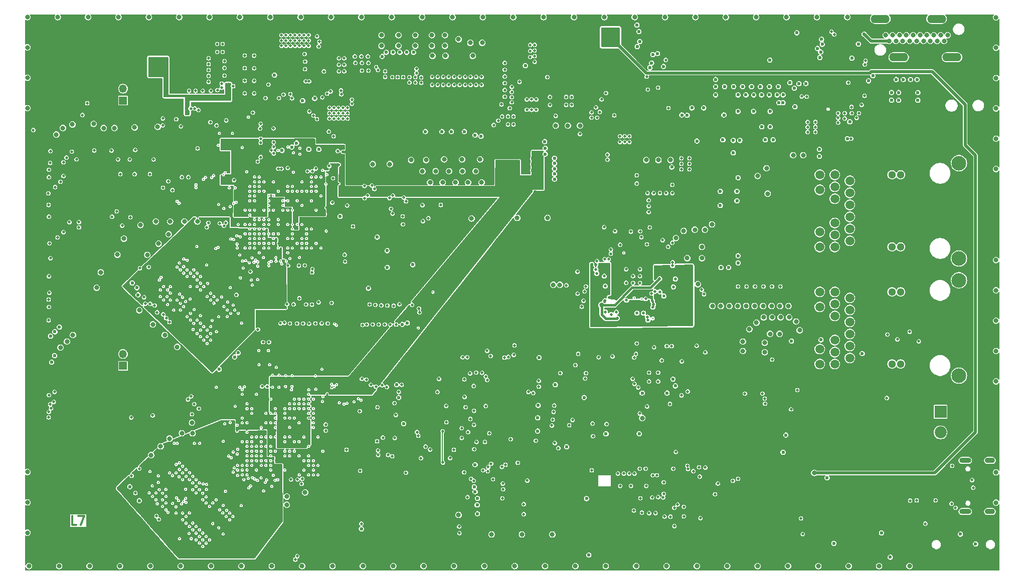
<source format=gbr>
%TF.GenerationSoftware,KiCad,Pcbnew,8.0.8*%
%TF.CreationDate,2025-02-03T01:07:06+01:00*%
%TF.ProjectId,RASBB,52415342-422e-46b6-9963-61645f706362,01*%
%TF.SameCoordinates,Original*%
%TF.FileFunction,Copper,L7,Inr*%
%TF.FilePolarity,Positive*%
%FSLAX46Y46*%
G04 Gerber Fmt 4.6, Leading zero omitted, Abs format (unit mm)*
G04 Created by KiCad (PCBNEW 8.0.8) date 2025-02-03 01:07:06*
%MOMM*%
%LPD*%
G01*
G04 APERTURE LIST*
%ADD10C,0.300000*%
%TA.AperFunction,NonConductor*%
%ADD11C,0.300000*%
%TD*%
%TA.AperFunction,ComponentPad*%
%ADD12R,1.350000X1.350000*%
%TD*%
%TA.AperFunction,ComponentPad*%
%ADD13O,1.350000X1.350000*%
%TD*%
%TA.AperFunction,ComponentPad*%
%ADD14R,2.025000X2.025000*%
%TD*%
%TA.AperFunction,ComponentPad*%
%ADD15C,2.025000*%
%TD*%
%TA.AperFunction,ComponentPad*%
%ADD16C,1.509000*%
%TD*%
%TA.AperFunction,ComponentPad*%
%ADD17C,1.300000*%
%TD*%
%TA.AperFunction,ComponentPad*%
%ADD18C,2.475000*%
%TD*%
%TA.AperFunction,ComponentPad*%
%ADD19O,2.000000X0.900000*%
%TD*%
%TA.AperFunction,ComponentPad*%
%ADD20O,1.700000X0.900000*%
%TD*%
%TA.AperFunction,ComponentPad*%
%ADD21C,0.800000*%
%TD*%
%TA.AperFunction,ComponentPad*%
%ADD22O,3.200000X1.400000*%
%TD*%
%TA.AperFunction,ViaPad*%
%ADD23C,0.600000*%
%TD*%
%TA.AperFunction,ViaPad*%
%ADD24C,0.250000*%
%TD*%
%TA.AperFunction,ViaPad*%
%ADD25C,0.800000*%
%TD*%
%TA.AperFunction,ViaPad*%
%ADD26C,0.460000*%
%TD*%
%TA.AperFunction,Conductor*%
%ADD27C,0.500000*%
%TD*%
%TA.AperFunction,Conductor*%
%ADD28C,0.400000*%
%TD*%
%TA.AperFunction,Conductor*%
%ADD29C,0.200000*%
%TD*%
G04 APERTURE END LIST*
D10*
D11*
X113668796Y-122300828D02*
X112954510Y-122300828D01*
X112954510Y-122300828D02*
X112954510Y-120800828D01*
X114025939Y-120800828D02*
X115025939Y-120800828D01*
X115025939Y-120800828D02*
X114383082Y-122300828D01*
D12*
%TO.N,Net-(J18-Pin_1)*%
%TO.C,J18*%
X121550000Y-95410000D03*
D13*
%TO.N,GND*%
X121550000Y-93410000D03*
%TD*%
D14*
%TO.N,GND*%
%TO.C,J9*%
X259580000Y-103160000D03*
D15*
%TO.N,Net-(F1-Pad2)*%
X259580000Y-106660000D03*
%TD*%
D16*
%TO.N,unconnected-(J14-MDCT3-Pad1)*%
%TO.C,J14*%
X244265000Y-83930000D03*
%TO.N,unconnected-(J14-MD3--Pad2)*%
X244265000Y-85960000D03*
%TO.N,unconnected-(J14-MD3+-Pad3)*%
X244265000Y-87990001D03*
%TO.N,/Ethernet_uC/TX_P*%
X244265000Y-90020000D03*
%TO.N,/Ethernet_uC/TX_N*%
X244265000Y-92050000D03*
%TO.N,Net-(J14-MDCT2)*%
X244265000Y-94080000D03*
%TO.N,unconnected-(J14-MDCT4-Pad7)*%
X241725000Y-82910000D03*
%TO.N,unconnected-(J14-MD4+-Pad8)*%
X241725000Y-84930000D03*
%TO.N,unconnected-(J14-MD4--Pad9)*%
X241725000Y-86970000D03*
%TO.N,/Ethernet_uC/RX_N*%
X241725000Y-91050000D03*
%TO.N,/Ethernet_uC/RX_P*%
X241725000Y-93090000D03*
%TO.N,Net-(J14-MDCT1)*%
X241725000Y-95100000D03*
%TO.N,unconnected-(J14-VDC1+-Pad13)*%
X239185000Y-82910001D03*
%TO.N,unconnected-(J14-VDC1--Pad14)*%
X239185000Y-85450000D03*
%TO.N,unconnected-(J14-VDC2+-Pad15)*%
X239185000Y-92560000D03*
%TO.N,unconnected-(J14-VDC2--Pad16)*%
X239185000Y-95100000D03*
D17*
%TO.N,/Ethernet_uC/LED_GR_ETH*%
X251375000Y-82908000D03*
%TO.N,Net-(J14-GN_K)*%
X251375000Y-95102000D03*
%TO.N,/Ethernet_uC/LED_YL_ETH*%
X252845000Y-82908000D03*
%TO.N,Net-(J14-YL_K)*%
X252845000Y-95102000D03*
D18*
%TO.N,Net-(C183-Pad1)*%
X262685000Y-97070000D03*
X262685000Y-80940000D03*
%TD*%
D16*
%TO.N,Net-(J2-MDCT3)*%
%TO.C,J2*%
X244265000Y-64130500D03*
%TO.N,/Ethernet_FPGA/MDI2_N*%
X244265000Y-66160500D03*
%TO.N,/Ethernet_FPGA/MDI2_P*%
X244265000Y-68190500D03*
%TO.N,/Ethernet_FPGA/MDI1_P*%
X244265000Y-70220500D03*
%TO.N,/Ethernet_FPGA/MDI1_N*%
X244265000Y-72250500D03*
%TO.N,Net-(J2-MDCT2)*%
X244265000Y-74280500D03*
%TO.N,Net-(J2-MDCT4)*%
X241725000Y-63110500D03*
%TO.N,/Ethernet_FPGA/MDI3_P*%
X241725000Y-65130500D03*
%TO.N,/Ethernet_FPGA/MDI3_N*%
X241725000Y-67170500D03*
%TO.N,/Ethernet_FPGA/MDI0_N*%
X241725000Y-71250500D03*
%TO.N,/Ethernet_FPGA/MDI0_P*%
X241725000Y-73290500D03*
%TO.N,Net-(J2-MDCT1)*%
X241725000Y-75300500D03*
%TO.N,Net-(J2-VDC1+)*%
X239185000Y-63110500D03*
%TO.N,Net-(J2-VDC1-)*%
X239185000Y-65650500D03*
%TO.N,Net-(J2-VDC2+)*%
X239185000Y-72760500D03*
%TO.N,Net-(J2-VDC2-)*%
X239185000Y-75300500D03*
D17*
%TO.N,/Ethernet_FPGA/LED_GR_ETH*%
X251375000Y-63108500D03*
%TO.N,Net-(J2-GN_K)*%
X251375000Y-75302500D03*
%TO.N,/Ethernet_FPGA/LED_YL_ETH*%
X252845000Y-63108500D03*
%TO.N,Net-(J2-YL_K)*%
X252845000Y-75302500D03*
D18*
%TO.N,Net-(C74-Pad1)*%
X262685000Y-77270500D03*
X262685000Y-61140500D03*
%TD*%
D12*
%TO.N,Net-(J16-Pin_1)*%
%TO.C,J16*%
X121550000Y-50550000D03*
D13*
%TO.N,GND*%
X121550000Y-48550000D03*
%TD*%
D19*
%TO.N,GND*%
%TO.C,J7*%
X263740000Y-120040000D03*
D20*
X267910000Y-120040000D03*
D19*
X263740000Y-111400000D03*
D20*
X267910000Y-111400000D03*
%TD*%
D21*
%TO.N,/HDMI/HDMI_D2_P*%
%TO.C,J3*%
X260760000Y-39500000D03*
%TO.N,GND*%
X260180000Y-40500000D03*
%TO.N,/HDMI/HDMI_D2_N*%
X259600000Y-39500000D03*
%TO.N,/HDMI/HDMI_D1_P*%
X259020000Y-40500000D03*
%TO.N,GND*%
X258440000Y-39500000D03*
%TO.N,/HDMI/HDMI_D1_N*%
X257860000Y-40500000D03*
%TO.N,/HDMI/HDMI_D0_P*%
X257280000Y-39500000D03*
%TO.N,GND*%
X256700000Y-40500000D03*
%TO.N,/HDMI/HDMI_D0_N*%
X256120000Y-39500000D03*
%TO.N,/HDMI/HDMI_CLK_P*%
X255540000Y-40500000D03*
%TO.N,GND*%
X254960000Y-39500000D03*
%TO.N,/HDMI/HDMI_CLK_N*%
X254380000Y-40500000D03*
%TO.N,/HDMI/HDMI_CEC_B*%
X253800000Y-39500000D03*
%TO.N,unconnected-(J3-UTILITY-Pad14)*%
X253220000Y-40500000D03*
%TO.N,/HDMI/HDMI_SCL_B*%
X252640000Y-39500000D03*
%TO.N,/HDMI/HDMI_SDA_B*%
X252060000Y-40500000D03*
%TO.N,GND*%
X251480000Y-39500000D03*
%TO.N,/HDMI/HDMI_5V*%
X250900000Y-40500000D03*
%TO.N,/HDMI/HDMI_HPD_B*%
X250320000Y-39500000D03*
D22*
%TO.N,GND*%
X252510000Y-43250000D03*
X261510000Y-43250000D03*
X249410000Y-36750000D03*
X258910000Y-36750000D03*
%TD*%
D23*
%TO.N,/uController/ADC1_IN5*%
X199810000Y-117840000D03*
X203100000Y-106900000D03*
%TO.N,/uController/uC_DAC2_OUT2*%
X194540000Y-98580000D03*
X208700000Y-106880000D03*
%TO.N,/VDC_IN*%
X230800000Y-52400000D03*
X217600000Y-51800000D03*
X222400000Y-65900000D03*
X225400000Y-78000000D03*
X225700000Y-57300000D03*
X224600000Y-57300000D03*
X225400000Y-52400000D03*
X222400000Y-68300000D03*
X225400000Y-76800000D03*
X228000000Y-52400000D03*
X225200000Y-65900000D03*
X223800000Y-78800000D03*
X215900000Y-53000000D03*
X224600000Y-59400000D03*
X225400000Y-63600000D03*
X230800000Y-55000000D03*
X222500001Y-78800000D03*
X216800000Y-53030000D03*
X219600000Y-51800000D03*
X229400000Y-55000000D03*
X225200000Y-67500000D03*
D24*
%TO.N,GND*%
X143975000Y-77525000D03*
D25*
X125650000Y-76650000D03*
D26*
X195050000Y-109300000D03*
X187650000Y-91950000D03*
X109050000Y-80250000D03*
X164600000Y-45400000D03*
X212850000Y-115100000D03*
D23*
X194400000Y-61187500D03*
D26*
X154300000Y-53700000D03*
X176531000Y-47900000D03*
D23*
X243850000Y-57000000D03*
D26*
X127300000Y-86371178D03*
D25*
X162047000Y-129250000D03*
D26*
X152891500Y-39500000D03*
D25*
X130700000Y-92200000D03*
D26*
X209800000Y-84050000D03*
X169900000Y-47500000D03*
X109000000Y-68200000D03*
X137450000Y-41000000D03*
D25*
X268950000Y-57008000D03*
D24*
X130700000Y-108500000D03*
X141020000Y-86523747D03*
X149350000Y-69080000D03*
D26*
X120500000Y-69300000D03*
D25*
X268950000Y-98024000D03*
X268950000Y-46754000D03*
D26*
X206100000Y-113600000D03*
D24*
X151400000Y-58600000D03*
D26*
X155200000Y-50000000D03*
X180239000Y-46550000D03*
X206507900Y-81375000D03*
X182093000Y-47900000D03*
X177458000Y-47900000D03*
X214300000Y-66200000D03*
X161900000Y-44200000D03*
D25*
X110527000Y-36450000D03*
D23*
X233000000Y-49600000D03*
D26*
X112500000Y-71100000D03*
X149065250Y-39500000D03*
D25*
X192559000Y-36450000D03*
D24*
X144550000Y-63480000D03*
X150150000Y-65080000D03*
D26*
X183050000Y-97800000D03*
X174629999Y-99819999D03*
D25*
X115654000Y-36450000D03*
D26*
X186000000Y-46483332D03*
D24*
X134627523Y-90483545D03*
D26*
X196373000Y-51300000D03*
X245400000Y-53500000D03*
D24*
X141490000Y-119020000D03*
D26*
X205500000Y-115700000D03*
D25*
X232473000Y-85300000D03*
D24*
X146150000Y-70680000D03*
D26*
X149830500Y-41300000D03*
D24*
X146950000Y-69080000D03*
D25*
X117800000Y-79600000D03*
D26*
X210024258Y-102271470D03*
D24*
X132190000Y-118480000D03*
D26*
X197300000Y-49950000D03*
D25*
X226200000Y-92900000D03*
D26*
X161900000Y-45500000D03*
D23*
X170475000Y-78300000D03*
D26*
X244500000Y-57000000D03*
D25*
X216800000Y-77200000D03*
D24*
X128404983Y-81998264D03*
D26*
X132600000Y-63500000D03*
D24*
X145680000Y-109020000D03*
D26*
X178385000Y-46550000D03*
X202050000Y-52500000D03*
X190300000Y-43200000D03*
D25*
X195300000Y-81700000D03*
D26*
X160390000Y-71840150D03*
D25*
X234008000Y-87200000D03*
D26*
X209900000Y-115700000D03*
D24*
X141375000Y-80525000D03*
X136324579Y-83129634D03*
D26*
X193650000Y-49950000D03*
X156400000Y-53600000D03*
X217175000Y-61252000D03*
X189800000Y-114800000D03*
X180780000Y-114830000D03*
X127600000Y-121350000D03*
D25*
X230200000Y-62000000D03*
D26*
X156300000Y-55800000D03*
D23*
X208780006Y-40569994D03*
D24*
X157250000Y-88300000D03*
D25*
X128600000Y-90200000D03*
X233575000Y-36450000D03*
X105400000Y-46704000D03*
D26*
X214474103Y-82075000D03*
X138377000Y-41000000D03*
X190525000Y-52115192D03*
X131330000Y-54910000D03*
D24*
X144550000Y-72280000D03*
X144880000Y-105820000D03*
D26*
X205100000Y-113600000D03*
X211000000Y-113900000D03*
D25*
X214900000Y-73800000D03*
D26*
X158000000Y-43400000D03*
X211900000Y-98050000D03*
X186000000Y-44200000D03*
X255550000Y-118150000D03*
X215825000Y-60325000D03*
D23*
X109300000Y-90400000D03*
D25*
X123500000Y-55100000D03*
D24*
X140025000Y-56104700D03*
D26*
X106400000Y-55550000D03*
X178385000Y-47900000D03*
D25*
X268950000Y-62135000D03*
D23*
X172600000Y-55800000D03*
X152900000Y-58800000D03*
D26*
X125900000Y-78700000D03*
X237150000Y-55890000D03*
D25*
X236400000Y-59800000D03*
D23*
X175399998Y-55800000D03*
D26*
X158970000Y-76620000D03*
D25*
X226200000Y-91300000D03*
D23*
X232000000Y-49600000D03*
D25*
X112100000Y-91300000D03*
D26*
X210793193Y-83179601D03*
D24*
X150320000Y-62670000D03*
D25*
X228700000Y-63300000D03*
X268950000Y-87770000D03*
D26*
X152126250Y-41300000D03*
D23*
X140400000Y-93900000D03*
D25*
X105400000Y-41577000D03*
D26*
X252300000Y-90925000D03*
X179312000Y-46550000D03*
X113700000Y-60500000D03*
D24*
X134451926Y-115197234D03*
D26*
X150595750Y-40400000D03*
X257000000Y-122100000D03*
X200650000Y-52550000D03*
X203350000Y-60550000D03*
D23*
X199407000Y-100750000D03*
D25*
X188900000Y-123900000D03*
D24*
X148550000Y-69080000D03*
X140850000Y-110300000D03*
X127500000Y-115100000D03*
D26*
X151361000Y-39500000D03*
X158900000Y-45600000D03*
X207670000Y-81392100D03*
X129900000Y-65700000D03*
D25*
X230800000Y-90000000D03*
D23*
X228040000Y-49600000D03*
X245700000Y-41000000D03*
D26*
X211204990Y-92248001D03*
D24*
X154150000Y-69080000D03*
D26*
X133650000Y-51900000D03*
X111000000Y-64300000D03*
X159040000Y-77780000D03*
D25*
X222484000Y-85300000D03*
D24*
X130200000Y-108500000D03*
D26*
X157100000Y-56600000D03*
X108950000Y-66250000D03*
X123600000Y-58900000D03*
X261450000Y-118700000D03*
D24*
X142440000Y-62570000D03*
D25*
X231046000Y-85300000D03*
D26*
X203350000Y-59700000D03*
D24*
X148550000Y-67480000D03*
D26*
X148300000Y-39500000D03*
D24*
X153680000Y-105820000D03*
D25*
X177428000Y-129250000D03*
D24*
X150150000Y-72280000D03*
X146950000Y-73080000D03*
D26*
X261550000Y-112300000D03*
X244000000Y-47530000D03*
D24*
X128404983Y-84261005D03*
D26*
X112000000Y-60200000D03*
X231150000Y-94350000D03*
X186000000Y-49908330D03*
D25*
X133200000Y-105000000D03*
X238952000Y-129250000D03*
D26*
X168854000Y-46600000D03*
X151361000Y-40400000D03*
D25*
X110300000Y-56300000D03*
D26*
X171200000Y-106600000D03*
X157930500Y-52700000D03*
X120700000Y-60500000D03*
D24*
X135010000Y-116940000D03*
D26*
X189725000Y-50365192D03*
X209800000Y-112800000D03*
X163000000Y-45500000D03*
D25*
X218194000Y-36450000D03*
D24*
X151300000Y-113810000D03*
D23*
X208360000Y-41440000D03*
D24*
X152880000Y-109020000D03*
D26*
X168600000Y-98600000D03*
X254450000Y-118200000D03*
D25*
X268950000Y-51881000D03*
D24*
X143750000Y-74680000D03*
D23*
X244250000Y-54150000D03*
D26*
X235400000Y-99500000D03*
X186850000Y-51850000D03*
D25*
X115904000Y-129250000D03*
D26*
X258750000Y-118150000D03*
D25*
X131900000Y-71000000D03*
D26*
X163000000Y-44200000D03*
D25*
X182305000Y-36450000D03*
D26*
X122700000Y-60500000D03*
X207000000Y-113600000D03*
X187477000Y-54600000D03*
X134300000Y-52150000D03*
D25*
X131285000Y-129250000D03*
D26*
X207050000Y-56600000D03*
X208300000Y-64600000D03*
X109150000Y-74700000D03*
X162000000Y-88500000D03*
X126100000Y-63000000D03*
D25*
X120781000Y-36450000D03*
D26*
X156400000Y-51800000D03*
X199300000Y-84400000D03*
X110500000Y-73700000D03*
D24*
X152880000Y-100220000D03*
D26*
X109050000Y-62250000D03*
D25*
X223911000Y-85300000D03*
D24*
X153680000Y-104220000D03*
D26*
X238450000Y-54190000D03*
D25*
X268950000Y-92897000D03*
D26*
X153700000Y-53100000D03*
X201400000Y-79125000D03*
D24*
X132693692Y-123743693D03*
D26*
X149065250Y-40400000D03*
D24*
X155120000Y-95950000D03*
D26*
X210000000Y-74875000D03*
X210300000Y-68400000D03*
D24*
X149680000Y-101820000D03*
D26*
X119600000Y-59000000D03*
D24*
X135758894Y-91614915D03*
D26*
X179312000Y-47900000D03*
D25*
X213067000Y-36450000D03*
D24*
X141350000Y-73575000D03*
D25*
X124300000Y-86000000D03*
X127400000Y-55000000D03*
D26*
X196373000Y-49950000D03*
X208800000Y-112800000D03*
X158900000Y-43400000D03*
X212975000Y-120875000D03*
X175604000Y-46550000D03*
X167927000Y-46600000D03*
X208793000Y-103450000D03*
D23*
X168925000Y-105175000D03*
D26*
X216900000Y-99750000D03*
D23*
X208325000Y-37800000D03*
D26*
X214175000Y-92075000D03*
D23*
X110000000Y-93700000D03*
D26*
X137890000Y-71310000D03*
D24*
X140670000Y-67740000D03*
D25*
X229900000Y-91500000D03*
D26*
X210900000Y-117650000D03*
D25*
X166924000Y-36450000D03*
D24*
X150480000Y-104220000D03*
D26*
X111500000Y-63300000D03*
D24*
X150150000Y-73880000D03*
D26*
X214300000Y-74600000D03*
D24*
X132100000Y-117800000D03*
D25*
X182555000Y-129250000D03*
X105650000Y-129250000D03*
D24*
X149400000Y-58400000D03*
D26*
X168100000Y-99800000D03*
D25*
X113000000Y-54600000D03*
D24*
X149350000Y-71480000D03*
D26*
X214300000Y-64800000D03*
X152975000Y-47300000D03*
X193650000Y-51300000D03*
X207050000Y-57550000D03*
D23*
X226142855Y-48200000D03*
D26*
X125300000Y-84900000D03*
D25*
X111400000Y-55200000D03*
X121031000Y-129250000D03*
D26*
X213250000Y-66200000D03*
D25*
X243829000Y-36450000D03*
D24*
X153350000Y-63480000D03*
D26*
X208900000Y-117800000D03*
D25*
X268950000Y-41627000D03*
X226765000Y-85300000D03*
D24*
X152080000Y-111420000D03*
X155210000Y-101420000D03*
X151350000Y-77100000D03*
D25*
X232400000Y-90000000D03*
D26*
X156000000Y-49400000D03*
D24*
X150950000Y-67480000D03*
D26*
X209425000Y-86500000D03*
D25*
X146416000Y-36450000D03*
X152300000Y-116800000D03*
D26*
X208832100Y-80230000D03*
D23*
X192850000Y-59600000D03*
X232975000Y-50900000D03*
X224628570Y-48200000D03*
D26*
X145600000Y-50150000D03*
X123000000Y-114000000D03*
D25*
X213317000Y-129250000D03*
X192809000Y-129250000D03*
D24*
X150000000Y-99450000D03*
X133886240Y-124813887D03*
X150480000Y-108220000D03*
X132754869Y-114631549D03*
X127663700Y-116328606D03*
D26*
X152891500Y-41300000D03*
X213900000Y-101850000D03*
D25*
X194027000Y-123900000D03*
D24*
X131800000Y-77350000D03*
D25*
X218444000Y-129250000D03*
X233900000Y-85300000D03*
D23*
X166175000Y-78750000D03*
D26*
X128280000Y-53580000D03*
D24*
X131800000Y-118300000D03*
D25*
X136162000Y-36450000D03*
D26*
X124300000Y-112800000D03*
X158900000Y-44500000D03*
X250625000Y-90100000D03*
D24*
X126532329Y-117459976D03*
X143350000Y-81730000D03*
D25*
X244079000Y-129250000D03*
X203063000Y-129250000D03*
D26*
X153000000Y-52400000D03*
D25*
X156920000Y-129250000D03*
D26*
X205450000Y-56600000D03*
D24*
X155780000Y-64670000D03*
D26*
X138200000Y-47700000D03*
D25*
X129400000Y-107700000D03*
D26*
X207900000Y-113600000D03*
D23*
X147130000Y-46260000D03*
D26*
X140150000Y-48125000D03*
D23*
X234400000Y-91200000D03*
D26*
X210300000Y-69400000D03*
D24*
X132890500Y-84110000D03*
D26*
X109250000Y-61100000D03*
X210300000Y-67400000D03*
X152126250Y-40400000D03*
D23*
X192750000Y-57500000D03*
D26*
X211150000Y-66200000D03*
X214350000Y-77900000D03*
D24*
X147750000Y-71480000D03*
D25*
X146666000Y-129250000D03*
X129500000Y-71000000D03*
D26*
X131500000Y-63500000D03*
X138377000Y-42350000D03*
D25*
X126600000Y-88400000D03*
X117100000Y-82200000D03*
D26*
X228254000Y-82000000D03*
D23*
X244600000Y-43400000D03*
D26*
X182800000Y-97200000D03*
X208150000Y-93400000D03*
D23*
X231300000Y-57200000D03*
D26*
X188500000Y-47400000D03*
D24*
X141670000Y-58490000D03*
D26*
X242300000Y-53500000D03*
D24*
X142480000Y-105020000D03*
D26*
X148300000Y-41300000D03*
X214800000Y-80712000D03*
D25*
X223321000Y-36450000D03*
X151543000Y-36450000D03*
D26*
X160200000Y-50400000D03*
X191050000Y-41150000D03*
X200650000Y-53450000D03*
D23*
X229360000Y-49600000D03*
D26*
X170900000Y-46600000D03*
X149830500Y-39500000D03*
X126900000Y-85200000D03*
X231108000Y-82000000D03*
D25*
X218600000Y-81600000D03*
D26*
X225400000Y-82000000D03*
D25*
X126300000Y-110500000D03*
D24*
X147900000Y-97000000D03*
X151750000Y-68280000D03*
D26*
X187200000Y-49116666D03*
X242300000Y-52700000D03*
X171100000Y-45900000D03*
D25*
X227300000Y-89200000D03*
D24*
X149000000Y-97050000D03*
D26*
X160200000Y-51100000D03*
X191050000Y-43050000D03*
X168950000Y-66950000D03*
X150595750Y-41300000D03*
D25*
X268950000Y-113405000D03*
X221057000Y-85300000D03*
D26*
X210100000Y-66200000D03*
D24*
X142772225Y-116038293D03*
D26*
X158695750Y-52700000D03*
X128300000Y-65300000D03*
X109050000Y-70200000D03*
X135684983Y-71984983D03*
D24*
X142725000Y-53350000D03*
D25*
X105400000Y-51831000D03*
D26*
X216250000Y-119225000D03*
D24*
X132930467Y-79735521D03*
D23*
X192850000Y-58600000D03*
D26*
X237150000Y-54190000D03*
D24*
X138840000Y-116600000D03*
X154480000Y-112220000D03*
D26*
X116700000Y-59000000D03*
D25*
X149200000Y-117500000D03*
D23*
X226720000Y-49600000D03*
D26*
X109000000Y-104100000D03*
X173750000Y-46550000D03*
D23*
X181000000Y-56400000D03*
D25*
X105400000Y-118482000D03*
D26*
X204850000Y-86350000D03*
X262100000Y-119400000D03*
D24*
X133886240Y-115762920D03*
D26*
X157930500Y-51800000D03*
X152275000Y-45250000D03*
D25*
X118300000Y-55200000D03*
D24*
X134627523Y-81432578D03*
D26*
X246750000Y-49750000D03*
D24*
X148880000Y-104220000D03*
D26*
X138700000Y-45050000D03*
D24*
X144080000Y-100220000D03*
D23*
X194400000Y-62075000D03*
D26*
X124400000Y-78900000D03*
X149065250Y-41300000D03*
X149830500Y-40400000D03*
X238450000Y-55890000D03*
X151361000Y-41300000D03*
X152126250Y-39500000D03*
X114100000Y-72000000D03*
D25*
X229900000Y-93100000D03*
D23*
X164475000Y-73650000D03*
D24*
X146480000Y-101020000D03*
D26*
X201600000Y-53450000D03*
D23*
X230685710Y-48200000D03*
D25*
X233825000Y-129250000D03*
D26*
X138200000Y-48400000D03*
X206507900Y-79067900D03*
D25*
X219300000Y-77200000D03*
D24*
X133886240Y-114631549D03*
D26*
X190300000Y-41150000D03*
D24*
X131057813Y-111803122D03*
D26*
X186000000Y-45341666D03*
D25*
X235800000Y-89400000D03*
D26*
X165800000Y-45600000D03*
D25*
X232581000Y-87200000D03*
D26*
X210200000Y-87700000D03*
D24*
X149680000Y-107420000D03*
X143750000Y-69080000D03*
D23*
X229171425Y-48200000D03*
D26*
X229681000Y-82000000D03*
X215825000Y-62179000D03*
D24*
X143325000Y-77125000D03*
D25*
X216200000Y-72600000D03*
D23*
X232300000Y-50900000D03*
D26*
X210350000Y-96550000D03*
X109300000Y-59100000D03*
X211900000Y-96550000D03*
X190300000Y-42175000D03*
D23*
X221600000Y-47000000D03*
D24*
X151280000Y-110620000D03*
X148880000Y-109820000D03*
D26*
X215825000Y-61252000D03*
D25*
X194200000Y-81700000D03*
D23*
X154600000Y-58800000D03*
D24*
X129053042Y-85046958D03*
D26*
X190525000Y-50365192D03*
X123500000Y-63000000D03*
D25*
X120600000Y-76600000D03*
D24*
X148880000Y-113020000D03*
D26*
X215900000Y-94650000D03*
D25*
X124500000Y-71600000D03*
D26*
X206250000Y-57550000D03*
D24*
X154050000Y-97100000D03*
X150100000Y-97050000D03*
D25*
X221000000Y-71500000D03*
X193227000Y-70400000D03*
X129250000Y-73150000D03*
D23*
X221600000Y-49600000D03*
D25*
X133300000Y-106800000D03*
D26*
X213975000Y-120900000D03*
D24*
X144080000Y-109020000D03*
D23*
X225400000Y-49600000D03*
D26*
X159461000Y-51800000D03*
X169900000Y-46600000D03*
D23*
X211000000Y-42800000D03*
D26*
X138700000Y-46350000D03*
D25*
X228448000Y-36450000D03*
X229727000Y-87200000D03*
D26*
X128850000Y-87350000D03*
D23*
X227657140Y-48200000D03*
D25*
X228192000Y-85300000D03*
D26*
X212750000Y-117650000D03*
X121400000Y-71700000D03*
X143475000Y-52600000D03*
X226827000Y-82000000D03*
X186000000Y-48766664D03*
X183400000Y-106800000D03*
D24*
X133600000Y-108500000D03*
D26*
X213350000Y-92075000D03*
D25*
X177178000Y-36450000D03*
D24*
X145280000Y-116550000D03*
X147280000Y-105820000D03*
X140490000Y-65290000D03*
D26*
X194450000Y-108450000D03*
D25*
X105400000Y-113355000D03*
D26*
X148300000Y-40400000D03*
X161590000Y-113150000D03*
X158695750Y-53600000D03*
D25*
X134100000Y-71000000D03*
D26*
X111500000Y-61000000D03*
D25*
X228500000Y-88100000D03*
D23*
X230000000Y-57200000D03*
D25*
X178200000Y-120600000D03*
X187682000Y-129250000D03*
D26*
X181166000Y-46550000D03*
D24*
X142480000Y-113820000D03*
D26*
X127200000Y-120800000D03*
X211880000Y-48380000D03*
D24*
X149680000Y-110620000D03*
X152550000Y-74680000D03*
D25*
X183773000Y-123900000D03*
D26*
X184900000Y-53950000D03*
D24*
X137260000Y-118040000D03*
D25*
X219800000Y-72400000D03*
D24*
X171410000Y-88990000D03*
D26*
X140300000Y-64000000D03*
D23*
X208650004Y-38889998D03*
D26*
X205500000Y-74930000D03*
D23*
X166150000Y-75929850D03*
D26*
X161800000Y-122100000D03*
D25*
X136412000Y-129250000D03*
D24*
X135661252Y-78361615D03*
D25*
X254333000Y-129250000D03*
D24*
X145350000Y-69080000D03*
D26*
X135970000Y-71230000D03*
X186550000Y-53250000D03*
D25*
X234700000Y-59800000D03*
D26*
X229900000Y-100950000D03*
X197300000Y-51300000D03*
X109100000Y-83050000D03*
X187200000Y-49983332D03*
D24*
X153350000Y-72280000D03*
X146800000Y-97000000D03*
D26*
X219850000Y-112600000D03*
X155470000Y-45630000D03*
D23*
X223114285Y-48200000D03*
D26*
X243400000Y-53600000D03*
D24*
X154950000Y-75480000D03*
X150480000Y-109820000D03*
D26*
X109050000Y-63500000D03*
D23*
X211800000Y-42600000D03*
D24*
X157600000Y-88550000D03*
D26*
X179150000Y-113400000D03*
D25*
X223571000Y-129250000D03*
D24*
X134627523Y-80301207D03*
D26*
X187200000Y-48250000D03*
D25*
X268950000Y-118532000D03*
D26*
X109000000Y-84200000D03*
X160800000Y-44200000D03*
X175200000Y-68200000D03*
X158000000Y-45600000D03*
D24*
X146480000Y-109820000D03*
D26*
X244550000Y-51650000D03*
D25*
X110777000Y-129250000D03*
D26*
X167000000Y-46600000D03*
D24*
X141680000Y-108220000D03*
X131623498Y-121419774D03*
D26*
X217175000Y-60325000D03*
D24*
X145680000Y-107420000D03*
D26*
X128260000Y-54750000D03*
D24*
X149350000Y-76280000D03*
X139670000Y-82150000D03*
D26*
X114100000Y-71100000D03*
D23*
X179197500Y-55802500D03*
X141000000Y-93200000D03*
D26*
X206250000Y-56600000D03*
X112900000Y-59200000D03*
X199700000Y-82000000D03*
D24*
X151280000Y-105020000D03*
D23*
X232200000Y-48200000D03*
D25*
X105400000Y-123609000D03*
X218100000Y-72400000D03*
D26*
X180239000Y-47900000D03*
X152891500Y-40400000D03*
X210500000Y-72000000D03*
D25*
X208190000Y-129250000D03*
D24*
X139500000Y-65300000D03*
D25*
X238702000Y-36450000D03*
D23*
X221600000Y-48200000D03*
X110800000Y-88850000D03*
D25*
X235200000Y-87900000D03*
D26*
X111500000Y-72800000D03*
D23*
X137800000Y-96000000D03*
D26*
X219850000Y-93100000D03*
D24*
X129140000Y-120190000D03*
D26*
X158000000Y-44500000D03*
X158695750Y-51800000D03*
X245800000Y-52700000D03*
X198300000Y-83200000D03*
X175604000Y-47900000D03*
D25*
X172051000Y-36450000D03*
X187432000Y-36450000D03*
D24*
X142040000Y-98950000D03*
D23*
X230680000Y-49600000D03*
D25*
X268950000Y-36500000D03*
D24*
X143280000Y-102620000D03*
D25*
X120100000Y-55200000D03*
D24*
X138200000Y-83750000D03*
X140140000Y-85130000D03*
D26*
X217850000Y-113200000D03*
X167600000Y-103700000D03*
D24*
X131090000Y-124620000D03*
D26*
X119700000Y-70200000D03*
D25*
X188100000Y-70400000D03*
D26*
X203000000Y-86300000D03*
D23*
X194400000Y-62962500D03*
D26*
X110100000Y-65200000D03*
D24*
X140108779Y-120854089D03*
D25*
X127100000Y-71000000D03*
D26*
X156400000Y-52700000D03*
D24*
X151400000Y-59600000D03*
D26*
X202350000Y-50350000D03*
X159461000Y-53600000D03*
X171900000Y-46650000D03*
X246250000Y-51300000D03*
X204500000Y-53050000D03*
D24*
X150300000Y-59400000D03*
D26*
X195390000Y-96640000D03*
X157165250Y-51800000D03*
X167400000Y-101700000D03*
X208832100Y-79067900D03*
D25*
X116600000Y-54500000D03*
D26*
X243400000Y-52700000D03*
D25*
X202813000Y-36450000D03*
D24*
X137700000Y-68125000D03*
D25*
X111000000Y-92300000D03*
X105400000Y-36450000D03*
D24*
X132400000Y-77550000D03*
X147750000Y-70680000D03*
X146150000Y-68280000D03*
X155860000Y-72630000D03*
X137825000Y-56104700D03*
D25*
X207940000Y-36450000D03*
D26*
X211900000Y-117575000D03*
D25*
X126158000Y-129250000D03*
D26*
X207300000Y-115700000D03*
D25*
X161797000Y-36450000D03*
D26*
X212650000Y-74150000D03*
X157930500Y-53600000D03*
X190000000Y-99800000D03*
X237150000Y-55040000D03*
X121100000Y-63000000D03*
D25*
X229619000Y-85300000D03*
X219300000Y-75300000D03*
D26*
X207670000Y-80230000D03*
D25*
X125908000Y-36450000D03*
D26*
X179700000Y-117600000D03*
D25*
X225338000Y-85300000D03*
X230400000Y-66300000D03*
D26*
X191050000Y-44000000D03*
X152300000Y-43975000D03*
D24*
X145680000Y-103420000D03*
D26*
X210350000Y-98050000D03*
D24*
X155280000Y-109820000D03*
D23*
X239200000Y-43300000D03*
D24*
X207850000Y-83900000D03*
D23*
X194400000Y-60300000D03*
D25*
X268950000Y-77516000D03*
D26*
X186000000Y-47624998D03*
X177458000Y-46550000D03*
D24*
X132364781Y-87089432D03*
D26*
X210100000Y-87200000D03*
D24*
X152080000Y-102620000D03*
X132189184Y-114065863D03*
D23*
X177000000Y-55800000D03*
D26*
X157165250Y-53600000D03*
D24*
X146150000Y-75480000D03*
X133496152Y-80301207D03*
X144270000Y-80810000D03*
D23*
X182000000Y-56600000D03*
D26*
X189725000Y-52115192D03*
D24*
X150950000Y-71480000D03*
D25*
X172301000Y-129250000D03*
D26*
X219050000Y-121150000D03*
X182093000Y-46550000D03*
D24*
X130102039Y-85958062D03*
D26*
X109300000Y-77200000D03*
X144300000Y-60900000D03*
X174677000Y-46550000D03*
D25*
X180400000Y-70500000D03*
D26*
X130540000Y-53720000D03*
D25*
X141289000Y-36450000D03*
D26*
X150595750Y-39500000D03*
X159461000Y-52700000D03*
D24*
X151750000Y-73880000D03*
D23*
X168100000Y-100750000D03*
D26*
X164000000Y-65500000D03*
X190800000Y-100000000D03*
X126700000Y-60500000D03*
D25*
X127900000Y-109000000D03*
D26*
X165800000Y-46550000D03*
D25*
X121700000Y-73900000D03*
D26*
X180300000Y-114500000D03*
X109000000Y-87700000D03*
X146100000Y-47850000D03*
X164300000Y-44900000D03*
X174900000Y-97600000D03*
X129200000Y-64200000D03*
D24*
X134500000Y-108500000D03*
D26*
X122800000Y-70300000D03*
D24*
X138580000Y-68780000D03*
D25*
X268950000Y-82643000D03*
D24*
X146950000Y-64280000D03*
D26*
X238450000Y-55040000D03*
X109050000Y-100350000D03*
D24*
X143280000Y-111420000D03*
D26*
X212850000Y-83600000D03*
X244600000Y-52700000D03*
X232535000Y-82000000D03*
X109050000Y-85450000D03*
D24*
X147280000Y-105020000D03*
D25*
X231154000Y-87200000D03*
D24*
X127500000Y-114000000D03*
D25*
X131500000Y-106800000D03*
D24*
X154150000Y-74680000D03*
D26*
X181166000Y-47900000D03*
D24*
X135017611Y-125945257D03*
X143750000Y-65880000D03*
X152550000Y-65880000D03*
D23*
X109500000Y-94800000D03*
D24*
X142150000Y-71480000D03*
X133400000Y-89250000D03*
D25*
X141539000Y-129250000D03*
X156670000Y-36450000D03*
D24*
X146150000Y-66680000D03*
D26*
X213640000Y-51830000D03*
X242300000Y-54300000D03*
D24*
X145680000Y-105020000D03*
X139049208Y-119819208D03*
D26*
X199000000Y-85400000D03*
X205450000Y-57550000D03*
X211700000Y-113900000D03*
D25*
X197686000Y-36450000D03*
D26*
X218400000Y-92000000D03*
X208325000Y-86500000D03*
X138700000Y-43900000D03*
X212850000Y-117050000D03*
X191050000Y-42100000D03*
D24*
X131623498Y-112368807D03*
D26*
X203950000Y-86750000D03*
D24*
X154950000Y-66680000D03*
D23*
X110050000Y-89650000D03*
D26*
X216250000Y-120850000D03*
D25*
X167174000Y-129250000D03*
D24*
X129400000Y-113500000D03*
D23*
X167750000Y-98600000D03*
D26*
X196400000Y-81800000D03*
X171100000Y-45200000D03*
X133000000Y-51900000D03*
X170900000Y-47500000D03*
D25*
X131035000Y-36450000D03*
D26*
X176531000Y-46550000D03*
X215850000Y-100400000D03*
D25*
X149200000Y-118900000D03*
D23*
X239125000Y-60000000D03*
D26*
X187477000Y-53250000D03*
D24*
X147280000Y-103420000D03*
D26*
X173750000Y-47900000D03*
X185550000Y-53250000D03*
X171900000Y-47550000D03*
D25*
X197936000Y-129250000D03*
D26*
X191325000Y-50365192D03*
X187200000Y-50850000D03*
D24*
X149350000Y-65080000D03*
D26*
X186550000Y-54600000D03*
X174677000Y-47900000D03*
D25*
X127550000Y-74750000D03*
D26*
X154718200Y-40600000D03*
D24*
X152900000Y-99450000D03*
D25*
X249206000Y-129250000D03*
X113100000Y-90200000D03*
D26*
X208832100Y-81392100D03*
D24*
X128229385Y-119157033D03*
X141680000Y-99420000D03*
D26*
X152400000Y-47300000D03*
X157165250Y-52700000D03*
X208300000Y-63200000D03*
X214350000Y-78450000D03*
D24*
X148880000Y-107420000D03*
D26*
X191325000Y-52115192D03*
X185450000Y-51200000D03*
X212200000Y-66200000D03*
D25*
X151793000Y-129250000D03*
D24*
X127322804Y-118702804D03*
D25*
X228698000Y-129250000D03*
D24*
X147280000Y-107420000D03*
D23*
X194400000Y-63850000D03*
D24*
X147700000Y-59000000D03*
X145680000Y-112220000D03*
D26*
X184150000Y-54700000D03*
D24*
X140500000Y-102220000D03*
D26*
X217175000Y-62179000D03*
X137450000Y-42350000D03*
D23*
%TO.N,Net-(IC1-BOOT)*%
X235000000Y-51600000D03*
%TO.N,/POWER/12.8V*%
X239125000Y-58800000D03*
X230750000Y-43725000D03*
%TO.N,+12V*%
X253300000Y-47000000D03*
D25*
X196650000Y-54800000D03*
D23*
X153910000Y-50200000D03*
D25*
X198700000Y-54800000D03*
X182200000Y-40800000D03*
D26*
X143700000Y-47223000D03*
D23*
X167150000Y-42400004D03*
D25*
X178200000Y-40200000D03*
X173800000Y-43000000D03*
D23*
X255750000Y-49200000D03*
X214200000Y-61800000D03*
X252500000Y-49200000D03*
D25*
X176000000Y-43000000D03*
D23*
X170600000Y-42400004D03*
D25*
X165200000Y-41300000D03*
D26*
X158350000Y-48850000D03*
D23*
X252100000Y-47000000D03*
D25*
X180600000Y-43000000D03*
D26*
X158400000Y-49500000D03*
D25*
X165200000Y-39500000D03*
X211950000Y-60600000D03*
D23*
X255750000Y-50500000D03*
X251300000Y-50500000D03*
D26*
X142100000Y-49331000D03*
D25*
X168050000Y-39500000D03*
D26*
X143700000Y-42969000D03*
X142100000Y-45077000D03*
D25*
X173700000Y-39500000D03*
X173700000Y-41300000D03*
D26*
X198700000Y-56200000D03*
D23*
X210500000Y-45000000D03*
D25*
X180200000Y-40800000D03*
D26*
X160700000Y-43100000D03*
D25*
X214000000Y-60600000D03*
X175900000Y-41300000D03*
D23*
X255600000Y-47000000D03*
X166000000Y-42400000D03*
D26*
X213200000Y-43700000D03*
X162900000Y-43100000D03*
X161800000Y-43100000D03*
D25*
X170900000Y-39500000D03*
D26*
X142100000Y-42950000D03*
D23*
X254500000Y-47000000D03*
X210800000Y-44200000D03*
D26*
X194600000Y-53150000D03*
X142100000Y-47204000D03*
D25*
X170900000Y-41300000D03*
D23*
X252500000Y-50500000D03*
X251300000Y-49200000D03*
D25*
X168050000Y-41300000D03*
X194600000Y-54800000D03*
X175900000Y-39500000D03*
D23*
X165300000Y-43100000D03*
D26*
X143700000Y-45096000D03*
D23*
X168300000Y-42400004D03*
X169450000Y-42400004D03*
D25*
X209900000Y-60600000D03*
D23*
X212800000Y-44800000D03*
D26*
X143700000Y-49350000D03*
%TO.N,Net-(U3B-VDD)*%
X152200000Y-42700000D03*
X156600000Y-49000000D03*
%TO.N,/POWER/PGOOD_3V3*%
X201400000Y-51700000D03*
X138975000Y-53925000D03*
%TO.N,Net-(U4-BST)*%
X210160000Y-48710000D03*
%TO.N,Net-(U4-SW)*%
X209960000Y-46530000D03*
%TO.N,Net-(IC3-SW)*%
X127600000Y-46000000D03*
X126200000Y-46000000D03*
X139350000Y-48450000D03*
X127600000Y-43800000D03*
X132400000Y-52800000D03*
X139350000Y-47800000D03*
X126200000Y-43800000D03*
D25*
%TO.N,+1V0*%
X178850000Y-62500000D03*
X172733334Y-60600000D03*
X175766667Y-60500000D03*
X179800000Y-64400000D03*
D24*
X150150000Y-69080000D03*
D26*
X146600000Y-59000000D03*
D24*
X150150000Y-73080000D03*
D26*
X144800000Y-54500000D03*
X147000000Y-59500000D03*
X145870000Y-98900000D03*
D24*
X149680000Y-104220000D03*
D26*
X153530000Y-79060000D03*
X149360000Y-61940000D03*
D24*
X146300000Y-95220000D03*
D26*
X144800000Y-57700000D03*
D24*
X147750000Y-73080000D03*
X147890000Y-99010000D03*
X148550000Y-68280000D03*
D25*
X176600000Y-62500000D03*
D24*
X150090000Y-98890000D03*
X146480000Y-109020000D03*
D26*
X148310000Y-62090000D03*
X155775000Y-105325000D03*
D25*
X181833334Y-60500000D03*
D26*
X144800000Y-60120000D03*
D25*
X163700000Y-61300000D03*
D26*
X147000000Y-58400000D03*
X146950000Y-55250000D03*
X151700000Y-115350000D03*
X153470000Y-79620000D03*
D24*
X148990000Y-98890000D03*
D25*
X175500000Y-64400000D03*
X182100000Y-64400000D03*
D24*
X144480000Y-92800000D03*
D25*
X181100000Y-62500000D03*
D26*
X155790000Y-106360000D03*
X147750000Y-62075000D03*
X149900000Y-114600000D03*
D25*
X174350000Y-62500000D03*
D24*
X146480000Y-105020000D03*
X146480000Y-103420000D03*
D25*
X172100000Y-62500000D03*
D24*
X146150000Y-71480000D03*
D26*
X154600000Y-41400000D03*
D24*
X149350000Y-67480000D03*
D26*
X152250000Y-78430000D03*
D24*
X147280000Y-109820000D03*
X146110000Y-92800000D03*
D26*
X145020000Y-98870000D03*
D25*
X170200000Y-60600000D03*
D26*
X159390000Y-68290000D03*
D25*
X173400000Y-64400000D03*
X177700000Y-64400000D03*
D26*
X151240000Y-78480000D03*
D24*
X150150000Y-71480000D03*
D25*
X178800000Y-60500000D03*
D26*
X145200000Y-91400000D03*
D24*
X146790000Y-99010000D03*
D26*
X144700000Y-55300000D03*
D24*
X147280000Y-104220000D03*
D25*
X166600000Y-61300000D03*
D24*
X146150000Y-73080000D03*
X146150000Y-67480000D03*
X149680000Y-109820000D03*
X146480000Y-107420000D03*
D26*
X147000000Y-57600000D03*
X156875000Y-67800000D03*
D24*
X148880000Y-103420000D03*
D26*
X149418000Y-78450000D03*
D24*
X144510000Y-95200000D03*
X148880000Y-108220000D03*
X149680000Y-105820000D03*
D26*
X146200000Y-91400000D03*
D24*
X146950000Y-66680000D03*
D26*
X144800000Y-57000000D03*
D24*
X146150000Y-69080000D03*
D26*
X151000000Y-114600000D03*
D24*
%TO.N,+1V35*%
X146930000Y-113880000D03*
D23*
X122700000Y-115820000D03*
D26*
X129400000Y-88000000D03*
D24*
X131050000Y-78000000D03*
X147350000Y-77090000D03*
X145350000Y-73880000D03*
X134061838Y-79735521D03*
X127098014Y-116894291D03*
X136890264Y-83695320D03*
X129536354Y-84261005D03*
D23*
X123900000Y-82200000D03*
D24*
X133320555Y-116328605D03*
D26*
X136000000Y-43400000D03*
D24*
X134061838Y-89917859D03*
X138480000Y-108150000D03*
D26*
X136000000Y-46400000D03*
X143065000Y-79465000D03*
D24*
X132189184Y-112934492D03*
X140400000Y-85958062D03*
X127839297Y-82563949D03*
X140990000Y-71510000D03*
X143080000Y-115710000D03*
X130530000Y-112080000D03*
D26*
X135000000Y-48900000D03*
X140700000Y-83400000D03*
X125100000Y-83800000D03*
D23*
X123100000Y-81400000D03*
D24*
X128970668Y-83695320D03*
X144550000Y-76280000D03*
D26*
X136000000Y-45400000D03*
D24*
X135580000Y-117560000D03*
X125966644Y-116894291D03*
D26*
X136000000Y-44400000D03*
D24*
X143750000Y-70680000D03*
D26*
X126129214Y-84929214D03*
D24*
X141680000Y-112220000D03*
X127839297Y-83695320D03*
X127098014Y-118025662D03*
X128795071Y-119722718D03*
X135850000Y-81450000D03*
X139200000Y-84600000D03*
X144880000Y-110620000D03*
X135630000Y-116270000D03*
X132189184Y-121985459D03*
X133070000Y-124620000D03*
X134451926Y-125379572D03*
X142950000Y-73080000D03*
X142150000Y-75480000D03*
X131233410Y-85958062D03*
X132930467Y-87655117D03*
D26*
X132700000Y-48900000D03*
X137500000Y-48800000D03*
X138589983Y-71739983D03*
X136400000Y-48900000D03*
D24*
X138480770Y-118990770D03*
X132798567Y-113456481D03*
D23*
X124300000Y-118200000D03*
D24*
X135193209Y-91049230D03*
D26*
X136000000Y-47400000D03*
D24*
X128795071Y-118591347D03*
X130492127Y-120288404D03*
X144080000Y-113020000D03*
X139543094Y-120288404D03*
D26*
X133800000Y-48900000D03*
X138900000Y-71200000D03*
D24*
X143280000Y-107420000D03*
D26*
X123640000Y-116900000D03*
D24*
X133320555Y-114065863D03*
D23*
X124100000Y-83400000D03*
D24*
X142480000Y-109820000D03*
D26*
X128350000Y-86700000D03*
D24*
X134061838Y-81998263D03*
X133496152Y-79169836D03*
X128229385Y-118025662D03*
D25*
%TO.N,+5V*%
X203200000Y-39460000D03*
X238249996Y-113500008D03*
X204890000Y-40900000D03*
X203200000Y-40900000D03*
X204890000Y-39460000D03*
D23*
X235318000Y-39100000D03*
D24*
%TO.N,+1V8*%
X146480000Y-102620000D03*
X140320000Y-57960000D03*
D26*
X155700000Y-59810000D03*
D24*
X142150000Y-66680000D03*
X148880000Y-105820000D03*
D26*
X146350000Y-61700000D03*
D24*
X140560000Y-68950000D03*
X145350000Y-65080000D03*
D23*
X186800000Y-64250000D03*
X191525000Y-59650000D03*
D24*
X150950000Y-72280000D03*
D26*
X153680000Y-61420000D03*
D23*
X190700000Y-63375000D03*
D24*
X148880000Y-100220000D03*
X155450000Y-98900000D03*
D26*
X156750000Y-59820000D03*
D23*
X190700000Y-60350000D03*
D24*
X154050000Y-98850000D03*
D26*
X151350000Y-61860000D03*
X154770000Y-61610000D03*
D24*
X140720000Y-58190000D03*
D23*
X189562000Y-64275000D03*
D24*
X138700000Y-57610000D03*
X150950000Y-70680000D03*
X149350000Y-68280000D03*
X139530000Y-57600000D03*
D23*
X192150000Y-64275000D03*
X189474808Y-44650000D03*
D26*
X152560000Y-61550000D03*
D24*
X144550000Y-67480000D03*
X150950000Y-69080000D03*
D23*
X190700000Y-61300000D03*
D26*
X155872500Y-98555500D03*
D23*
X190700000Y-62350000D03*
D24*
X139920000Y-60320000D03*
X142950000Y-64280000D03*
X141500000Y-61360000D03*
X150950000Y-66680000D03*
X147750000Y-66680000D03*
D26*
X155420000Y-61380000D03*
D23*
X188108000Y-64275000D03*
D26*
X150290000Y-61940000D03*
D24*
X149350000Y-63480000D03*
D23*
X185200000Y-64275000D03*
X190700000Y-64275000D03*
D24*
X150480000Y-105020000D03*
X139700000Y-63410000D03*
X150480000Y-109020000D03*
X150480000Y-107420000D03*
X150480000Y-103420000D03*
X139690000Y-64120000D03*
D26*
%TO.N,+3V3*%
X156525000Y-62900000D03*
D24*
X210750000Y-94175000D03*
D26*
X179860000Y-93280000D03*
D23*
X238657746Y-44152254D03*
D26*
X157820000Y-59100000D03*
X123775000Y-99850000D03*
X185000000Y-99600000D03*
X182390000Y-93280000D03*
X156675000Y-110075000D03*
X203200000Y-104400000D03*
D25*
X205100000Y-70200000D03*
D24*
X155260000Y-62340000D03*
D23*
X114500000Y-50300000D03*
X177000000Y-112300000D03*
D26*
X206260000Y-74970000D03*
X196450000Y-95363000D03*
X211125000Y-85000000D03*
X195600000Y-97600000D03*
X249400000Y-126600000D03*
X177800000Y-94600000D03*
D24*
X151280000Y-109820000D03*
D23*
X157580000Y-109500000D03*
D26*
X158675000Y-59235000D03*
X206530000Y-117930000D03*
D25*
X200900000Y-70200000D03*
X113677000Y-124700000D03*
X108550000Y-126950000D03*
D26*
X210950000Y-84450000D03*
D24*
X153350000Y-76280000D03*
D26*
X166020000Y-74520000D03*
X157750000Y-85750000D03*
X184250000Y-96550000D03*
X171200000Y-100100000D03*
X210750000Y-93675000D03*
D24*
X156050000Y-100600000D03*
D26*
X145100000Y-88200000D03*
X206980000Y-117580000D03*
X253750000Y-116500000D03*
D24*
X152550000Y-70680000D03*
X156375000Y-73275000D03*
D23*
X174100000Y-103000000D03*
X144700000Y-51900000D03*
D26*
X253750000Y-117000000D03*
X171520000Y-85710000D03*
D23*
X169600000Y-97500000D03*
D24*
X150950000Y-73880000D03*
D26*
X164110000Y-115525000D03*
D25*
X219500000Y-67400000D03*
D26*
X210120000Y-75530000D03*
D23*
X109800000Y-43800000D03*
X204000000Y-72100000D03*
D26*
X156340000Y-71860000D03*
X189500000Y-109400000D03*
D23*
X194800000Y-83000000D03*
D26*
X250800000Y-126700000D03*
D23*
X116510000Y-50300000D03*
D26*
X157970000Y-61410000D03*
D23*
X245751520Y-46848480D03*
X145600000Y-52700000D03*
D24*
X153350000Y-67480000D03*
X150480000Y-112220000D03*
D25*
X141262000Y-39400000D03*
X113677000Y-126950000D03*
D24*
X140550000Y-99700000D03*
D23*
X194800000Y-85000000D03*
D25*
X212000000Y-70200000D03*
D26*
X155750000Y-113670000D03*
D24*
X140550000Y-100300000D03*
D26*
X156770000Y-70430000D03*
D25*
X198500000Y-70200000D03*
D26*
X155830000Y-111910000D03*
X156520000Y-77500000D03*
D25*
X217100000Y-64400000D03*
D26*
X206527000Y-118480000D03*
D24*
X147280000Y-111420000D03*
D25*
X108550000Y-124700000D03*
D26*
X201350000Y-78350000D03*
D23*
X176800000Y-114400000D03*
D24*
X153680000Y-101820000D03*
D26*
X166250000Y-74000000D03*
D23*
X196700000Y-80800000D03*
D26*
X206500000Y-104200000D03*
X205200000Y-104000000D03*
X157700000Y-87100000D03*
X120500000Y-99700000D03*
X206890000Y-75000000D03*
D23*
X194800000Y-87100000D03*
D24*
X154150000Y-73880000D03*
D26*
X159250000Y-86450000D03*
D23*
X196000000Y-88700000D03*
D24*
X154088000Y-99350000D03*
X147280000Y-110620000D03*
D26*
X157160000Y-76010000D03*
X205200000Y-90400000D03*
X157420000Y-64600000D03*
D24*
X155280000Y-105020000D03*
D25*
X207300000Y-64600000D03*
D23*
X174000000Y-79400000D03*
D24*
X154480000Y-108220000D03*
X156400000Y-101350000D03*
D26*
X157925000Y-112775000D03*
D23*
X164110000Y-72790000D03*
D26*
X146900000Y-86700000D03*
D25*
X203900000Y-70200000D03*
D26*
X166350000Y-103050000D03*
D23*
X137800000Y-97250000D03*
D25*
X115627000Y-41650000D03*
D26*
X164887500Y-114637500D03*
X252300000Y-125700000D03*
X176320000Y-96440000D03*
D24*
X154150000Y-65080000D03*
D26*
X159900000Y-86200000D03*
D24*
X156000000Y-100100000D03*
D26*
X183600000Y-104800000D03*
D25*
X115627000Y-39400000D03*
D24*
X152880000Y-104220000D03*
D23*
X234600000Y-122800000D03*
D25*
X131008000Y-39400000D03*
D26*
X202500000Y-104400000D03*
D23*
X174000000Y-119600000D03*
D26*
X188300000Y-90300000D03*
X206530000Y-119030000D03*
D25*
X219500000Y-64400000D03*
D23*
X129800000Y-50900000D03*
X177400000Y-111700000D03*
D26*
X109350000Y-98900000D03*
D23*
X210400000Y-73000000D03*
D26*
X161025000Y-111150000D03*
X210726826Y-92740657D03*
X203630000Y-83830000D03*
D24*
X158020000Y-64600000D03*
D26*
X167900000Y-74375000D03*
X187700000Y-90300000D03*
X159475000Y-61525000D03*
X205800000Y-104300000D03*
X160975000Y-111775000D03*
D24*
X152880000Y-113020000D03*
D23*
X210900000Y-70600000D03*
D26*
X205600000Y-94800000D03*
D23*
X134150000Y-98450000D03*
D26*
X156100000Y-115050000D03*
D24*
X154950000Y-71480000D03*
D25*
X110500000Y-41650000D03*
D24*
X153680000Y-110620000D03*
D26*
X257250000Y-114250000D03*
X158150000Y-113325000D03*
D23*
X167700000Y-97600000D03*
D26*
X157240000Y-61577500D03*
D24*
X141680000Y-103420000D03*
X140800000Y-106450000D03*
D26*
X205800000Y-90900000D03*
X171620000Y-86370000D03*
D24*
X142480000Y-101020000D03*
D26*
X169800000Y-63900000D03*
X200950000Y-103750000D03*
D23*
X177400000Y-115200000D03*
D24*
X152080000Y-107420000D03*
D25*
X217100000Y-67400000D03*
X120754000Y-39400000D03*
D26*
X185600000Y-109300000D03*
D25*
X110500000Y-39400000D03*
D26*
X202900000Y-84400000D03*
D24*
X144080000Y-104220000D03*
D26*
X253100000Y-126300000D03*
D23*
X133400000Y-99600000D03*
D26*
X234100000Y-96400000D03*
D23*
X196800000Y-83000000D03*
D24*
X151280000Y-101020000D03*
D26*
X185010000Y-97070000D03*
X161825000Y-111099850D03*
D25*
X146389000Y-39400000D03*
D26*
X234700000Y-96400000D03*
D23*
X236750000Y-38500000D03*
D25*
X206500000Y-70200000D03*
X209400000Y-70200000D03*
D26*
X157410000Y-70320000D03*
X199500000Y-77600000D03*
X207400000Y-71900000D03*
X205400000Y-93400000D03*
D25*
X125881000Y-39400000D03*
D26*
X206625000Y-91000000D03*
D23*
X110500000Y-97750000D03*
D26*
X250000000Y-126600000D03*
X204250000Y-83850000D03*
D24*
X145757214Y-99443422D03*
D26*
X206980000Y-119380000D03*
D24*
X150950000Y-75480000D03*
D26*
X175760000Y-96250000D03*
D24*
X151750000Y-64280000D03*
D26*
X157075000Y-62857000D03*
D24*
X144880000Y-101820000D03*
D23*
X193628704Y-110750000D03*
D24*
X147750000Y-74680000D03*
D25*
X136135000Y-39400000D03*
D26*
X211000695Y-85492290D03*
D25*
X120754000Y-41650000D03*
D23*
X164090000Y-72050000D03*
D24*
X156800000Y-99100000D03*
D26*
X155800000Y-110650000D03*
D24*
X155800000Y-68660000D03*
D26*
X156275000Y-112400000D03*
D25*
X198500000Y-68400000D03*
X207900000Y-70200000D03*
D23*
X195450000Y-110750000D03*
D26*
X167475000Y-73950000D03*
X164787500Y-115287500D03*
D24*
X150480000Y-110620000D03*
D26*
X201700000Y-104400000D03*
X186800000Y-96900000D03*
%TO.N,/Ethernet_FPGA/DVDD10{slash}AVDD10*%
X216950000Y-88330000D03*
X213850000Y-83000000D03*
X214520000Y-88330000D03*
X216900000Y-87650000D03*
X215750000Y-88330000D03*
X202350000Y-78250000D03*
X206100000Y-86800000D03*
X211900000Y-79173001D03*
X202600000Y-83750000D03*
D23*
%TO.N,/DDR3-01/VREF_DDR3*%
X130650000Y-89050000D03*
X142662321Y-82480452D03*
X130800000Y-89750000D03*
D24*
X131250000Y-87000000D03*
D23*
%TO.N,/HDMI/HDMI_5V*%
X246700000Y-39350000D03*
%TO.N,/uController/uC_VCAP*%
X196450000Y-109100000D03*
X181000000Y-112100000D03*
D26*
%TO.N,/RF_Transceiver/LORA_VDDIO*%
X210375000Y-120300000D03*
X207800000Y-119850000D03*
X209150000Y-120225000D03*
X218920000Y-114131400D03*
X211450000Y-120300000D03*
X216950000Y-112825000D03*
X216850000Y-112300000D03*
%TO.N,Net-(IC13-DCC_FB)*%
X218800000Y-112550000D03*
X214625000Y-119400000D03*
D23*
%TO.N,Net-(C161-Pad1)*%
X232990000Y-110020000D03*
%TO.N,/Audio_IN-OUT/Audio_IN*%
X241570000Y-125410000D03*
%TO.N,Net-(C165-Pad1)*%
X240432255Y-114320000D03*
%TO.N,Net-(U9-+)*%
X249610000Y-123650000D03*
%TO.N,/Ethernet_uC/AVDD_ETH*%
X209200000Y-100000000D03*
D25*
X209225000Y-104225000D03*
D26*
X229950000Y-101800000D03*
X234350000Y-102750000D03*
D23*
X213400000Y-100000000D03*
D26*
X229500000Y-100100000D03*
X226550000Y-100100000D03*
D23*
%TO.N,/Ethernet_uC/RX_N*%
X239400000Y-91000000D03*
%TO.N,/Ethernet_uC/TX_P*%
X246348344Y-93313118D03*
D26*
%TO.N,Net-(D11-I{slash}O2)*%
X149800000Y-49475000D03*
D24*
%TO.N,/FPGA-01/BANK0/JTAG1_TCK*%
X149350000Y-65880000D03*
D23*
X148400000Y-59000000D03*
D26*
%TO.N,Net-(D11-I{slash}O1)*%
X148650000Y-49550000D03*
D23*
%TO.N,/FPGA-01/BANK0/FPGA1_TDO*%
X151875000Y-50600000D03*
D24*
X151750000Y-65880000D03*
D26*
%TO.N,Net-(D12-I{slash}O2)*%
X164250000Y-98925000D03*
%TO.N,Net-(D12-I{slash}O1)*%
X166100000Y-98975000D03*
%TO.N,/FPGA-02/BANK0/JTAG2_TCK*%
X161884766Y-97596585D03*
D24*
X148880000Y-102620000D03*
D26*
%TO.N,/FPGA-02/BANK0/FPGA2_TDO*%
X164525000Y-102400000D03*
D24*
X151280000Y-102620000D03*
D26*
%TO.N,/POWER/PGOOD_1V*%
X193200000Y-46600000D03*
X154300000Y-39700000D03*
X203100000Y-49300000D03*
%TO.N,Net-(IC5-SCK)*%
X166800000Y-68854500D03*
%TO.N,Net-(IC5-CS#)*%
X167100000Y-66600000D03*
%TO.N,Net-(IC5-SO{slash}IO1)*%
X169325000Y-67600000D03*
%TO.N,Net-(IC5-SI{slash}IO0)*%
X166550000Y-67050000D03*
%TO.N,/Config-SPI FLASH/SWITCH_FLASH_1*%
X191250000Y-108050000D03*
D24*
%TO.N,/Config-SPI FLASH/CS_Flash_FPGA1*%
X151750000Y-71480000D03*
D26*
X172168501Y-70944650D03*
%TO.N,/Config-SPI FLASH/MUX_EN1*%
X181230000Y-108260000D03*
%TO.N,Net-(IC7-CS#)*%
X165427723Y-107522277D03*
%TO.N,Net-(IC7-SO{slash}IO1)*%
X167425000Y-107600000D03*
%TO.N,Net-(IC7-SCK)*%
X166300000Y-110450000D03*
%TO.N,Net-(IC7-SI{slash}IO0)*%
X167000000Y-110700000D03*
%TO.N,/Config-SPI FLASH/SWITCH_FLASH_2*%
X178740000Y-107584350D03*
X171850000Y-111000000D03*
X173400000Y-109550000D03*
%TO.N,/Config-SPI FLASH/MUX_EN2*%
X182350000Y-113050000D03*
X169310000Y-113480000D03*
X182660000Y-108260000D03*
D24*
%TO.N,/CS_FLASH_FPGA2*%
X151280000Y-108220000D03*
D26*
X164630000Y-110480000D03*
D24*
%TO.N,/DDR3-01/DDR301_DQ5*%
X135193209Y-81998263D03*
X139720000Y-73950000D03*
%TO.N,/DDR3-01/DDR301_DQ8*%
X132364781Y-80301207D03*
X144310500Y-77825000D03*
%TO.N,/DDR3-01/DDR301_LDQS_P*%
X142150000Y-73080000D03*
X131600000Y-83800000D03*
D26*
%TO.N,/DDR3-2/VREF_DDR3*%
X142000000Y-116840000D03*
D23*
X129900000Y-122800000D03*
X129200000Y-122350000D03*
D24*
X129440000Y-121690000D03*
%TO.N,/DDR3-01/DDR301_A13*%
X137320000Y-89630000D03*
X147750000Y-75480000D03*
%TO.N,/DDR3-01/DDR301_DQ7*%
X134627523Y-82563948D03*
X140220000Y-74025000D03*
%TO.N,/DDR3-01/DDR301_DQ13*%
X142950000Y-75480000D03*
X127680000Y-80880000D03*
%TO.N,/DDR3-01/DDR301_BA2*%
X137626500Y-75354239D03*
X134610000Y-86920000D03*
%TO.N,/DDR3-01/DDR301_A0*%
X135193209Y-88786488D03*
X140793092Y-74809000D03*
%TO.N,/DDR3-01/DDR301_nCAS*%
X133560000Y-85870000D03*
X143750000Y-72280000D03*
%TO.N,/DDR3-01/DDR301_DQ3*%
X145350000Y-71480000D03*
X134061838Y-80866892D03*
%TO.N,/DDR3-01/DDR301_A5*%
X135760000Y-89350000D03*
X146150000Y-74680000D03*
%TO.N,/DDR3-01/DDR301_DQ6*%
X143750000Y-71480000D03*
X131220000Y-84830000D03*
%TO.N,/DDR3-01/DDR301_ODT*%
X144550000Y-74680000D03*
X143189230Y-80889230D03*
%TO.N,/DDR3-01/DDR301_A8*%
X146950000Y-74680000D03*
X141560000Y-88190000D03*
%TO.N,/DDR3-01/DDR301_UDQS_N*%
X131226623Y-79176624D03*
X141721975Y-77677339D03*
%TO.N,/DDR3-01/DDR301_DQ0*%
X131110000Y-83250000D03*
X144550000Y-70680000D03*
%TO.N,/DDR3-01/DDR301_nRAS*%
X132930467Y-86523747D03*
X142950000Y-73880000D03*
%TO.N,/DDR3-01/DDR301_A10{slash}AP*%
X145350000Y-74680000D03*
X136890264Y-84826691D03*
%TO.N,/DDR3-01/DDR301_DQ4*%
X142950000Y-72280000D03*
X131799095Y-85392376D03*
%TO.N,/DDR3-01/DDR301_A1*%
X145350000Y-72280000D03*
X137690000Y-87090000D03*
%TO.N,/DDR3-01/DDR301_UDM*%
X129536354Y-83129634D03*
X134010162Y-75219501D03*
%TO.N,/DDR3-01/CK_P*%
X147390000Y-77720000D03*
X135758894Y-83695320D03*
%TO.N,/DDR3-01/DDR301_BA0*%
X134610000Y-88210000D03*
X137221068Y-75549500D03*
%TO.N,/DDR3-01/DDR301_DQ1*%
X142950000Y-71480000D03*
X132910500Y-82000000D03*
%TO.N,/DDR3-01/DDR301_DQ9*%
X143750000Y-75480000D03*
X129536354Y-82030000D03*
%TO.N,/DDR3-01/DDR301_DQ10*%
X143655396Y-77901146D03*
X132364781Y-79169836D03*
%TO.N,/DDR3-01/DDR301_BA1*%
X138587321Y-85392376D03*
X143750000Y-73880000D03*
%TO.N,/DDR3-01/DDR301_A11*%
X139153006Y-87089432D03*
X145269500Y-77079311D03*
%TO.N,/DDR3-01/CK_N*%
X148150000Y-77700000D03*
X136324579Y-84261005D03*
%TO.N,/DDR3-01/DDR301_A6*%
X146170000Y-78470000D03*
X139718692Y-86523747D03*
%TO.N,/DDR3-01/DDR301_nRST*%
X136324579Y-91049230D03*
X145350000Y-70680000D03*
%TO.N,/DDR3-01/DDR301_A2*%
X136340534Y-88770534D03*
X143750000Y-73080000D03*
%TO.N,/DDR3-01/DDR301_CLKE*%
X144550000Y-73080000D03*
X141860000Y-78880000D03*
%TO.N,/DDR3-01/DDR301_A4*%
X145350000Y-73080000D03*
X139153006Y-85958062D03*
%TO.N,/DDR3-01/DDR301_LDQS_N*%
X132130000Y-84520000D03*
X140730000Y-73402500D03*
%TO.N,Net-(IC9-ZQ)*%
X137455950Y-84261005D03*
%TO.N,/DDR3-01/DDR301_DQ15*%
X127990000Y-80430000D03*
X142950000Y-74680000D03*
%TO.N,/DDR3-01/DDR301_A12{slash}nBC*%
X145350000Y-75480000D03*
X136583681Y-87707814D03*
%TO.N,/DDR3-01/DDR301_A9*%
X146560000Y-77730000D03*
X136324579Y-89917859D03*
%TO.N,/DDR3-01/DDR301_DQ14*%
X131799096Y-78640000D03*
X142870000Y-77970000D03*
%TO.N,/DDR3-01/DDR301_DQ11*%
X144280000Y-78550000D03*
X129071589Y-82549092D03*
%TO.N,/DDR3-01/DDR301_A7*%
X135758894Y-90483545D03*
X146150000Y-77920000D03*
%TO.N,/DDR3-01/DDR301_DQ2*%
X130660000Y-84290000D03*
X142950000Y-69880000D03*
%TO.N,/DDR3-01/DDR301_UDQS_P*%
X142259090Y-77608003D03*
X131799096Y-79735521D03*
%TO.N,/DDR3-01/DDR301_nCS*%
X133496152Y-88220803D03*
X148350000Y-78170000D03*
%TO.N,/DDR3-01/DDR301_nWE*%
X134061838Y-87650000D03*
X144550000Y-73880000D03*
%TO.N,/DDR3-01/DDR301_A3*%
X134627523Y-89352174D03*
X140850000Y-75490000D03*
%TO.N,/DDR3-01/DDR301_DQ12*%
X130680000Y-78710000D03*
X141250000Y-76680000D03*
%TO.N,/DDR3-2/DDR301_A1*%
X144880000Y-109020000D03*
X137710000Y-122770000D03*
%TO.N,/DDR3-2/DDR301_BA0*%
X133320555Y-123116830D03*
X135090000Y-115340000D03*
%TO.N,/DDR3-2/DDR301_A11*%
X136705000Y-122075000D03*
X146655000Y-115753953D03*
%TO.N,/DDR3-2/DDR301_DQ9*%
X143280000Y-112220000D03*
X128769229Y-116300771D03*
%TO.N,/DDR3-2/DDR301_ODT*%
X144250000Y-114770000D03*
X144080000Y-111420000D03*
%TO.N,/DDR3-2/DDR301_DQ5*%
X134451926Y-116328605D03*
X139385000Y-110640000D03*
%TO.N,/DDR3-2/DDR301_nWE*%
X144080000Y-110620000D03*
X133320555Y-121985459D03*
%TO.N,/DDR3-2/DDR301_LDQS_P*%
X130900000Y-118180000D03*
X140150000Y-109960000D03*
%TO.N,/DDR3-2/DDR301_A6*%
X138977409Y-120854089D03*
X144854229Y-114324229D03*
%TO.N,/DDR3-2/DDR301_DQ10*%
X142710000Y-114430000D03*
X131623498Y-113500178D03*
%TO.N,/DDR3-2/DDR301_A12{slash}nBC*%
X144880000Y-112220000D03*
X138460000Y-123830000D03*
%TO.N,/DDR3-2/DDR301_DQ4*%
X131620000Y-120300000D03*
X142480000Y-109020000D03*
%TO.N,/DDR3-2/DDR301_A8*%
X139543094Y-121419774D03*
X146480000Y-111420000D03*
%TO.N,/DDR3-2/DDR301_nRAS*%
X142480000Y-110620000D03*
X132189184Y-120854089D03*
%TO.N,/DDR3-2/DDR301_A10{slash}AP*%
X136148981Y-119157033D03*
X144880000Y-111420000D03*
%TO.N,/DDR3-2/DDR301_DQ6*%
X130490000Y-119220000D03*
X143280000Y-108220000D03*
%TO.N,/DDR3-2/DDR301_A7*%
X135017611Y-124813887D03*
X145590000Y-115090000D03*
%TO.N,/DDR3-2/DDR301_BA1*%
X143280000Y-110620000D03*
X137846038Y-119722718D03*
%TO.N,/DDR3-2/DDR301_nCS*%
X146480000Y-113020000D03*
X132754869Y-122551145D03*
%TO.N,/DDR3-2/DDR301_DQ7*%
X139830000Y-110930000D03*
X133886240Y-116894290D03*
%TO.N,/DDR3-2/DDR301_nCAS*%
X143280000Y-109020000D03*
X132750000Y-120270000D03*
%TO.N,/DDR3-2/DDR301_DQ11*%
X128229386Y-116920614D03*
X143787176Y-114538716D03*
%TO.N,/DDR3-2/DDR301_BA2*%
X133886240Y-122551145D03*
X135670000Y-115430000D03*
%TO.N,/DDR3-2/CK_P*%
X135017611Y-118025662D03*
X147209236Y-114741505D03*
%TO.N,/DDR3-2/CK_N*%
X135583296Y-118591347D03*
X147649956Y-114650574D03*
%TO.N,/DDR3-2/DDR301_A9*%
X145799000Y-114689500D03*
X135583296Y-124248201D03*
%TO.N,/DDR3-2/DDR301_A13*%
X146480000Y-112220000D03*
X136148982Y-124813887D03*
%TO.N,/DDR3-2/DDR301_A0*%
X134451926Y-123116830D03*
X140340000Y-112660000D03*
%TO.N,/DDR3-2/DDR301_DQ2*%
X129930000Y-118640000D03*
X142480000Y-106620000D03*
%TO.N,/DDR3-2/DDR301_LDQS_N*%
X140907961Y-109477961D03*
X131437535Y-118754006D03*
%TO.N,/DDR3-2/DDR301_A5*%
X145680000Y-111420000D03*
X134451926Y-124248201D03*
%TO.N,/DDR3-2/DDR301_CLKE*%
X140150000Y-113350000D03*
X144080000Y-109820000D03*
%TO.N,/DDR3-2/DDR301_nRST*%
X135583296Y-125379572D03*
X144880000Y-107420000D03*
%TO.N,/DDR3-2/DDR301_DQ8*%
X143404467Y-114302000D03*
X131623498Y-114631549D03*
%TO.N,/DDR3-2/DDR301_A2*%
X143280000Y-109820000D03*
X135017611Y-123682516D03*
%TO.N,/DDR3-2/DDR301_UDM*%
X128795071Y-117459976D03*
X140880000Y-113020000D03*
%TO.N,/DDR3-2/DDR301_A4*%
X144880000Y-109820000D03*
X138411723Y-120288404D03*
%TO.N,/DDR3-2/DDR301_DQ1*%
X142480000Y-108220000D03*
X132130000Y-116249002D03*
%TO.N,/DDR3-2/DDR301_DQ0*%
X130591000Y-117700000D03*
X144080000Y-107420000D03*
%TO.N,/DDR3-2/DDR301_DQ3*%
X133320555Y-115197234D03*
X144880000Y-108220000D03*
%TO.N,/DDR3-2/DDR301_UDQS_P*%
X141680000Y-113020000D03*
X130989129Y-114134547D03*
D23*
%TO.N,/HDMI/HDMI_HPD_B*%
X239500000Y-40200000D03*
D24*
%TO.N,/HDMI/HDMI_D0_P*%
X154150000Y-63480000D03*
D26*
X246800000Y-44475000D03*
%TO.N,/HDMI/HDMI_D0_N*%
X246925000Y-43825000D03*
D24*
X154950000Y-63480000D03*
D23*
%TO.N,/HDMI/HDMI_CEC_B*%
X239339620Y-42345111D03*
D24*
%TO.N,/HDMI/HDMI_D2_N*%
X155975000Y-63075000D03*
D23*
X248150000Y-46350000D03*
D26*
%TO.N,/HDMI/HDMI_CLK_P*%
X154100000Y-62040000D03*
X241166654Y-38916654D03*
%TO.N,/HDMI/HDMI_CLK_N*%
X152710000Y-62510000D03*
X241633346Y-39383346D03*
%TO.N,/HDMI/HDMI_D1_P*%
X237000000Y-49900000D03*
X153520000Y-62510000D03*
D23*
%TO.N,/HDMI/HDMI_SCL_B*%
X238790000Y-41740000D03*
D26*
%TO.N,/HDMI/HDMI_D2_P*%
X157010000Y-63694600D03*
D23*
X247425000Y-47225000D03*
D26*
%TO.N,/HDMI/HDMI_D1_N*%
X236150000Y-49850000D03*
X156350000Y-61625000D03*
%TO.N,/Ethernet_uC/RMII_TX_EN*%
X207600000Y-97600000D03*
%TO.N,/RF_Transceiver/DIO1_LORA_G*%
X178890000Y-93950000D03*
X225400000Y-114510000D03*
%TO.N,/uController/uC_SPI2_MOSI*%
X187530001Y-93550586D03*
%TO.N,/RF_Transceiver/NRST_LORA_G*%
X182160000Y-96570000D03*
X215187500Y-118837500D03*
X214650000Y-122500000D03*
%TO.N,/Ethernet_uC/ETH_RESET*%
X199580000Y-97560000D03*
%TO.N,/uController/uC_SPI3_MISO*%
X150970000Y-127570000D03*
D23*
%TO.N,/uController/PD2_DEBUG*%
X181400000Y-117800000D03*
D26*
X180800003Y-105381874D03*
%TO.N,/uController/uC_CONFIG*%
X236310000Y-123830000D03*
X236010000Y-121190000D03*
X185950000Y-94020000D03*
%TO.N,/RF_Transceiver/DIO3_LORA_G*%
X183610000Y-93750000D03*
X222000000Y-115290000D03*
D23*
%TO.N,/uController/PD1_DEBUG*%
X180999996Y-116680000D03*
D26*
X178740001Y-105937767D03*
%TO.N,/Ethernet_uC/RMII_MDC*%
X186610000Y-93900000D03*
D24*
%TO.N,/FPGA-02/F2_B14_V17*%
X154480000Y-113820000D03*
D26*
X179210000Y-100650000D03*
D24*
%TO.N,/FPGA-02/F2_B14_V16*%
X153680000Y-113820000D03*
D26*
X176150000Y-104940000D03*
%TO.N,/uController/uC_NRST*%
X182800000Y-102200000D03*
%TO.N,/uController/DBG_JTDO_SWO*%
X179400000Y-102400000D03*
%TO.N,/uController/PD15_DEBUG*%
X185670000Y-115300000D03*
X185510000Y-112490000D03*
%TO.N,/uController/uC_GR*%
X194250000Y-103200000D03*
%TO.N,/uController/DBG_JTDI*%
X187000000Y-107800000D03*
D23*
%TO.N,/Ethernet_uC/RMII_MDIO*%
X191800000Y-94000000D03*
%TO.N,/uController/PD0_DEBUG*%
X180860000Y-115880000D03*
D26*
X179800000Y-106600004D03*
%TO.N,/uController/uC_I2C3_SDA*%
X114690000Y-53000000D03*
X183709074Y-111948311D03*
D23*
%TO.N,/uController/ALARM*%
X200200000Y-127400000D03*
D26*
%TO.N,/uController/DBG_JTCK_SWCLK*%
X177400000Y-109600000D03*
D23*
%TO.N,/uController/uC_RED*%
X191571267Y-104202000D03*
D26*
%TO.N,/FPGA-02/FPGA02_PROG*%
X176775000Y-110975000D03*
X176125000Y-102175000D03*
D24*
%TO.N,/FPGA-02/F2_B14_V15*%
X152880000Y-113820000D03*
D26*
X183150000Y-113200000D03*
D24*
%TO.N,/FPGA-01/FPGA01_PROG*%
X149110000Y-77710000D03*
X173890000Y-82960000D03*
D23*
X162980000Y-82290000D03*
D26*
%TO.N,/FPGA-02/F2_B14_R15*%
X180140000Y-96670000D03*
D24*
X152880000Y-111420000D03*
D26*
%TO.N,/FPGA-02/F2_B14_T15*%
X181160000Y-96540000D03*
D24*
X152880000Y-112220000D03*
D26*
%TO.N,/uController/PD10_DEBUG*%
X188200000Y-111800000D03*
X189200006Y-120490000D03*
%TO.N,/uController/PD13_DEBUG*%
X185600000Y-117800000D03*
%TO.N,/uController/PD7_DEBUG*%
X180800000Y-103000000D03*
D23*
X181400000Y-120400000D03*
D26*
%TO.N,/uController/PD12_DEBUG*%
X189200000Y-118800000D03*
%TO.N,/RF_Transceiver/DIO2_LORA_G*%
X179670000Y-93940000D03*
X224510000Y-114850000D03*
%TO.N,/uController/uC_I2C3_SCL*%
X183200000Y-112500000D03*
X115520000Y-51000000D03*
D24*
%TO.N,/FPGA-02/F2_B14_T16*%
X153680000Y-112220000D03*
D26*
X191750000Y-97930000D03*
D23*
%TO.N,/uController/PD4_DEBUG*%
X181342268Y-118917010D03*
D26*
X180200000Y-104400000D03*
%TO.N,/PCIE/PCIE_CS*%
X110000000Y-99800000D03*
X200839375Y-105160625D03*
%TO.N,/uController/PD14_DEBUG*%
X186130000Y-112130000D03*
X185725000Y-116275000D03*
%TO.N,/uController/DBG_JTMS_SWDIO*%
X180850000Y-109495811D03*
%TO.N,/uController/uC_SPI2_MISO*%
X214900000Y-109950000D03*
%TO.N,/PCIE/SMCLK*%
X109400000Y-102580000D03*
%TO.N,/FPGA-02/F2_B14_U16*%
X191750000Y-98930000D03*
D24*
X153680000Y-113020000D03*
D23*
%TO.N,/uController/uC_YL*%
X191650000Y-102100000D03*
D26*
%TO.N,/uController/uC_SPI3_MOSI*%
X194350000Y-102107000D03*
%TO.N,/RF_Transceiver/SPI_NSS_LORA_G*%
X200687500Y-113062500D03*
X184020000Y-114570000D03*
%TO.N,/FPGA-02/F2_B14_R16*%
X180770000Y-98810000D03*
D24*
X153690000Y-111420000D03*
D26*
%TO.N,/RF_Transceiver/BUSY_LORA_G*%
X221510000Y-117110000D03*
X183020000Y-92870000D03*
%TO.N,/PCIE/SMDAT*%
X109850000Y-101500000D03*
%TO.N,/RF_Transceiver/SPI_SCK_LORA_G*%
X203200000Y-105250000D03*
%TO.N,/RF_Transceiver/SPI_MOSI_LORA_G*%
X201850000Y-93950000D03*
X214450000Y-112800000D03*
%TO.N,Net-(IC14-RXD0{slash}~{MODE0})*%
X208300000Y-91625000D03*
%TO.N,/Ethernet_uC/RMII_TXD0*%
X207900000Y-98450000D03*
D23*
%TO.N,/Ethernet_uC/LED_GR_ETH*%
X214400000Y-97655000D03*
D26*
%TO.N,Net-(IC14-RXD1{slash}~{MODE1})*%
X212509999Y-94491276D03*
%TO.N,Net-(IC14-CRS_DV{slash}~{MODE2})*%
X207850000Y-94000000D03*
D23*
%TO.N,/Ethernet_uC/LED_YL_ETH*%
X214800000Y-98800000D03*
D26*
%TO.N,/Ethernet_uC/RMII_REFCLK*%
X198400000Y-93400000D03*
X199720000Y-96640000D03*
%TO.N,/Ethernet_uC/RMII_TXD1*%
X208550000Y-99050000D03*
%TO.N,/Ethernet_FPGA/LED_GR_ETH*%
X199480000Y-82830000D03*
%TO.N,/Ethernet_FPGA/MDI0_P*%
X219650000Y-83300000D03*
X211340000Y-82810000D03*
%TO.N,/Ethernet_FPGA/LED_YL_ETH*%
X202970000Y-81940000D03*
%TO.N,/Ethernet_FPGA/MDI0_N*%
X219260000Y-82535000D03*
X212183070Y-82885000D03*
%TO.N,Net-(J7-D--PadA7)*%
X265100000Y-116000000D03*
%TO.N,Net-(J7-D+-PadA6)*%
X264900000Y-114700000D03*
%TO.N,Net-(J14-MDCT1)*%
X254365000Y-89645000D03*
%TO.N,Net-(J14-MDCT2)*%
X255900000Y-91250000D03*
%TO.N,Net-(J16-Pin_1)*%
X134140000Y-58650000D03*
%TO.N,/Ethernet_FPGA/AVDD_ETH*%
X212156700Y-80673300D03*
D25*
X202400000Y-85150000D03*
D26*
X205000000Y-87350000D03*
X206560000Y-84300000D03*
%TO.N,Net-(Q1-G)*%
X250514108Y-100840379D03*
D24*
%TO.N,/FPGA-01/FPGA1_CLK*%
X147750000Y-65880000D03*
D23*
X158200000Y-70160000D03*
D26*
%TO.N,/PCIE/PCIE_MOSI*%
X109250000Y-101900000D03*
%TO.N,/SCK_FLASH_FPGA2*%
X159287000Y-109590150D03*
D24*
X147280000Y-102620000D03*
D26*
%TO.N,/SO_FLASH_FPGA2*%
X171410000Y-107230000D03*
D24*
X154480000Y-107420000D03*
D26*
%TO.N,/PCIE/PCIE_SCK*%
X109015994Y-103184006D03*
X150643759Y-128143734D03*
D23*
%TO.N,/PCIE/PCIE_MISO*%
X161800000Y-122950000D03*
D26*
%TO.N,/Ethernet_uC/RMII_CRS_DV*%
X197920000Y-95290000D03*
%TO.N,/Ethernet_uC/RMII_RXD0*%
X204200000Y-93800000D03*
D23*
%TO.N,Net-(U2-G)*%
X218450000Y-57400000D03*
X222825000Y-57200000D03*
X223000000Y-53000000D03*
D26*
%TO.N,/Ethernet_FPGA/RGMII_RXD0*%
X132510000Y-101070000D03*
X209070000Y-73640000D03*
%TO.N,/Ethernet_FPGA/RGMII_RXD1*%
X133060000Y-100550000D03*
X208870000Y-72670000D03*
%TO.N,/Ethernet_FPGA/RGMII_RXDV*%
X144340000Y-89260000D03*
X213570000Y-75270000D03*
%TO.N,/Ethernet_FPGA/RGMII_RXD2*%
X207290000Y-72720000D03*
X133570000Y-101870000D03*
%TO.N,/Ethernet_FPGA/RGMII_RXD3*%
X204620000Y-72630000D03*
X134370000Y-102640000D03*
%TO.N,/Ethernet_FPGA/RGMII_MDIO*%
X198280000Y-79490000D03*
D24*
X141680000Y-100220000D03*
D23*
%TO.N,Net-(R121-Pad1)*%
X233450000Y-107100000D03*
%TO.N,/FPGA-01/BANK0/JTAG1_TMS*%
X150850000Y-57750000D03*
D24*
X150950000Y-65880000D03*
%TO.N,/FPGA-01/BANK0/JTAG1_TDI*%
X150150000Y-65880000D03*
D23*
X150050000Y-58425000D03*
D24*
%TO.N,Net-(U10C-IO_L12P_T1_MRCC_35)*%
X142950000Y-65880000D03*
%TO.N,Net-(U10C-IO_L12N_T1_MRCC_35)*%
X137610000Y-58100000D03*
X142950000Y-65080000D03*
%TO.N,/FPGA-02/BANK0/JTAG2_TMS*%
X150480000Y-102620000D03*
D26*
X161520000Y-103060000D03*
%TO.N,/FPGA-02/BANK0/JTAG2_TDI*%
X162641461Y-97728961D03*
D24*
X149680000Y-102620000D03*
%TO.N,Net-(U11C-IO_L12P_T1_MRCC_35)*%
X142480000Y-102620000D03*
%TO.N,Net-(U11C-IO_L12N_T1_MRCC_35)*%
X142480000Y-101820000D03*
X137310000Y-99010000D03*
%TO.N,/PCIE/RX16_N*%
X144550000Y-64280000D03*
%TO.N,/DEBUG_D7*%
X153680000Y-101020000D03*
D26*
X156770000Y-84780000D03*
%TO.N,/DEBUG_A3*%
X151960000Y-88240000D03*
D24*
X151750000Y-75480000D03*
D26*
%TO.N,/DEBUG_A0*%
X148140000Y-88210000D03*
D24*
X149350000Y-75480000D03*
%TO.N,/PCIE/RX2_N*%
X142950000Y-67480000D03*
%TO.N,/PCIE/RX0_P*%
X142950000Y-69080000D03*
D26*
%TO.N,/DEBUG_D9*%
X163180000Y-85030000D03*
D24*
X155287094Y-100620000D03*
%TO.N,/DEBUG_D1*%
X149725000Y-77250000D03*
D26*
X149250000Y-84970000D03*
D24*
X150480000Y-101820000D03*
%TO.N,/PCIE/RX12_N*%
X143750000Y-65080000D03*
X138484587Y-63085413D03*
%TO.N,/DEBUG_D10*%
X156750000Y-98500000D03*
D26*
X164150000Y-85110000D03*
D24*
%TO.N,/PCIE/RX2_P*%
X143750000Y-67480000D03*
%TO.N,/PCIE/RX16_P*%
X145350000Y-64280000D03*
%TO.N,/PCIE/RX8_P*%
X145350000Y-65880000D03*
X135465413Y-63524587D03*
%TO.N,/DEBUG_A1*%
X150150000Y-75480000D03*
D26*
X149740000Y-88240000D03*
%TO.N,/DEBUG_D13*%
X167240000Y-85260000D03*
D24*
X152880000Y-102620000D03*
%TO.N,/PCIE/RX4_N*%
X130699587Y-67569587D03*
%TO.N,/DEBUG_D12*%
X157600000Y-98600000D03*
D26*
X166180000Y-85210000D03*
D24*
%TO.N,/DEBUG_D5*%
X152880000Y-101020000D03*
D26*
X153440000Y-85050000D03*
D24*
%TO.N,/DEBUG_D14*%
X158060000Y-101620000D03*
D26*
X168220000Y-84980000D03*
D24*
%TO.N,/PCIE/RX12_P*%
X144550000Y-65080000D03*
X138825413Y-62744587D03*
%TO.N,/PCIE/RX0_N*%
X142150000Y-69080000D03*
%TO.N,/PCIE/RX6_N*%
X142950000Y-66680000D03*
X133860000Y-64779000D03*
%TO.N,/PCIE/RX6_P*%
X133860000Y-65261000D03*
X143750000Y-66680000D03*
D26*
%TO.N,/DEBUG_D2*%
X150350000Y-85000000D03*
D24*
X151280000Y-101820000D03*
D26*
%TO.N,/DEBUG_A2*%
X150930000Y-88260000D03*
D24*
X150950000Y-74680000D03*
%TO.N,/PCIE/RX14_P*%
X143750000Y-64280000D03*
%TO.N,/PCIE/RX10_P*%
X136845413Y-63234587D03*
%TO.N,/DEBUG_D18*%
X152880000Y-103420000D03*
D26*
X164720000Y-88410000D03*
D24*
%TO.N,/PCIE/RX8_N*%
X144550000Y-65880000D03*
X135124587Y-63865413D03*
%TO.N,/PCIE/RX10_N*%
X136504587Y-63575413D03*
%TO.N,/DEBUG_D23*%
X161760000Y-101190000D03*
D23*
X169550000Y-88150000D03*
D24*
X152550000Y-72280000D03*
%TO.N,/DEBUG_D19*%
X153680000Y-103420000D03*
D26*
X165760000Y-88420000D03*
D24*
%TO.N,/DEBUG_D3*%
X152080000Y-101020000D03*
D26*
X151330000Y-83990000D03*
%TO.N,/DEBUG_D20*%
X166690000Y-88440000D03*
D24*
X160560000Y-101470000D03*
%TO.N,/DEBUG_A6*%
X152550000Y-73880000D03*
D26*
X155110000Y-88210000D03*
D24*
%TO.N,/PCIE/RX3_N*%
X139660000Y-68480000D03*
X140212500Y-67937500D03*
%TO.N,/DEBUG_D22*%
X161290000Y-100960000D03*
D23*
X168690000Y-88390000D03*
D24*
X152550000Y-73080000D03*
%TO.N,/DEBUG_A5*%
X152550000Y-75480000D03*
D26*
X154030000Y-88240000D03*
%TO.N,/DEBUG_D6*%
X154560000Y-84650000D03*
D24*
X152880000Y-101820000D03*
D26*
%TO.N,/DEBUG_A7*%
X156120000Y-88240000D03*
D24*
X153350000Y-75480000D03*
%TO.N,/PCIE/RX4_P*%
X131040413Y-67910413D03*
%TO.N,/PCIE/RX14_N*%
X143750000Y-63480000D03*
D26*
%TO.N,/DEBUG_D11*%
X165160000Y-85170000D03*
D24*
X157200000Y-98890000D03*
%TO.N,/Ethernet_FPGA/RGMII_TXD2*%
X140800000Y-105420000D03*
D26*
X203550000Y-77350000D03*
%TO.N,/Ethernet_FPGA/RGMII_TXD3*%
X202870000Y-77360000D03*
D24*
X141680000Y-105020000D03*
D26*
%TO.N,/Ethernet_FPGA/G_ETH_RESET*%
X201550000Y-79800000D03*
D24*
X147450000Y-95650000D03*
D26*
%TO.N,/FPGA-02/F2_B14_V14*%
X178360000Y-123670000D03*
X151800000Y-114500000D03*
%TO.N,/Ethernet_FPGA/RGMII_RXC*%
X202790000Y-71950000D03*
X133190000Y-103590000D03*
%TO.N,/Ethernet_FPGA/RGMII_TXD0*%
X203920000Y-75750000D03*
D24*
X138710000Y-105200000D03*
%TO.N,/Ethernet_FPGA/RGMII_TXD1*%
X139650000Y-104980000D03*
D26*
X203910000Y-76470000D03*
%TO.N,/Ethernet_FPGA/RGMII_TX_EN*%
X201560000Y-77690000D03*
D24*
X141680000Y-104220000D03*
D26*
%TO.N,/Ethernet_FPGA/RGMII_MDC*%
X202800000Y-80250000D03*
D24*
X141280000Y-99000000D03*
%TO.N,/Ethernet_FPGA/RGMII_TXC*%
X143280000Y-103420000D03*
X206110000Y-76290000D03*
D23*
%TO.N,/Audio_IN-OUT/Audio_PTT*%
X251100000Y-127750000D03*
X265500000Y-125500000D03*
X191550000Y-106430000D03*
%TO.N,Net-(C167-Pad2)*%
X262930000Y-123850000D03*
%TO.N,/HDMI/HDMI_SDA_B*%
X239600000Y-41050000D03*
%TO.N,/FPGA-01/F1_B15_C15*%
X234150000Y-47550000D03*
D24*
X153350000Y-64280000D03*
D23*
%TO.N,/FPGA-01/F1_B15_E15*%
X235675000Y-47725000D03*
D24*
X153350000Y-65880000D03*
%TO.N,/FPGA-01/F1_B15_D15*%
X153350000Y-65080000D03*
D23*
X234900000Y-48475000D03*
%TO.N,/FPGA-01/F1_B15_E16*%
X236850000Y-47675000D03*
D24*
X154150000Y-65880000D03*
%TO.N,/FPGA-02/F2_B14_P15*%
X152880000Y-110620000D03*
D26*
X179180000Y-97680000D03*
%TO.N,/FPGA-02/F2_B14_U14*%
X178300000Y-122570000D03*
D24*
X152080000Y-113020000D03*
D26*
%TO.N,/DEBUG_D21*%
X167670000Y-88430000D03*
D24*
X153680000Y-105020000D03*
D26*
%TO.N,/DEBUG_D0*%
X148810000Y-88130000D03*
D24*
X150480000Y-101020000D03*
%TO.N,/DEBUG_A4*%
X151750000Y-74680000D03*
D26*
X152950000Y-88280000D03*
D24*
%TO.N,/DEBUG_D15*%
X153680000Y-102620000D03*
D26*
X170360000Y-85090000D03*
%TO.N,/DEBUG_D16*%
X162710000Y-88410000D03*
D24*
X158870000Y-101870000D03*
D26*
%TO.N,/DEBUG_D4*%
X152470000Y-85030000D03*
D24*
X152080000Y-101820000D03*
%TO.N,/DEBUG_D17*%
X159380000Y-101730000D03*
D26*
X163710000Y-88410000D03*
D24*
%TO.N,Net-(U12-CLK125)*%
X209125000Y-84075000D03*
X211000000Y-87400000D03*
D26*
%TO.N,Net-(D11-I{slash}O3)*%
X150075000Y-50175000D03*
%TO.N,Net-(D11-I{slash}O4)*%
X147875000Y-50150000D03*
%TO.N,Net-(D12-I{slash}O3)*%
X163400000Y-98600000D03*
%TO.N,Net-(D12-I{slash}O4)*%
X165312500Y-98687500D03*
D24*
%TO.N,/DDR3-2/DDR301_A3*%
X140880000Y-112220000D03*
X133886240Y-123682516D03*
%TO.N,/DDR3-2/DDR301_DQ12*%
X129910000Y-113940000D03*
X140880000Y-113910000D03*
%TO.N,/DDR3-2/DDR301_UDQS_N*%
X130492128Y-113500178D03*
X141680000Y-113820000D03*
%TO.N,/DDR3-2/DDR301_DQ13*%
X126480000Y-115680000D03*
X142480000Y-112220000D03*
%TO.N,/DDR3-2/DDR301_DQ15*%
X142480000Y-111420000D03*
X126080000Y-113260000D03*
%TO.N,/DDR3-2/DDR301_DQ14*%
X142480000Y-113020000D03*
X131057813Y-112934492D03*
X141957500Y-114630000D03*
%TO.N,Net-(IC10-ZQ)*%
X136714667Y-118591347D03*
D26*
%TO.N,/FPGA-01/BANK0/FPGA01_DONE*%
X136300000Y-54225000D03*
D24*
X149350000Y-73880000D03*
D26*
%TO.N,/FPGA-02/BANK0/FPGA02_DONE*%
X126550000Y-103775000D03*
D24*
X148880000Y-110620000D03*
D26*
%TO.N,/FPGA-01/BANK0/FPGA01_INIT*%
X137350000Y-54775000D03*
D24*
X146950000Y-73880000D03*
D26*
%TO.N,/FPGA-02/BANK0/FPGA02_INIT*%
X122950000Y-104125000D03*
D24*
X146480000Y-110620000D03*
D26*
%TO.N,/SCK_FLASH_uC*%
X164600000Y-109700000D03*
X167066263Y-69658737D03*
X162325000Y-65000000D03*
X197450000Y-104550000D03*
X200900000Y-107300000D03*
%TO.N,/CS_FLASH_uC*%
X168826264Y-71485261D03*
X194100000Y-104493000D03*
X162337500Y-67062500D03*
X173100000Y-70450000D03*
%TO.N,/SO_FLASH_uC*%
X172100000Y-68225000D03*
X172650000Y-109050000D03*
X163575000Y-64907000D03*
X193950000Y-105482430D03*
%TO.N,/SI_FLASH_uC*%
X196886999Y-105450000D03*
X164450000Y-108150000D03*
X162875000Y-66625000D03*
X168775549Y-70132000D03*
%TO.N,/CS2_FLASH_uC*%
X175550000Y-111750000D03*
X175525000Y-106450000D03*
%TD*%
D27*
%TO.N,+5V*%
X247869577Y-45673000D02*
X247642577Y-45900000D01*
X265500000Y-59850000D02*
X263750000Y-58100000D01*
X238249996Y-113500008D02*
X258599992Y-113500008D01*
X263750000Y-51250000D02*
X258173000Y-45673000D01*
X258173000Y-45673000D02*
X247869577Y-45673000D01*
X209890000Y-45900000D02*
X204890000Y-40900000D01*
X263750000Y-58100000D02*
X263750000Y-51250000D01*
X258599992Y-113500008D02*
X265500000Y-106600000D01*
X247642577Y-45900000D02*
X209890000Y-45900000D01*
X265500000Y-106600000D02*
X265500000Y-59850000D01*
%TO.N,/HDMI/HDMI_5V*%
X247850000Y-40500000D02*
X250900000Y-40500000D01*
X246700000Y-39350000D02*
X247850000Y-40500000D01*
D28*
%TO.N,/Ethernet_FPGA/AVDD_ETH*%
X205000000Y-87350000D02*
X204950000Y-87400000D01*
X204550000Y-85150000D02*
X207500000Y-82200000D01*
X202400000Y-86750000D02*
X202400000Y-85150000D01*
X202400000Y-85150000D02*
X204550000Y-85150000D01*
X207500000Y-82200000D02*
X210630000Y-82200000D01*
X203050000Y-87400000D02*
X202400000Y-86750000D01*
X204950000Y-87400000D02*
X203050000Y-87400000D01*
X210630000Y-82200000D02*
X212156700Y-80673300D01*
D29*
%TO.N,/CS2_FLASH_uC*%
X175525000Y-106450000D02*
X175475000Y-106500000D01*
X175475000Y-111675000D02*
X175550000Y-111750000D01*
X175475000Y-106500000D02*
X175475000Y-111675000D01*
%TD*%
%TA.AperFunction,Conductor*%
%TO.N,+3V3*%
G36*
X156911907Y-98759102D02*
G01*
X156941246Y-98803013D01*
X156941246Y-98829934D01*
X156929299Y-98889998D01*
X156929299Y-98890000D01*
X156949905Y-98993593D01*
X156949905Y-98993594D01*
X156961210Y-99010513D01*
X156971512Y-99062309D01*
X156955172Y-99094952D01*
X156925968Y-99127466D01*
X156925962Y-99127474D01*
X156894139Y-99175102D01*
X156875101Y-99194140D01*
X156858232Y-99205411D01*
X156833361Y-99215713D01*
X156813459Y-99219672D01*
X156786535Y-99219672D01*
X156766638Y-99215714D01*
X156741768Y-99205413D01*
X156729649Y-99197316D01*
X156729632Y-99197303D01*
X156724896Y-99194139D01*
X156705856Y-99175099D01*
X156695492Y-99159587D01*
X156695490Y-99159585D01*
X156694584Y-99158229D01*
X156684283Y-99133361D01*
X156680324Y-99113453D01*
X156680325Y-99086538D01*
X156681438Y-99080946D01*
X156684283Y-99066638D01*
X156694586Y-99041766D01*
X156695153Y-99040918D01*
X156723983Y-98997771D01*
X156724391Y-98997168D01*
X156747723Y-98963241D01*
X156777877Y-98900213D01*
X156780717Y-98893895D01*
X156790990Y-98819283D01*
X156790989Y-98819275D01*
X156790993Y-98818763D01*
X156791095Y-98818520D01*
X156791607Y-98814803D01*
X156792603Y-98814940D01*
X156811493Y-98770094D01*
X156846532Y-98751500D01*
X156860112Y-98748799D01*
X156911907Y-98759102D01*
G37*
%TD.AperFunction*%
%TA.AperFunction,Conductor*%
G36*
X171579601Y-85491634D02*
G01*
X171600129Y-85498305D01*
X171644162Y-85520740D01*
X171661628Y-85533430D01*
X171696567Y-85568369D01*
X171709257Y-85585835D01*
X171731693Y-85629870D01*
X171738363Y-85650399D01*
X171746093Y-85699200D01*
X171746094Y-85720786D01*
X171742437Y-85743882D01*
X171742436Y-85743888D01*
X171738362Y-85769603D01*
X171731692Y-85790130D01*
X171694562Y-85863006D01*
X171690982Y-85870556D01*
X171685303Y-85883477D01*
X171685303Y-85883479D01*
X171673376Y-85931643D01*
X171673375Y-85931647D01*
X171668392Y-86001316D01*
X171668062Y-86008256D01*
X171685818Y-86081446D01*
X171685818Y-86081447D01*
X171685819Y-86081448D01*
X171719304Y-86142771D01*
X171744122Y-86175924D01*
X171796569Y-86228371D01*
X171809257Y-86245835D01*
X171831693Y-86289870D01*
X171838363Y-86310399D01*
X171846094Y-86359204D01*
X171846094Y-86380793D01*
X171838364Y-86429597D01*
X171831693Y-86450128D01*
X171809255Y-86494165D01*
X171796566Y-86511630D01*
X171761630Y-86546566D01*
X171744165Y-86559255D01*
X171700128Y-86581693D01*
X171679597Y-86588364D01*
X171630793Y-86596094D01*
X171609204Y-86596094D01*
X171560399Y-86588363D01*
X171539870Y-86581693D01*
X171495835Y-86559257D01*
X171478369Y-86546567D01*
X171443430Y-86511628D01*
X171430740Y-86494162D01*
X171408305Y-86450129D01*
X171401634Y-86429599D01*
X171393904Y-86380793D01*
X171393904Y-86380789D01*
X171393904Y-86359206D01*
X171401634Y-86310396D01*
X171408302Y-86289872D01*
X171445440Y-86216988D01*
X171448999Y-86209480D01*
X171454695Y-86196521D01*
X171466623Y-86148353D01*
X171471408Y-86081446D01*
X171471606Y-86078682D01*
X171471607Y-86078661D01*
X171471937Y-86071744D01*
X171454180Y-85998551D01*
X171420695Y-85937228D01*
X171395877Y-85904075D01*
X171343427Y-85851625D01*
X171330740Y-85834162D01*
X171308305Y-85790129D01*
X171301634Y-85769599D01*
X171293904Y-85720789D01*
X171293904Y-85699208D01*
X171301635Y-85650394D01*
X171308305Y-85629868D01*
X171315786Y-85615185D01*
X171330741Y-85585833D01*
X171343427Y-85568372D01*
X171378372Y-85533427D01*
X171395833Y-85520741D01*
X171439868Y-85498304D01*
X171460394Y-85491635D01*
X171509208Y-85483904D01*
X171530790Y-85483904D01*
X171579601Y-85491634D01*
G37*
%TD.AperFunction*%
%TA.AperFunction,Conductor*%
G36*
X157879601Y-58881634D02*
G01*
X157900129Y-58888305D01*
X157944162Y-58910740D01*
X157961628Y-58923430D01*
X157996568Y-58958370D01*
X158009255Y-58975831D01*
X158029681Y-59015918D01*
X158045651Y-59047263D01*
X158048021Y-59051459D01*
X158051775Y-59058106D01*
X158062988Y-59076115D01*
X158062990Y-59076117D01*
X158062992Y-59076120D01*
X158072148Y-59086095D01*
X158090251Y-59135705D01*
X158067971Y-59183586D01*
X158054392Y-59193307D01*
X158051815Y-59194714D01*
X158018673Y-59219525D01*
X158018652Y-59219543D01*
X157961629Y-59276567D01*
X157944164Y-59289257D01*
X157900128Y-59311694D01*
X157879597Y-59318364D01*
X157830793Y-59326094D01*
X157809205Y-59326094D01*
X157760400Y-59318364D01*
X157739869Y-59311694D01*
X157695835Y-59289258D01*
X157678370Y-59276568D01*
X157643430Y-59241628D01*
X157630740Y-59224162D01*
X157608305Y-59180129D01*
X157601634Y-59159599D01*
X157593904Y-59110789D01*
X157593904Y-59089208D01*
X157601635Y-59040394D01*
X157608305Y-59019868D01*
X157630741Y-58975833D01*
X157643427Y-58958372D01*
X157678372Y-58923427D01*
X157695833Y-58910741D01*
X157739868Y-58888304D01*
X157760394Y-58881635D01*
X157809208Y-58873904D01*
X157830790Y-58873904D01*
X157879601Y-58881634D01*
G37*
%TD.AperFunction*%
%TA.AperFunction,Conductor*%
G36*
X211022966Y-82386153D02*
G01*
X211035068Y-82402493D01*
X211043909Y-82419082D01*
X211055899Y-82441583D01*
X211055903Y-82441589D01*
X211073508Y-82461906D01*
X211090185Y-82512014D01*
X211070152Y-82555881D01*
X211036523Y-82589509D01*
X210983241Y-82694083D01*
X210972326Y-82762996D01*
X210944733Y-82808024D01*
X210893382Y-82820351D01*
X210793197Y-82804483D01*
X210793189Y-82804483D01*
X210677277Y-82822842D01*
X210677276Y-82822842D01*
X210572703Y-82876124D01*
X210489716Y-82959111D01*
X210436434Y-83063684D01*
X210436434Y-83063685D01*
X210418075Y-83179597D01*
X210418075Y-83179604D01*
X210436434Y-83295516D01*
X210436434Y-83295517D01*
X210489716Y-83400090D01*
X210572703Y-83483077D01*
X210572702Y-83483077D01*
X210572704Y-83483078D01*
X210677275Y-83536359D01*
X210700458Y-83540031D01*
X210793189Y-83554719D01*
X210793193Y-83554719D01*
X210793197Y-83554719D01*
X210914475Y-83535510D01*
X210915007Y-83538870D01*
X210956598Y-83541989D01*
X210991044Y-83582020D01*
X210994500Y-83603584D01*
X210994500Y-84034870D01*
X210995024Y-84049534D01*
X210996286Y-84067177D01*
X210996287Y-84067181D01*
X211011720Y-84127655D01*
X211014331Y-84137883D01*
X211042687Y-84199975D01*
X211043356Y-84201441D01*
X211043358Y-84201445D01*
X211074974Y-84250640D01*
X211074978Y-84250646D01*
X211118046Y-84300352D01*
X211118060Y-84300367D01*
X211133387Y-84318055D01*
X211134732Y-84319607D01*
X211145352Y-84336136D01*
X211146710Y-84339112D01*
X211146713Y-84339117D01*
X211149796Y-84345866D01*
X211149796Y-84345867D01*
X211158804Y-84365592D01*
X211163985Y-84376937D01*
X211169517Y-84395779D01*
X211175901Y-84440179D01*
X211175901Y-84459817D01*
X211167198Y-84520356D01*
X211167198Y-84520357D01*
X211165618Y-84531342D01*
X211164049Y-84575246D01*
X211164049Y-84575248D01*
X211167808Y-84627815D01*
X211168822Y-84638247D01*
X211168822Y-84638249D01*
X211168823Y-84638251D01*
X211170085Y-84641742D01*
X211199904Y-84724262D01*
X211246165Y-84796251D01*
X211246167Y-84796250D01*
X211246389Y-84796506D01*
X211247280Y-84797105D01*
X211248703Y-84799176D01*
X211248706Y-84799180D01*
X211248707Y-84799181D01*
X211254504Y-84805870D01*
X211254507Y-84805878D01*
X211254510Y-84805877D01*
X211307059Y-84866523D01*
X211309731Y-84869606D01*
X211320347Y-84886125D01*
X211329607Y-84906400D01*
X211329667Y-84906532D01*
X211329667Y-84906534D01*
X211338457Y-84925783D01*
X211338453Y-84925784D01*
X211338469Y-84925807D01*
X211338995Y-84926960D01*
X211344516Y-84945777D01*
X211350901Y-84990176D01*
X211350902Y-85009819D01*
X211344517Y-85054222D01*
X211338984Y-85073064D01*
X211324804Y-85104116D01*
X211320350Y-85113868D01*
X211309735Y-85130386D01*
X211293544Y-85149073D01*
X211293543Y-85149075D01*
X211275980Y-85172536D01*
X211275973Y-85172546D01*
X211256898Y-85202228D01*
X211226369Y-85284082D01*
X211223839Y-85301678D01*
X211216426Y-85353241D01*
X211216426Y-85411733D01*
X211219123Y-85430489D01*
X211226596Y-85482470D01*
X211226596Y-85502108D01*
X211220213Y-85546507D01*
X211214680Y-85565351D01*
X211196042Y-85606163D01*
X211185423Y-85622686D01*
X211156049Y-85656585D01*
X211141210Y-85669444D01*
X211115317Y-85686086D01*
X211115308Y-85686091D01*
X211103464Y-85693701D01*
X211085607Y-85701856D01*
X211060693Y-85709171D01*
X211042562Y-85714495D01*
X211023124Y-85717290D01*
X210978263Y-85717290D01*
X210958824Y-85714495D01*
X210915781Y-85701856D01*
X210897918Y-85693698D01*
X210860183Y-85669447D01*
X210845340Y-85656586D01*
X210815963Y-85622683D01*
X210805346Y-85606162D01*
X210798507Y-85591187D01*
X210798506Y-85591187D01*
X210797568Y-85589132D01*
X210797568Y-85589131D01*
X210786707Y-85565350D01*
X210781175Y-85546509D01*
X210780578Y-85542354D01*
X210774791Y-85502103D01*
X210774791Y-85482475D01*
X210781176Y-85438060D01*
X210786708Y-85419225D01*
X210805346Y-85378413D01*
X210815962Y-85361896D01*
X210832142Y-85343225D01*
X210849715Y-85319750D01*
X210868795Y-85290060D01*
X210899324Y-85208208D01*
X210909268Y-85139049D01*
X210909268Y-85080557D01*
X210899096Y-85009811D01*
X210899097Y-84990177D01*
X210900561Y-84979996D01*
X210909381Y-84918655D01*
X210910950Y-84874752D01*
X210907190Y-84822173D01*
X210906176Y-84811746D01*
X210875093Y-84725734D01*
X210860790Y-84703477D01*
X210828840Y-84653758D01*
X210828598Y-84653479D01*
X210827713Y-84652884D01*
X210826301Y-84650828D01*
X210818446Y-84641762D01*
X210818427Y-84641742D01*
X210765267Y-84580392D01*
X210754650Y-84563871D01*
X210752658Y-84559510D01*
X210736013Y-84523063D01*
X210730480Y-84504219D01*
X210724097Y-84459817D01*
X210724097Y-84440180D01*
X210726928Y-84420489D01*
X210730963Y-84392427D01*
X210731338Y-84389690D01*
X210731770Y-84386369D01*
X210730531Y-84325132D01*
X210718723Y-84256267D01*
X210712967Y-84231794D01*
X210667792Y-84152274D01*
X210620627Y-84100726D01*
X210602560Y-84083257D01*
X210589243Y-84076273D01*
X210521565Y-84040780D01*
X210454023Y-84022914D01*
X210395922Y-84016156D01*
X210395917Y-84016156D01*
X210263254Y-84019742D01*
X210263245Y-84019742D01*
X210238610Y-84022898D01*
X210187648Y-84009050D01*
X210161695Y-83965252D01*
X210156758Y-83934082D01*
X210103477Y-83829511D01*
X210020489Y-83746523D01*
X210020490Y-83746523D01*
X209915916Y-83693241D01*
X209800004Y-83674882D01*
X209799996Y-83674882D01*
X209684084Y-83693241D01*
X209684083Y-83693241D01*
X209579510Y-83746523D01*
X209496523Y-83829510D01*
X209496522Y-83829512D01*
X209456414Y-83908228D01*
X209416257Y-83942525D01*
X209363609Y-83938381D01*
X209337563Y-83915236D01*
X209316415Y-83883585D01*
X209228593Y-83824905D01*
X209125000Y-83804299D01*
X209021407Y-83824905D01*
X208933585Y-83883585D01*
X208874905Y-83971406D01*
X208868290Y-84004661D01*
X208838949Y-84048570D01*
X208793385Y-84059559D01*
X208793382Y-84059644D01*
X208793090Y-84059631D01*
X208792651Y-84059737D01*
X208790916Y-84059535D01*
X208790911Y-84059535D01*
X208475620Y-84068056D01*
X208171573Y-84076273D01*
X208122255Y-84057389D01*
X208100734Y-84009162D01*
X208102034Y-83993842D01*
X208120701Y-83900000D01*
X208120009Y-83896523D01*
X208115546Y-83874083D01*
X208100095Y-83796407D01*
X208041415Y-83708585D01*
X207953593Y-83649905D01*
X207850000Y-83629299D01*
X207746407Y-83649905D01*
X207658585Y-83708585D01*
X207599905Y-83796407D01*
X207579299Y-83899999D01*
X207579299Y-83900001D01*
X207601231Y-84010259D01*
X207597628Y-84010975D01*
X207597601Y-84050932D01*
X207560232Y-84088248D01*
X207535736Y-84093457D01*
X207091904Y-84105453D01*
X207065458Y-84107885D01*
X207065448Y-84107886D01*
X207041765Y-84111620D01*
X207033870Y-84112865D01*
X206963299Y-84139735D01*
X206910512Y-84138211D01*
X206877268Y-84106578D01*
X206863477Y-84079511D01*
X206780489Y-83996523D01*
X206780490Y-83996523D01*
X206675916Y-83943241D01*
X206560004Y-83924882D01*
X206559996Y-83924882D01*
X206444084Y-83943241D01*
X206444079Y-83943242D01*
X206412683Y-83959239D01*
X206360035Y-83963381D01*
X206319879Y-83929083D01*
X206315737Y-83876435D01*
X206332567Y-83848972D01*
X207620830Y-82560710D01*
X207669620Y-82540500D01*
X210674825Y-82540500D01*
X210674828Y-82540500D01*
X210761428Y-82517295D01*
X210820380Y-82483259D01*
X210839069Y-82472470D01*
X210839069Y-82472469D01*
X210839072Y-82472468D01*
X210925385Y-82386153D01*
X210974176Y-82365944D01*
X211022966Y-82386153D01*
G37*
%TD.AperFunction*%
%TA.AperFunction,Conductor*%
G36*
X202941868Y-84177794D02*
G01*
X202983263Y-84189949D01*
X203011910Y-84196181D01*
X203046839Y-84201203D01*
X203046841Y-84201204D01*
X203046841Y-84201203D01*
X203046842Y-84201204D01*
X203064025Y-84199975D01*
X203114133Y-84216652D01*
X203137772Y-84263876D01*
X203137246Y-84278618D01*
X203136460Y-84284083D01*
X203128548Y-84339120D01*
X203127759Y-84344606D01*
X203127759Y-84391966D01*
X203127057Y-84401785D01*
X203125922Y-84409674D01*
X203119517Y-84454223D01*
X203113985Y-84473062D01*
X203106881Y-84488618D01*
X203096636Y-84516089D01*
X203096627Y-84516117D01*
X203086691Y-84549957D01*
X203086691Y-84549959D01*
X203082807Y-84604274D01*
X203080459Y-84637100D01*
X203090403Y-84706258D01*
X203090404Y-84706266D01*
X203090405Y-84706268D01*
X203094595Y-84726525D01*
X203084686Y-84778397D01*
X203041000Y-84808070D01*
X203027025Y-84809500D01*
X202854037Y-84809500D01*
X202805247Y-84789290D01*
X202799296Y-84782505D01*
X202798312Y-84781222D01*
X202785489Y-84764511D01*
X202785488Y-84764510D01*
X202785486Y-84764508D01*
X202692610Y-84693242D01*
X202672582Y-84677874D01*
X202672580Y-84677873D01*
X202672577Y-84677871D01*
X202667175Y-84675634D01*
X202629833Y-84638291D01*
X202629181Y-84587117D01*
X202659834Y-84507429D01*
X202669778Y-84438271D01*
X202669778Y-84425157D01*
X202670480Y-84415338D01*
X202673840Y-84391966D01*
X202680481Y-84345774D01*
X202686013Y-84326935D01*
X202704651Y-84286123D01*
X202715262Y-84269610D01*
X202744648Y-84235698D01*
X202759483Y-84222842D01*
X202797227Y-84198586D01*
X202815086Y-84190432D01*
X202852282Y-84179511D01*
X202858127Y-84177795D01*
X202877565Y-84175000D01*
X202922431Y-84175000D01*
X202941868Y-84177794D01*
G37*
%TD.AperFunction*%
%TA.AperFunction,Conductor*%
G36*
X110099884Y-36020210D02*
G01*
X110120094Y-36069000D01*
X110105835Y-36111004D01*
X110088712Y-36133318D01*
X110054875Y-36177416D01*
X110054874Y-36177418D01*
X110000412Y-36308900D01*
X109993829Y-36358901D01*
X109981836Y-36450000D01*
X110000412Y-36591099D01*
X110054874Y-36722582D01*
X110054875Y-36722583D01*
X110141510Y-36835489D01*
X110206672Y-36885489D01*
X110254418Y-36922126D01*
X110385901Y-36976588D01*
X110527000Y-36995164D01*
X110668099Y-36976588D01*
X110799582Y-36922126D01*
X110912489Y-36835489D01*
X110999126Y-36722582D01*
X111053588Y-36591099D01*
X111072164Y-36450000D01*
X111053588Y-36308901D01*
X110999126Y-36177418D01*
X110948164Y-36111004D01*
X110934496Y-36059994D01*
X110960901Y-36014259D01*
X111002906Y-36000000D01*
X115178094Y-36000000D01*
X115226884Y-36020210D01*
X115247094Y-36069000D01*
X115232835Y-36111004D01*
X115215712Y-36133318D01*
X115181875Y-36177416D01*
X115181874Y-36177418D01*
X115127412Y-36308900D01*
X115120829Y-36358901D01*
X115108836Y-36450000D01*
X115127412Y-36591099D01*
X115181874Y-36722582D01*
X115181875Y-36722583D01*
X115268510Y-36835489D01*
X115333672Y-36885489D01*
X115381418Y-36922126D01*
X115512901Y-36976588D01*
X115654000Y-36995164D01*
X115795099Y-36976588D01*
X115926582Y-36922126D01*
X116039489Y-36835489D01*
X116126126Y-36722582D01*
X116180588Y-36591099D01*
X116199164Y-36450000D01*
X116180588Y-36308901D01*
X116126126Y-36177418D01*
X116075164Y-36111004D01*
X116061496Y-36059994D01*
X116087901Y-36014259D01*
X116129906Y-36000000D01*
X120305094Y-36000000D01*
X120353884Y-36020210D01*
X120374094Y-36069000D01*
X120359835Y-36111004D01*
X120342712Y-36133318D01*
X120308875Y-36177416D01*
X120308874Y-36177418D01*
X120254412Y-36308900D01*
X120247829Y-36358901D01*
X120235836Y-36450000D01*
X120254412Y-36591099D01*
X120308874Y-36722582D01*
X120308875Y-36722583D01*
X120395510Y-36835489D01*
X120460672Y-36885489D01*
X120508418Y-36922126D01*
X120639901Y-36976588D01*
X120781000Y-36995164D01*
X120922099Y-36976588D01*
X121053582Y-36922126D01*
X121166489Y-36835489D01*
X121253126Y-36722582D01*
X121307588Y-36591099D01*
X121326164Y-36450000D01*
X121307588Y-36308901D01*
X121253126Y-36177418D01*
X121202164Y-36111004D01*
X121188496Y-36059994D01*
X121214901Y-36014259D01*
X121256906Y-36000000D01*
X125432094Y-36000000D01*
X125480884Y-36020210D01*
X125501094Y-36069000D01*
X125486835Y-36111004D01*
X125469712Y-36133318D01*
X125435875Y-36177416D01*
X125435874Y-36177418D01*
X125381412Y-36308900D01*
X125374829Y-36358901D01*
X125362836Y-36450000D01*
X125381412Y-36591099D01*
X125435874Y-36722582D01*
X125435875Y-36722583D01*
X125522510Y-36835489D01*
X125587672Y-36885489D01*
X125635418Y-36922126D01*
X125766901Y-36976588D01*
X125908000Y-36995164D01*
X126049099Y-36976588D01*
X126180582Y-36922126D01*
X126293489Y-36835489D01*
X126380126Y-36722582D01*
X126434588Y-36591099D01*
X126453164Y-36450000D01*
X126434588Y-36308901D01*
X126380126Y-36177418D01*
X126329164Y-36111004D01*
X126315496Y-36059994D01*
X126341901Y-36014259D01*
X126383906Y-36000000D01*
X130559094Y-36000000D01*
X130607884Y-36020210D01*
X130628094Y-36069000D01*
X130613835Y-36111004D01*
X130596712Y-36133318D01*
X130562875Y-36177416D01*
X130562874Y-36177418D01*
X130508412Y-36308900D01*
X130501829Y-36358901D01*
X130489836Y-36450000D01*
X130508412Y-36591099D01*
X130562874Y-36722582D01*
X130562875Y-36722583D01*
X130649510Y-36835489D01*
X130714672Y-36885489D01*
X130762418Y-36922126D01*
X130893901Y-36976588D01*
X131035000Y-36995164D01*
X131176099Y-36976588D01*
X131307582Y-36922126D01*
X131420489Y-36835489D01*
X131507126Y-36722582D01*
X131561588Y-36591099D01*
X131580164Y-36450000D01*
X131561588Y-36308901D01*
X131507126Y-36177418D01*
X131456164Y-36111004D01*
X131442496Y-36059994D01*
X131468901Y-36014259D01*
X131510906Y-36000000D01*
X135686094Y-36000000D01*
X135734884Y-36020210D01*
X135755094Y-36069000D01*
X135740835Y-36111004D01*
X135723712Y-36133318D01*
X135689875Y-36177416D01*
X135689874Y-36177418D01*
X135635412Y-36308900D01*
X135628829Y-36358901D01*
X135616836Y-36450000D01*
X135635412Y-36591099D01*
X135689874Y-36722582D01*
X135689875Y-36722583D01*
X135776510Y-36835489D01*
X135841672Y-36885489D01*
X135889418Y-36922126D01*
X136020901Y-36976588D01*
X136162000Y-36995164D01*
X136303099Y-36976588D01*
X136434582Y-36922126D01*
X136547489Y-36835489D01*
X136634126Y-36722582D01*
X136688588Y-36591099D01*
X136707164Y-36450000D01*
X136688588Y-36308901D01*
X136634126Y-36177418D01*
X136583164Y-36111004D01*
X136569496Y-36059994D01*
X136595901Y-36014259D01*
X136637906Y-36000000D01*
X140813094Y-36000000D01*
X140861884Y-36020210D01*
X140882094Y-36069000D01*
X140867835Y-36111004D01*
X140850712Y-36133318D01*
X140816875Y-36177416D01*
X140816874Y-36177418D01*
X140762412Y-36308900D01*
X140755829Y-36358901D01*
X140743836Y-36450000D01*
X140762412Y-36591099D01*
X140816874Y-36722582D01*
X140816875Y-36722583D01*
X140903510Y-36835489D01*
X140968672Y-36885489D01*
X141016418Y-36922126D01*
X141147901Y-36976588D01*
X141289000Y-36995164D01*
X141430099Y-36976588D01*
X141561582Y-36922126D01*
X141674489Y-36835489D01*
X141761126Y-36722582D01*
X141815588Y-36591099D01*
X141834164Y-36450000D01*
X141815588Y-36308901D01*
X141761126Y-36177418D01*
X141710164Y-36111004D01*
X141696496Y-36059994D01*
X141722901Y-36014259D01*
X141764906Y-36000000D01*
X145940094Y-36000000D01*
X145988884Y-36020210D01*
X146009094Y-36069000D01*
X145994835Y-36111004D01*
X145977712Y-36133318D01*
X145943875Y-36177416D01*
X145943874Y-36177418D01*
X145889412Y-36308900D01*
X145882829Y-36358901D01*
X145870836Y-36450000D01*
X145889412Y-36591099D01*
X145943874Y-36722582D01*
X145943875Y-36722583D01*
X146030510Y-36835489D01*
X146095672Y-36885489D01*
X146143418Y-36922126D01*
X146274901Y-36976588D01*
X146416000Y-36995164D01*
X146557099Y-36976588D01*
X146688582Y-36922126D01*
X146801489Y-36835489D01*
X146888126Y-36722582D01*
X146942588Y-36591099D01*
X146961164Y-36450000D01*
X146942588Y-36308901D01*
X146888126Y-36177418D01*
X146837164Y-36111004D01*
X146823496Y-36059994D01*
X146849901Y-36014259D01*
X146891906Y-36000000D01*
X151067094Y-36000000D01*
X151115884Y-36020210D01*
X151136094Y-36069000D01*
X151121835Y-36111004D01*
X151104712Y-36133318D01*
X151070875Y-36177416D01*
X151070874Y-36177418D01*
X151016412Y-36308900D01*
X151009829Y-36358901D01*
X150997836Y-36450000D01*
X151016412Y-36591099D01*
X151070874Y-36722582D01*
X151070875Y-36722583D01*
X151157510Y-36835489D01*
X151222672Y-36885489D01*
X151270418Y-36922126D01*
X151401901Y-36976588D01*
X151543000Y-36995164D01*
X151684099Y-36976588D01*
X151815582Y-36922126D01*
X151928489Y-36835489D01*
X152015126Y-36722582D01*
X152069588Y-36591099D01*
X152088164Y-36450000D01*
X152069588Y-36308901D01*
X152015126Y-36177418D01*
X151964164Y-36111004D01*
X151950496Y-36059994D01*
X151976901Y-36014259D01*
X152018906Y-36000000D01*
X156194094Y-36000000D01*
X156242884Y-36020210D01*
X156263094Y-36069000D01*
X156248835Y-36111004D01*
X156231712Y-36133318D01*
X156197875Y-36177416D01*
X156197874Y-36177418D01*
X156143412Y-36308900D01*
X156136829Y-36358901D01*
X156124836Y-36450000D01*
X156143412Y-36591099D01*
X156197874Y-36722582D01*
X156197875Y-36722583D01*
X156284510Y-36835489D01*
X156349672Y-36885489D01*
X156397418Y-36922126D01*
X156528901Y-36976588D01*
X156670000Y-36995164D01*
X156811099Y-36976588D01*
X156942582Y-36922126D01*
X157055489Y-36835489D01*
X157142126Y-36722582D01*
X157196588Y-36591099D01*
X157215164Y-36450000D01*
X157196588Y-36308901D01*
X157142126Y-36177418D01*
X157091164Y-36111004D01*
X157077496Y-36059994D01*
X157103901Y-36014259D01*
X157145906Y-36000000D01*
X161321094Y-36000000D01*
X161369884Y-36020210D01*
X161390094Y-36069000D01*
X161375835Y-36111004D01*
X161358712Y-36133318D01*
X161324875Y-36177416D01*
X161324874Y-36177418D01*
X161270412Y-36308900D01*
X161263829Y-36358901D01*
X161251836Y-36450000D01*
X161270412Y-36591099D01*
X161324874Y-36722582D01*
X161324875Y-36722583D01*
X161411510Y-36835489D01*
X161476672Y-36885489D01*
X161524418Y-36922126D01*
X161655901Y-36976588D01*
X161797000Y-36995164D01*
X161938099Y-36976588D01*
X162069582Y-36922126D01*
X162182489Y-36835489D01*
X162269126Y-36722582D01*
X162323588Y-36591099D01*
X162342164Y-36450000D01*
X162323588Y-36308901D01*
X162269126Y-36177418D01*
X162218164Y-36111004D01*
X162204496Y-36059994D01*
X162230901Y-36014259D01*
X162272906Y-36000000D01*
X166448094Y-36000000D01*
X166496884Y-36020210D01*
X166517094Y-36069000D01*
X166502835Y-36111004D01*
X166485712Y-36133318D01*
X166451875Y-36177416D01*
X166451874Y-36177418D01*
X166397412Y-36308900D01*
X166390829Y-36358901D01*
X166378836Y-36450000D01*
X166397412Y-36591099D01*
X166451874Y-36722582D01*
X166451875Y-36722583D01*
X166538510Y-36835489D01*
X166603672Y-36885489D01*
X166651418Y-36922126D01*
X166782901Y-36976588D01*
X166924000Y-36995164D01*
X167065099Y-36976588D01*
X167196582Y-36922126D01*
X167309489Y-36835489D01*
X167396126Y-36722582D01*
X167450588Y-36591099D01*
X167469164Y-36450000D01*
X167450588Y-36308901D01*
X167396126Y-36177418D01*
X167345164Y-36111004D01*
X167331496Y-36059994D01*
X167357901Y-36014259D01*
X167399906Y-36000000D01*
X171575094Y-36000000D01*
X171623884Y-36020210D01*
X171644094Y-36069000D01*
X171629835Y-36111004D01*
X171612712Y-36133318D01*
X171578875Y-36177416D01*
X171578874Y-36177418D01*
X171524412Y-36308900D01*
X171517829Y-36358901D01*
X171505836Y-36450000D01*
X171524412Y-36591099D01*
X171578874Y-36722582D01*
X171578875Y-36722583D01*
X171665510Y-36835489D01*
X171730672Y-36885489D01*
X171778418Y-36922126D01*
X171909901Y-36976588D01*
X172051000Y-36995164D01*
X172192099Y-36976588D01*
X172323582Y-36922126D01*
X172436489Y-36835489D01*
X172523126Y-36722582D01*
X172577588Y-36591099D01*
X172596164Y-36450000D01*
X172577588Y-36308901D01*
X172523126Y-36177418D01*
X172472164Y-36111004D01*
X172458496Y-36059994D01*
X172484901Y-36014259D01*
X172526906Y-36000000D01*
X176702094Y-36000000D01*
X176750884Y-36020210D01*
X176771094Y-36069000D01*
X176756835Y-36111004D01*
X176739712Y-36133318D01*
X176705875Y-36177416D01*
X176705874Y-36177418D01*
X176651412Y-36308900D01*
X176644829Y-36358901D01*
X176632836Y-36450000D01*
X176651412Y-36591099D01*
X176705874Y-36722582D01*
X176705875Y-36722583D01*
X176792510Y-36835489D01*
X176857672Y-36885489D01*
X176905418Y-36922126D01*
X177036901Y-36976588D01*
X177178000Y-36995164D01*
X177319099Y-36976588D01*
X177450582Y-36922126D01*
X177563489Y-36835489D01*
X177650126Y-36722582D01*
X177704588Y-36591099D01*
X177723164Y-36450000D01*
X177704588Y-36308901D01*
X177650126Y-36177418D01*
X177599164Y-36111004D01*
X177585496Y-36059994D01*
X177611901Y-36014259D01*
X177653906Y-36000000D01*
X181829094Y-36000000D01*
X181877884Y-36020210D01*
X181898094Y-36069000D01*
X181883835Y-36111004D01*
X181866712Y-36133318D01*
X181832875Y-36177416D01*
X181832874Y-36177418D01*
X181778412Y-36308900D01*
X181771829Y-36358901D01*
X181759836Y-36450000D01*
X181778412Y-36591099D01*
X181832874Y-36722582D01*
X181832875Y-36722583D01*
X181919510Y-36835489D01*
X181984672Y-36885489D01*
X182032418Y-36922126D01*
X182163901Y-36976588D01*
X182305000Y-36995164D01*
X182446099Y-36976588D01*
X182577582Y-36922126D01*
X182690489Y-36835489D01*
X182777126Y-36722582D01*
X182831588Y-36591099D01*
X182850164Y-36450000D01*
X182831588Y-36308901D01*
X182777126Y-36177418D01*
X182726164Y-36111004D01*
X182712496Y-36059994D01*
X182738901Y-36014259D01*
X182780906Y-36000000D01*
X186956094Y-36000000D01*
X187004884Y-36020210D01*
X187025094Y-36069000D01*
X187010835Y-36111004D01*
X186993712Y-36133318D01*
X186959875Y-36177416D01*
X186959874Y-36177418D01*
X186905412Y-36308900D01*
X186898829Y-36358901D01*
X186886836Y-36450000D01*
X186905412Y-36591099D01*
X186959874Y-36722582D01*
X186959875Y-36722583D01*
X187046510Y-36835489D01*
X187111672Y-36885489D01*
X187159418Y-36922126D01*
X187290901Y-36976588D01*
X187432000Y-36995164D01*
X187573099Y-36976588D01*
X187704582Y-36922126D01*
X187817489Y-36835489D01*
X187904126Y-36722582D01*
X187958588Y-36591099D01*
X187977164Y-36450000D01*
X187958588Y-36308901D01*
X187904126Y-36177418D01*
X187853164Y-36111004D01*
X187839496Y-36059994D01*
X187865901Y-36014259D01*
X187907906Y-36000000D01*
X192083094Y-36000000D01*
X192131884Y-36020210D01*
X192152094Y-36069000D01*
X192137835Y-36111004D01*
X192120712Y-36133318D01*
X192086875Y-36177416D01*
X192086874Y-36177418D01*
X192032412Y-36308900D01*
X192025829Y-36358901D01*
X192013836Y-36450000D01*
X192032412Y-36591099D01*
X192086874Y-36722582D01*
X192086875Y-36722583D01*
X192173510Y-36835489D01*
X192238672Y-36885489D01*
X192286418Y-36922126D01*
X192417901Y-36976588D01*
X192559000Y-36995164D01*
X192700099Y-36976588D01*
X192831582Y-36922126D01*
X192944489Y-36835489D01*
X193031126Y-36722582D01*
X193085588Y-36591099D01*
X193104164Y-36450000D01*
X193085588Y-36308901D01*
X193031126Y-36177418D01*
X192980164Y-36111004D01*
X192966496Y-36059994D01*
X192992901Y-36014259D01*
X193034906Y-36000000D01*
X197210094Y-36000000D01*
X197258884Y-36020210D01*
X197279094Y-36069000D01*
X197264835Y-36111004D01*
X197247712Y-36133318D01*
X197213875Y-36177416D01*
X197213874Y-36177418D01*
X197159412Y-36308900D01*
X197152829Y-36358901D01*
X197140836Y-36450000D01*
X197159412Y-36591099D01*
X197213874Y-36722582D01*
X197213875Y-36722583D01*
X197300510Y-36835489D01*
X197365672Y-36885489D01*
X197413418Y-36922126D01*
X197544901Y-36976588D01*
X197686000Y-36995164D01*
X197827099Y-36976588D01*
X197958582Y-36922126D01*
X198071489Y-36835489D01*
X198158126Y-36722582D01*
X198212588Y-36591099D01*
X198231164Y-36450000D01*
X198212588Y-36308901D01*
X198158126Y-36177418D01*
X198107164Y-36111004D01*
X198093496Y-36059994D01*
X198119901Y-36014259D01*
X198161906Y-36000000D01*
X202337094Y-36000000D01*
X202385884Y-36020210D01*
X202406094Y-36069000D01*
X202391835Y-36111004D01*
X202374712Y-36133318D01*
X202340875Y-36177416D01*
X202340874Y-36177418D01*
X202286412Y-36308900D01*
X202279829Y-36358901D01*
X202267836Y-36450000D01*
X202286412Y-36591099D01*
X202340874Y-36722582D01*
X202340875Y-36722583D01*
X202427510Y-36835489D01*
X202492672Y-36885489D01*
X202540418Y-36922126D01*
X202671901Y-36976588D01*
X202813000Y-36995164D01*
X202954099Y-36976588D01*
X203085582Y-36922126D01*
X203198489Y-36835489D01*
X203285126Y-36722582D01*
X203339588Y-36591099D01*
X203358164Y-36450000D01*
X203339588Y-36308901D01*
X203285126Y-36177418D01*
X203234164Y-36111004D01*
X203220496Y-36059994D01*
X203246901Y-36014259D01*
X203288906Y-36000000D01*
X207464094Y-36000000D01*
X207512884Y-36020210D01*
X207533094Y-36069000D01*
X207518835Y-36111004D01*
X207501712Y-36133318D01*
X207467875Y-36177416D01*
X207467874Y-36177418D01*
X207413412Y-36308900D01*
X207406829Y-36358901D01*
X207394836Y-36450000D01*
X207413412Y-36591099D01*
X207467874Y-36722582D01*
X207467875Y-36722583D01*
X207554510Y-36835489D01*
X207619672Y-36885489D01*
X207667418Y-36922126D01*
X207798901Y-36976588D01*
X207940000Y-36995164D01*
X208081099Y-36976588D01*
X208212582Y-36922126D01*
X208325489Y-36835489D01*
X208412126Y-36722582D01*
X208466588Y-36591099D01*
X208485164Y-36450000D01*
X208466588Y-36308901D01*
X208412126Y-36177418D01*
X208361164Y-36111004D01*
X208347496Y-36059994D01*
X208373901Y-36014259D01*
X208415906Y-36000000D01*
X212591094Y-36000000D01*
X212639884Y-36020210D01*
X212660094Y-36069000D01*
X212645835Y-36111004D01*
X212628712Y-36133318D01*
X212594875Y-36177416D01*
X212594874Y-36177418D01*
X212540412Y-36308900D01*
X212533829Y-36358901D01*
X212521836Y-36450000D01*
X212540412Y-36591099D01*
X212594874Y-36722582D01*
X212594875Y-36722583D01*
X212681510Y-36835489D01*
X212746672Y-36885489D01*
X212794418Y-36922126D01*
X212925901Y-36976588D01*
X213067000Y-36995164D01*
X213208099Y-36976588D01*
X213339582Y-36922126D01*
X213452489Y-36835489D01*
X213539126Y-36722582D01*
X213593588Y-36591099D01*
X213612164Y-36450000D01*
X213593588Y-36308901D01*
X213539126Y-36177418D01*
X213488164Y-36111004D01*
X213474496Y-36059994D01*
X213500901Y-36014259D01*
X213542906Y-36000000D01*
X217718094Y-36000000D01*
X217766884Y-36020210D01*
X217787094Y-36069000D01*
X217772835Y-36111004D01*
X217755712Y-36133318D01*
X217721875Y-36177416D01*
X217721874Y-36177418D01*
X217667412Y-36308900D01*
X217660829Y-36358901D01*
X217648836Y-36450000D01*
X217667412Y-36591099D01*
X217721874Y-36722582D01*
X217721875Y-36722583D01*
X217808510Y-36835489D01*
X217873672Y-36885489D01*
X217921418Y-36922126D01*
X218052901Y-36976588D01*
X218194000Y-36995164D01*
X218335099Y-36976588D01*
X218466582Y-36922126D01*
X218579489Y-36835489D01*
X218666126Y-36722582D01*
X218720588Y-36591099D01*
X218739164Y-36450000D01*
X218720588Y-36308901D01*
X218666126Y-36177418D01*
X218615164Y-36111004D01*
X218601496Y-36059994D01*
X218627901Y-36014259D01*
X218669906Y-36000000D01*
X222845094Y-36000000D01*
X222893884Y-36020210D01*
X222914094Y-36069000D01*
X222899835Y-36111004D01*
X222882712Y-36133318D01*
X222848875Y-36177416D01*
X222848874Y-36177418D01*
X222794412Y-36308900D01*
X222787829Y-36358901D01*
X222775836Y-36450000D01*
X222794412Y-36591099D01*
X222848874Y-36722582D01*
X222848875Y-36722583D01*
X222935510Y-36835489D01*
X223000672Y-36885489D01*
X223048418Y-36922126D01*
X223179901Y-36976588D01*
X223321000Y-36995164D01*
X223462099Y-36976588D01*
X223593582Y-36922126D01*
X223706489Y-36835489D01*
X223793126Y-36722582D01*
X223847588Y-36591099D01*
X223866164Y-36450000D01*
X223847588Y-36308901D01*
X223793126Y-36177418D01*
X223742164Y-36111004D01*
X223728496Y-36059994D01*
X223754901Y-36014259D01*
X223796906Y-36000000D01*
X227972094Y-36000000D01*
X228020884Y-36020210D01*
X228041094Y-36069000D01*
X228026835Y-36111004D01*
X228009712Y-36133318D01*
X227975875Y-36177416D01*
X227975874Y-36177418D01*
X227921412Y-36308900D01*
X227914829Y-36358901D01*
X227902836Y-36450000D01*
X227921412Y-36591099D01*
X227975874Y-36722582D01*
X227975875Y-36722583D01*
X228062510Y-36835489D01*
X228127672Y-36885489D01*
X228175418Y-36922126D01*
X228306901Y-36976588D01*
X228448000Y-36995164D01*
X228589099Y-36976588D01*
X228720582Y-36922126D01*
X228833489Y-36835489D01*
X228920126Y-36722582D01*
X228974588Y-36591099D01*
X228993164Y-36450000D01*
X228974588Y-36308901D01*
X228920126Y-36177418D01*
X228869164Y-36111004D01*
X228855496Y-36059994D01*
X228881901Y-36014259D01*
X228923906Y-36000000D01*
X233099094Y-36000000D01*
X233147884Y-36020210D01*
X233168094Y-36069000D01*
X233153835Y-36111004D01*
X233136712Y-36133318D01*
X233102875Y-36177416D01*
X233102874Y-36177418D01*
X233048412Y-36308900D01*
X233041829Y-36358901D01*
X233029836Y-36450000D01*
X233048412Y-36591099D01*
X233102874Y-36722582D01*
X233102875Y-36722583D01*
X233189510Y-36835489D01*
X233254672Y-36885489D01*
X233302418Y-36922126D01*
X233433901Y-36976588D01*
X233575000Y-36995164D01*
X233716099Y-36976588D01*
X233847582Y-36922126D01*
X233960489Y-36835489D01*
X234047126Y-36722582D01*
X234101588Y-36591099D01*
X234120164Y-36450000D01*
X234101588Y-36308901D01*
X234047126Y-36177418D01*
X233996164Y-36111004D01*
X233982496Y-36059994D01*
X234008901Y-36014259D01*
X234050906Y-36000000D01*
X238226094Y-36000000D01*
X238274884Y-36020210D01*
X238295094Y-36069000D01*
X238280835Y-36111004D01*
X238263712Y-36133318D01*
X238229875Y-36177416D01*
X238229874Y-36177418D01*
X238175412Y-36308900D01*
X238168829Y-36358901D01*
X238156836Y-36450000D01*
X238175412Y-36591099D01*
X238229874Y-36722582D01*
X238229875Y-36722583D01*
X238316510Y-36835489D01*
X238381672Y-36885489D01*
X238429418Y-36922126D01*
X238560901Y-36976588D01*
X238702000Y-36995164D01*
X238843099Y-36976588D01*
X238974582Y-36922126D01*
X239087489Y-36835489D01*
X239174126Y-36722582D01*
X239228588Y-36591099D01*
X239247164Y-36450000D01*
X239228588Y-36308901D01*
X239174126Y-36177418D01*
X239123164Y-36111004D01*
X239109496Y-36059994D01*
X239135901Y-36014259D01*
X239177906Y-36000000D01*
X243353094Y-36000000D01*
X243401884Y-36020210D01*
X243422094Y-36069000D01*
X243407835Y-36111004D01*
X243390712Y-36133318D01*
X243356875Y-36177416D01*
X243356874Y-36177418D01*
X243302412Y-36308900D01*
X243295829Y-36358901D01*
X243283836Y-36450000D01*
X243302412Y-36591099D01*
X243356874Y-36722582D01*
X243356875Y-36722583D01*
X243443510Y-36835489D01*
X243508672Y-36885489D01*
X243556418Y-36922126D01*
X243687901Y-36976588D01*
X243829000Y-36995164D01*
X243970099Y-36976588D01*
X244101582Y-36922126D01*
X244214489Y-36835489D01*
X244301126Y-36722582D01*
X244355588Y-36591099D01*
X244374164Y-36450000D01*
X244355588Y-36308901D01*
X244301126Y-36177418D01*
X244250164Y-36111004D01*
X244236496Y-36059994D01*
X244262901Y-36014259D01*
X244304906Y-36000000D01*
X247904773Y-36000000D01*
X247953563Y-36020210D01*
X247973773Y-36069000D01*
X247953563Y-36117790D01*
X247857145Y-36214207D01*
X247857137Y-36214216D01*
X247765158Y-36351872D01*
X247765157Y-36351874D01*
X247724513Y-36450000D01*
X247701800Y-36504835D01*
X247669500Y-36667218D01*
X247669500Y-36832782D01*
X247673517Y-36852975D01*
X247698104Y-36976587D01*
X247701800Y-36995165D01*
X247714816Y-37026588D01*
X247765157Y-37148125D01*
X247765158Y-37148127D01*
X247857137Y-37285783D01*
X247857139Y-37285785D01*
X247857141Y-37285788D01*
X247974212Y-37402859D01*
X247974214Y-37402860D01*
X247974216Y-37402862D01*
X248111872Y-37494841D01*
X248111874Y-37494842D01*
X248264835Y-37558200D01*
X248427218Y-37590500D01*
X248427219Y-37590500D01*
X250392781Y-37590500D01*
X250392782Y-37590500D01*
X250555165Y-37558200D01*
X250708126Y-37494842D01*
X250845788Y-37402859D01*
X250962859Y-37285788D01*
X251054842Y-37148126D01*
X251118200Y-36995165D01*
X251150500Y-36832782D01*
X251150500Y-36667218D01*
X251118200Y-36504835D01*
X251054842Y-36351874D01*
X251026128Y-36308901D01*
X250962862Y-36214216D01*
X250962860Y-36214214D01*
X250962859Y-36214212D01*
X250866437Y-36117790D01*
X250846227Y-36069000D01*
X250866437Y-36020210D01*
X250915227Y-36000000D01*
X257404773Y-36000000D01*
X257453563Y-36020210D01*
X257473773Y-36069000D01*
X257453563Y-36117790D01*
X257357145Y-36214207D01*
X257357137Y-36214216D01*
X257265158Y-36351872D01*
X257265157Y-36351874D01*
X257224513Y-36450000D01*
X257201800Y-36504835D01*
X257169500Y-36667218D01*
X257169500Y-36832782D01*
X257173517Y-36852975D01*
X257198104Y-36976587D01*
X257201800Y-36995165D01*
X257214816Y-37026588D01*
X257265157Y-37148125D01*
X257265158Y-37148127D01*
X257357137Y-37285783D01*
X257357139Y-37285785D01*
X257357141Y-37285788D01*
X257474212Y-37402859D01*
X257474214Y-37402860D01*
X257474216Y-37402862D01*
X257611872Y-37494841D01*
X257611874Y-37494842D01*
X257764835Y-37558200D01*
X257927218Y-37590500D01*
X257927219Y-37590500D01*
X259892781Y-37590500D01*
X259892782Y-37590500D01*
X260055165Y-37558200D01*
X260208126Y-37494842D01*
X260345788Y-37402859D01*
X260462859Y-37285788D01*
X260554842Y-37148126D01*
X260618200Y-36995165D01*
X260650500Y-36832782D01*
X260650500Y-36667218D01*
X260618200Y-36504835D01*
X260554842Y-36351874D01*
X260526128Y-36308901D01*
X260462862Y-36214216D01*
X260462860Y-36214214D01*
X260462859Y-36214212D01*
X260366437Y-36117790D01*
X260346227Y-36069000D01*
X260366437Y-36020210D01*
X260415227Y-36000000D01*
X268512460Y-36000000D01*
X268561250Y-36020210D01*
X268581460Y-36069000D01*
X268567201Y-36111005D01*
X268477875Y-36227416D01*
X268477874Y-36227418D01*
X268426323Y-36351874D01*
X268423412Y-36358901D01*
X268404836Y-36500000D01*
X268423412Y-36641099D01*
X268477874Y-36772582D01*
X268477875Y-36772583D01*
X268564510Y-36885489D01*
X268612257Y-36922126D01*
X268677418Y-36972126D01*
X268808901Y-37026588D01*
X268950000Y-37045164D01*
X269091099Y-37026588D01*
X269222582Y-36972126D01*
X269335489Y-36885489D01*
X269385759Y-36819975D01*
X269431494Y-36793571D01*
X269482505Y-36807240D01*
X269508910Y-36852975D01*
X269509500Y-36861981D01*
X269509500Y-41265018D01*
X269489290Y-41313808D01*
X269440500Y-41334018D01*
X269391710Y-41313808D01*
X269385759Y-41307023D01*
X269335489Y-41241510D01*
X269222583Y-41154875D01*
X269222582Y-41154874D01*
X269091099Y-41100412D01*
X268950000Y-41081836D01*
X268808900Y-41100412D01*
X268677418Y-41154874D01*
X268677416Y-41154875D01*
X268564510Y-41241510D01*
X268477875Y-41354416D01*
X268477874Y-41354418D01*
X268423412Y-41485900D01*
X268409071Y-41594829D01*
X268404836Y-41627000D01*
X268423412Y-41768099D01*
X268477874Y-41899582D01*
X268477875Y-41899583D01*
X268564510Y-42012489D01*
X268612257Y-42049126D01*
X268677418Y-42099126D01*
X268808901Y-42153588D01*
X268950000Y-42172164D01*
X269091099Y-42153588D01*
X269222582Y-42099126D01*
X269335489Y-42012489D01*
X269385759Y-41946975D01*
X269431494Y-41920571D01*
X269482505Y-41934240D01*
X269508910Y-41979975D01*
X269509500Y-41988981D01*
X269509500Y-46392018D01*
X269489290Y-46440808D01*
X269440500Y-46461018D01*
X269391710Y-46440808D01*
X269385759Y-46434023D01*
X269335489Y-46368510D01*
X269237396Y-46293241D01*
X269222582Y-46281874D01*
X269091099Y-46227412D01*
X268950000Y-46208836D01*
X268808900Y-46227412D01*
X268677418Y-46281874D01*
X268677416Y-46281875D01*
X268564510Y-46368510D01*
X268477875Y-46481416D01*
X268477874Y-46481418D01*
X268423412Y-46612900D01*
X268411018Y-46707042D01*
X268404836Y-46754000D01*
X268423412Y-46895099D01*
X268477874Y-47026582D01*
X268477875Y-47026583D01*
X268564510Y-47139489D01*
X268612257Y-47176126D01*
X268677418Y-47226126D01*
X268808901Y-47280588D01*
X268950000Y-47299164D01*
X269091099Y-47280588D01*
X269222582Y-47226126D01*
X269335489Y-47139489D01*
X269385759Y-47073975D01*
X269431494Y-47047571D01*
X269482505Y-47061240D01*
X269508910Y-47106975D01*
X269509500Y-47115981D01*
X269509500Y-51519018D01*
X269489290Y-51567808D01*
X269440500Y-51588018D01*
X269391710Y-51567808D01*
X269385759Y-51561023D01*
X269335489Y-51495510D01*
X269222583Y-51408875D01*
X269222582Y-51408874D01*
X269091099Y-51354412D01*
X268950000Y-51335836D01*
X268808900Y-51354412D01*
X268677418Y-51408874D01*
X268677416Y-51408875D01*
X268564510Y-51495510D01*
X268477875Y-51608416D01*
X268477874Y-51608418D01*
X268423412Y-51739900D01*
X268413405Y-51815915D01*
X268404836Y-51881000D01*
X268423412Y-52022099D01*
X268477874Y-52153582D01*
X268477875Y-52153583D01*
X268564510Y-52266489D01*
X268634793Y-52320418D01*
X268677418Y-52353126D01*
X268808901Y-52407588D01*
X268950000Y-52426164D01*
X269091099Y-52407588D01*
X269222582Y-52353126D01*
X269335489Y-52266489D01*
X269385759Y-52200975D01*
X269431494Y-52174571D01*
X269482505Y-52188240D01*
X269508910Y-52233975D01*
X269509500Y-52242981D01*
X269509500Y-56646018D01*
X269489290Y-56694808D01*
X269440500Y-56715018D01*
X269391710Y-56694808D01*
X269385759Y-56688023D01*
X269335489Y-56622510D01*
X269222583Y-56535875D01*
X269222582Y-56535874D01*
X269091099Y-56481412D01*
X268950000Y-56462836D01*
X268808900Y-56481412D01*
X268677418Y-56535874D01*
X268677416Y-56535875D01*
X268564510Y-56622510D01*
X268477875Y-56735416D01*
X268477874Y-56735418D01*
X268423412Y-56866900D01*
X268411582Y-56956758D01*
X268404836Y-57008000D01*
X268423412Y-57149099D01*
X268477874Y-57280582D01*
X268477875Y-57280583D01*
X268564510Y-57393489D01*
X268625911Y-57440603D01*
X268677418Y-57480126D01*
X268808901Y-57534588D01*
X268950000Y-57553164D01*
X269091099Y-57534588D01*
X269222582Y-57480126D01*
X269335489Y-57393489D01*
X269385759Y-57327975D01*
X269431494Y-57301571D01*
X269482505Y-57315240D01*
X269508910Y-57360975D01*
X269509500Y-57369981D01*
X269509500Y-61773018D01*
X269489290Y-61821808D01*
X269440500Y-61842018D01*
X269391710Y-61821808D01*
X269385759Y-61815023D01*
X269335489Y-61749510D01*
X269232111Y-61670186D01*
X269222582Y-61662874D01*
X269091099Y-61608412D01*
X268950000Y-61589836D01*
X268808900Y-61608412D01*
X268677418Y-61662874D01*
X268677416Y-61662875D01*
X268564510Y-61749510D01*
X268477875Y-61862416D01*
X268477874Y-61862418D01*
X268423412Y-61993900D01*
X268416393Y-62047214D01*
X268404836Y-62135000D01*
X268423412Y-62276099D01*
X268477874Y-62407582D01*
X268482039Y-62413010D01*
X268564510Y-62520489D01*
X268608337Y-62554118D01*
X268677418Y-62607126D01*
X268808901Y-62661588D01*
X268950000Y-62680164D01*
X269091099Y-62661588D01*
X269222582Y-62607126D01*
X269335489Y-62520489D01*
X269385759Y-62454975D01*
X269431494Y-62428571D01*
X269482505Y-62442240D01*
X269508910Y-62487975D01*
X269509500Y-62496981D01*
X269509500Y-77154018D01*
X269489290Y-77202808D01*
X269440500Y-77223018D01*
X269391710Y-77202808D01*
X269385759Y-77196023D01*
X269335489Y-77130510D01*
X269222583Y-77043875D01*
X269222582Y-77043874D01*
X269091099Y-76989412D01*
X268950000Y-76970836D01*
X268808900Y-76989412D01*
X268677418Y-77043874D01*
X268677416Y-77043875D01*
X268564510Y-77130510D01*
X268477875Y-77243416D01*
X268477874Y-77243418D01*
X268423412Y-77374900D01*
X268410956Y-77469511D01*
X268404836Y-77516000D01*
X268423412Y-77657099D01*
X268477874Y-77788582D01*
X268477875Y-77788583D01*
X268564510Y-77901489D01*
X268627493Y-77949817D01*
X268677418Y-77988126D01*
X268808901Y-78042588D01*
X268950000Y-78061164D01*
X269091099Y-78042588D01*
X269222582Y-77988126D01*
X269335489Y-77901489D01*
X269385759Y-77835975D01*
X269431494Y-77809571D01*
X269482505Y-77823240D01*
X269508910Y-77868975D01*
X269509500Y-77877981D01*
X269509500Y-82281018D01*
X269489290Y-82329808D01*
X269440500Y-82350018D01*
X269391710Y-82329808D01*
X269385759Y-82323023D01*
X269335489Y-82257510D01*
X269228113Y-82175118D01*
X269222582Y-82170874D01*
X269091099Y-82116412D01*
X268950000Y-82097836D01*
X268808900Y-82116412D01*
X268677418Y-82170874D01*
X268677416Y-82170875D01*
X268564510Y-82257510D01*
X268477875Y-82370416D01*
X268477874Y-82370418D01*
X268423412Y-82501900D01*
X268404836Y-82643000D01*
X268423412Y-82784099D01*
X268477874Y-82915582D01*
X268492070Y-82934082D01*
X268564510Y-83028489D01*
X268631004Y-83079511D01*
X268677418Y-83115126D01*
X268808901Y-83169588D01*
X268950000Y-83188164D01*
X269091099Y-83169588D01*
X269222582Y-83115126D01*
X269335489Y-83028489D01*
X269385759Y-82962975D01*
X269431494Y-82936571D01*
X269482505Y-82950240D01*
X269508910Y-82995975D01*
X269509500Y-83004981D01*
X269509500Y-87408018D01*
X269489290Y-87456808D01*
X269440500Y-87477018D01*
X269391710Y-87456808D01*
X269385759Y-87450023D01*
X269335489Y-87384510D01*
X269222583Y-87297875D01*
X269222582Y-87297874D01*
X269091099Y-87243412D01*
X268950000Y-87224836D01*
X268808900Y-87243412D01*
X268677418Y-87297874D01*
X268677416Y-87297875D01*
X268564510Y-87384510D01*
X268477875Y-87497416D01*
X268477874Y-87497418D01*
X268441977Y-87584082D01*
X268423412Y-87628901D01*
X268404836Y-87770000D01*
X268423412Y-87911099D01*
X268477874Y-88042582D01*
X268477875Y-88042583D01*
X268564510Y-88155489D01*
X268608849Y-88189511D01*
X268677418Y-88242126D01*
X268808901Y-88296588D01*
X268950000Y-88315164D01*
X269091099Y-88296588D01*
X269222582Y-88242126D01*
X269335489Y-88155489D01*
X269385759Y-88089975D01*
X269431494Y-88063571D01*
X269482505Y-88077240D01*
X269508910Y-88122975D01*
X269509500Y-88131981D01*
X269509500Y-92535018D01*
X269489290Y-92583808D01*
X269440500Y-92604018D01*
X269391710Y-92583808D01*
X269385759Y-92577023D01*
X269335489Y-92511510D01*
X269226493Y-92427875D01*
X269222582Y-92424874D01*
X269091099Y-92370412D01*
X268950000Y-92351836D01*
X268808900Y-92370412D01*
X268677418Y-92424874D01*
X268677416Y-92424875D01*
X268564510Y-92511510D01*
X268477875Y-92624416D01*
X268477874Y-92624418D01*
X268424165Y-92754084D01*
X268423412Y-92755901D01*
X268404836Y-92897000D01*
X268423412Y-93038099D01*
X268477874Y-93169582D01*
X268477875Y-93169583D01*
X268564510Y-93282489D01*
X268604427Y-93313118D01*
X268677418Y-93369126D01*
X268808901Y-93423588D01*
X268950000Y-93442164D01*
X269091099Y-93423588D01*
X269222582Y-93369126D01*
X269335489Y-93282489D01*
X269385759Y-93216975D01*
X269431494Y-93190571D01*
X269482505Y-93204240D01*
X269508910Y-93249975D01*
X269509500Y-93258981D01*
X269509500Y-97662018D01*
X269489290Y-97710808D01*
X269440500Y-97731018D01*
X269391710Y-97710808D01*
X269385759Y-97704023D01*
X269335489Y-97638510D01*
X269222583Y-97551875D01*
X269222582Y-97551874D01*
X269091099Y-97497412D01*
X268950000Y-97478836D01*
X268808900Y-97497412D01*
X268677418Y-97551874D01*
X268677416Y-97551875D01*
X268564510Y-97638510D01*
X268477875Y-97751416D01*
X268477874Y-97751418D01*
X268423412Y-97882900D01*
X268411271Y-97975118D01*
X268404836Y-98024000D01*
X268423412Y-98165099D01*
X268477874Y-98296582D01*
X268477875Y-98296583D01*
X268564510Y-98409489D01*
X268634793Y-98463418D01*
X268677418Y-98496126D01*
X268808901Y-98550588D01*
X268950000Y-98569164D01*
X269091099Y-98550588D01*
X269222582Y-98496126D01*
X269335489Y-98409489D01*
X269385759Y-98343975D01*
X269431494Y-98317571D01*
X269482505Y-98331240D01*
X269508910Y-98376975D01*
X269509500Y-98385981D01*
X269509500Y-113043018D01*
X269489290Y-113091808D01*
X269440500Y-113112018D01*
X269391710Y-113091808D01*
X269385759Y-113085023D01*
X269335489Y-113019510D01*
X269240448Y-112946583D01*
X269222582Y-112932874D01*
X269091099Y-112878412D01*
X268950000Y-112859836D01*
X268808900Y-112878412D01*
X268677418Y-112932874D01*
X268677416Y-112932875D01*
X268564510Y-113019510D01*
X268477875Y-113132416D01*
X268477874Y-113132418D01*
X268423412Y-113263900D01*
X268421062Y-113281749D01*
X268404836Y-113405000D01*
X268423412Y-113546099D01*
X268477874Y-113677582D01*
X268492408Y-113696523D01*
X268564510Y-113790489D01*
X268621480Y-113834203D01*
X268677418Y-113877126D01*
X268808901Y-113931588D01*
X268950000Y-113950164D01*
X269091099Y-113931588D01*
X269222582Y-113877126D01*
X269335489Y-113790489D01*
X269385759Y-113724975D01*
X269431494Y-113698571D01*
X269482505Y-113712240D01*
X269508910Y-113757975D01*
X269509500Y-113766981D01*
X269509500Y-118170018D01*
X269489290Y-118218808D01*
X269440500Y-118239018D01*
X269391710Y-118218808D01*
X269385759Y-118212023D01*
X269335489Y-118146510D01*
X269222583Y-118059875D01*
X269222582Y-118059874D01*
X269091099Y-118005412D01*
X268950000Y-117986836D01*
X268808900Y-118005412D01*
X268677418Y-118059874D01*
X268677416Y-118059875D01*
X268564510Y-118146510D01*
X268477875Y-118259416D01*
X268477874Y-118259418D01*
X268438351Y-118354836D01*
X268423412Y-118390901D01*
X268404836Y-118532000D01*
X268423412Y-118673099D01*
X268477874Y-118804582D01*
X268493980Y-118825571D01*
X268564510Y-118917489D01*
X268612257Y-118954126D01*
X268677418Y-119004126D01*
X268808901Y-119058588D01*
X268950000Y-119077164D01*
X269091099Y-119058588D01*
X269222582Y-119004126D01*
X269335489Y-118917489D01*
X269385759Y-118851975D01*
X269431494Y-118825571D01*
X269482505Y-118839240D01*
X269508910Y-118884975D01*
X269509500Y-118893981D01*
X269509500Y-128213835D01*
X269509499Y-128214202D01*
X269500683Y-129871527D01*
X269480345Y-129920079D01*
X269420187Y-129979919D01*
X269371526Y-130000000D01*
X105128580Y-130000000D01*
X105079790Y-129979790D01*
X105020210Y-129920210D01*
X105000000Y-129871420D01*
X105000000Y-129440041D01*
X105020210Y-129391251D01*
X105069000Y-129371041D01*
X105117790Y-129391251D01*
X105132745Y-129413632D01*
X105177874Y-129522582D01*
X105177875Y-129522583D01*
X105264510Y-129635489D01*
X105334793Y-129689418D01*
X105377418Y-129722126D01*
X105508901Y-129776588D01*
X105650000Y-129795164D01*
X105791099Y-129776588D01*
X105922582Y-129722126D01*
X106035489Y-129635489D01*
X106122126Y-129522582D01*
X106176588Y-129391099D01*
X106195164Y-129250000D01*
X110231836Y-129250000D01*
X110250412Y-129391099D01*
X110304874Y-129522582D01*
X110304875Y-129522583D01*
X110391510Y-129635489D01*
X110461793Y-129689418D01*
X110504418Y-129722126D01*
X110635901Y-129776588D01*
X110777000Y-129795164D01*
X110918099Y-129776588D01*
X111049582Y-129722126D01*
X111162489Y-129635489D01*
X111249126Y-129522582D01*
X111303588Y-129391099D01*
X111322164Y-129250000D01*
X115358836Y-129250000D01*
X115377412Y-129391099D01*
X115431874Y-129522582D01*
X115431875Y-129522583D01*
X115518510Y-129635489D01*
X115588793Y-129689418D01*
X115631418Y-129722126D01*
X115762901Y-129776588D01*
X115904000Y-129795164D01*
X116045099Y-129776588D01*
X116176582Y-129722126D01*
X116289489Y-129635489D01*
X116376126Y-129522582D01*
X116430588Y-129391099D01*
X116449164Y-129250000D01*
X120485836Y-129250000D01*
X120504412Y-129391099D01*
X120558874Y-129522582D01*
X120558875Y-129522583D01*
X120645510Y-129635489D01*
X120715793Y-129689418D01*
X120758418Y-129722126D01*
X120889901Y-129776588D01*
X121031000Y-129795164D01*
X121172099Y-129776588D01*
X121303582Y-129722126D01*
X121416489Y-129635489D01*
X121503126Y-129522582D01*
X121557588Y-129391099D01*
X121576164Y-129250000D01*
X125612836Y-129250000D01*
X125631412Y-129391099D01*
X125685874Y-129522582D01*
X125685875Y-129522583D01*
X125772510Y-129635489D01*
X125842793Y-129689418D01*
X125885418Y-129722126D01*
X126016901Y-129776588D01*
X126158000Y-129795164D01*
X126299099Y-129776588D01*
X126430582Y-129722126D01*
X126543489Y-129635489D01*
X126630126Y-129522582D01*
X126684588Y-129391099D01*
X126703164Y-129250000D01*
X130739836Y-129250000D01*
X130758412Y-129391099D01*
X130812874Y-129522582D01*
X130812875Y-129522583D01*
X130899510Y-129635489D01*
X130969793Y-129689418D01*
X131012418Y-129722126D01*
X131143901Y-129776588D01*
X131285000Y-129795164D01*
X131426099Y-129776588D01*
X131557582Y-129722126D01*
X131670489Y-129635489D01*
X131757126Y-129522582D01*
X131811588Y-129391099D01*
X131830164Y-129250000D01*
X135866836Y-129250000D01*
X135885412Y-129391099D01*
X135939874Y-129522582D01*
X135939875Y-129522583D01*
X136026510Y-129635489D01*
X136096793Y-129689418D01*
X136139418Y-129722126D01*
X136270901Y-129776588D01*
X136412000Y-129795164D01*
X136553099Y-129776588D01*
X136684582Y-129722126D01*
X136797489Y-129635489D01*
X136884126Y-129522582D01*
X136938588Y-129391099D01*
X136957164Y-129250000D01*
X140993836Y-129250000D01*
X141012412Y-129391099D01*
X141066874Y-129522582D01*
X141066875Y-129522583D01*
X141153510Y-129635489D01*
X141223793Y-129689418D01*
X141266418Y-129722126D01*
X141397901Y-129776588D01*
X141539000Y-129795164D01*
X141680099Y-129776588D01*
X141811582Y-129722126D01*
X141924489Y-129635489D01*
X142011126Y-129522582D01*
X142065588Y-129391099D01*
X142084164Y-129250000D01*
X146120836Y-129250000D01*
X146139412Y-129391099D01*
X146193874Y-129522582D01*
X146193875Y-129522583D01*
X146280510Y-129635489D01*
X146350793Y-129689418D01*
X146393418Y-129722126D01*
X146524901Y-129776588D01*
X146666000Y-129795164D01*
X146807099Y-129776588D01*
X146938582Y-129722126D01*
X147051489Y-129635489D01*
X147138126Y-129522582D01*
X147192588Y-129391099D01*
X147211164Y-129250000D01*
X151247836Y-129250000D01*
X151266412Y-129391099D01*
X151320874Y-129522582D01*
X151320875Y-129522583D01*
X151407510Y-129635489D01*
X151477793Y-129689418D01*
X151520418Y-129722126D01*
X151651901Y-129776588D01*
X151793000Y-129795164D01*
X151934099Y-129776588D01*
X152065582Y-129722126D01*
X152178489Y-129635489D01*
X152265126Y-129522582D01*
X152319588Y-129391099D01*
X152338164Y-129250000D01*
X156374836Y-129250000D01*
X156393412Y-129391099D01*
X156447874Y-129522582D01*
X156447875Y-129522583D01*
X156534510Y-129635489D01*
X156604793Y-129689418D01*
X156647418Y-129722126D01*
X156778901Y-129776588D01*
X156920000Y-129795164D01*
X157061099Y-129776588D01*
X157192582Y-129722126D01*
X157305489Y-129635489D01*
X157392126Y-129522582D01*
X157446588Y-129391099D01*
X157465164Y-129250000D01*
X161501836Y-129250000D01*
X161520412Y-129391099D01*
X161574874Y-129522582D01*
X161574875Y-129522583D01*
X161661510Y-129635489D01*
X161731793Y-129689418D01*
X161774418Y-129722126D01*
X161905901Y-129776588D01*
X162047000Y-129795164D01*
X162188099Y-129776588D01*
X162319582Y-129722126D01*
X162432489Y-129635489D01*
X162519126Y-129522582D01*
X162573588Y-129391099D01*
X162592164Y-129250000D01*
X166628836Y-129250000D01*
X166647412Y-129391099D01*
X166701874Y-129522582D01*
X166701875Y-129522583D01*
X166788510Y-129635489D01*
X166858793Y-129689418D01*
X166901418Y-129722126D01*
X167032901Y-129776588D01*
X167174000Y-129795164D01*
X167315099Y-129776588D01*
X167446582Y-129722126D01*
X167559489Y-129635489D01*
X167646126Y-129522582D01*
X167700588Y-129391099D01*
X167719164Y-129250000D01*
X171755836Y-129250000D01*
X171774412Y-129391099D01*
X171828874Y-129522582D01*
X171828875Y-129522583D01*
X171915510Y-129635489D01*
X171985793Y-129689418D01*
X172028418Y-129722126D01*
X172159901Y-129776588D01*
X172301000Y-129795164D01*
X172442099Y-129776588D01*
X172573582Y-129722126D01*
X172686489Y-129635489D01*
X172773126Y-129522582D01*
X172827588Y-129391099D01*
X172846164Y-129250000D01*
X176882836Y-129250000D01*
X176901412Y-129391099D01*
X176955874Y-129522582D01*
X176955875Y-129522583D01*
X177042510Y-129635489D01*
X177112793Y-129689418D01*
X177155418Y-129722126D01*
X177286901Y-129776588D01*
X177428000Y-129795164D01*
X177569099Y-129776588D01*
X177700582Y-129722126D01*
X177813489Y-129635489D01*
X177900126Y-129522582D01*
X177954588Y-129391099D01*
X177973164Y-129250000D01*
X182009836Y-129250000D01*
X182028412Y-129391099D01*
X182082874Y-129522582D01*
X182082875Y-129522583D01*
X182169510Y-129635489D01*
X182239793Y-129689418D01*
X182282418Y-129722126D01*
X182413901Y-129776588D01*
X182555000Y-129795164D01*
X182696099Y-129776588D01*
X182827582Y-129722126D01*
X182940489Y-129635489D01*
X183027126Y-129522582D01*
X183081588Y-129391099D01*
X183100164Y-129250000D01*
X187136836Y-129250000D01*
X187155412Y-129391099D01*
X187209874Y-129522582D01*
X187209875Y-129522583D01*
X187296510Y-129635489D01*
X187366793Y-129689418D01*
X187409418Y-129722126D01*
X187540901Y-129776588D01*
X187682000Y-129795164D01*
X187823099Y-129776588D01*
X187954582Y-129722126D01*
X188067489Y-129635489D01*
X188154126Y-129522582D01*
X188208588Y-129391099D01*
X188227164Y-129250000D01*
X192263836Y-129250000D01*
X192282412Y-129391099D01*
X192336874Y-129522582D01*
X192336875Y-129522583D01*
X192423510Y-129635489D01*
X192493793Y-129689418D01*
X192536418Y-129722126D01*
X192667901Y-129776588D01*
X192809000Y-129795164D01*
X192950099Y-129776588D01*
X193081582Y-129722126D01*
X193194489Y-129635489D01*
X193281126Y-129522582D01*
X193335588Y-129391099D01*
X193354164Y-129250000D01*
X197390836Y-129250000D01*
X197409412Y-129391099D01*
X197463874Y-129522582D01*
X197463875Y-129522583D01*
X197550510Y-129635489D01*
X197620793Y-129689418D01*
X197663418Y-129722126D01*
X197794901Y-129776588D01*
X197936000Y-129795164D01*
X198077099Y-129776588D01*
X198208582Y-129722126D01*
X198321489Y-129635489D01*
X198408126Y-129522582D01*
X198462588Y-129391099D01*
X198481164Y-129250000D01*
X202517836Y-129250000D01*
X202536412Y-129391099D01*
X202590874Y-129522582D01*
X202590875Y-129522583D01*
X202677510Y-129635489D01*
X202747793Y-129689418D01*
X202790418Y-129722126D01*
X202921901Y-129776588D01*
X203063000Y-129795164D01*
X203204099Y-129776588D01*
X203335582Y-129722126D01*
X203448489Y-129635489D01*
X203535126Y-129522582D01*
X203589588Y-129391099D01*
X203608164Y-129250000D01*
X207644836Y-129250000D01*
X207663412Y-129391099D01*
X207717874Y-129522582D01*
X207717875Y-129522583D01*
X207804510Y-129635489D01*
X207874793Y-129689418D01*
X207917418Y-129722126D01*
X208048901Y-129776588D01*
X208190000Y-129795164D01*
X208331099Y-129776588D01*
X208462582Y-129722126D01*
X208575489Y-129635489D01*
X208662126Y-129522582D01*
X208716588Y-129391099D01*
X208735164Y-129250000D01*
X212771836Y-129250000D01*
X212790412Y-129391099D01*
X212844874Y-129522582D01*
X212844875Y-129522583D01*
X212931510Y-129635489D01*
X213001793Y-129689418D01*
X213044418Y-129722126D01*
X213175901Y-129776588D01*
X213317000Y-129795164D01*
X213458099Y-129776588D01*
X213589582Y-129722126D01*
X213702489Y-129635489D01*
X213789126Y-129522582D01*
X213843588Y-129391099D01*
X213862164Y-129250000D01*
X217898836Y-129250000D01*
X217917412Y-129391099D01*
X217971874Y-129522582D01*
X217971875Y-129522583D01*
X218058510Y-129635489D01*
X218128793Y-129689418D01*
X218171418Y-129722126D01*
X218302901Y-129776588D01*
X218444000Y-129795164D01*
X218585099Y-129776588D01*
X218716582Y-129722126D01*
X218829489Y-129635489D01*
X218916126Y-129522582D01*
X218970588Y-129391099D01*
X218989164Y-129250000D01*
X223025836Y-129250000D01*
X223044412Y-129391099D01*
X223098874Y-129522582D01*
X223098875Y-129522583D01*
X223185510Y-129635489D01*
X223255793Y-129689418D01*
X223298418Y-129722126D01*
X223429901Y-129776588D01*
X223571000Y-129795164D01*
X223712099Y-129776588D01*
X223843582Y-129722126D01*
X223956489Y-129635489D01*
X224043126Y-129522582D01*
X224097588Y-129391099D01*
X224116164Y-129250000D01*
X228152836Y-129250000D01*
X228171412Y-129391099D01*
X228225874Y-129522582D01*
X228225875Y-129522583D01*
X228312510Y-129635489D01*
X228382793Y-129689418D01*
X228425418Y-129722126D01*
X228556901Y-129776588D01*
X228698000Y-129795164D01*
X228839099Y-129776588D01*
X228970582Y-129722126D01*
X229083489Y-129635489D01*
X229170126Y-129522582D01*
X229224588Y-129391099D01*
X229243164Y-129250000D01*
X233279836Y-129250000D01*
X233298412Y-129391099D01*
X233352874Y-129522582D01*
X233352875Y-129522583D01*
X233439510Y-129635489D01*
X233509793Y-129689418D01*
X233552418Y-129722126D01*
X233683901Y-129776588D01*
X233825000Y-129795164D01*
X233966099Y-129776588D01*
X234097582Y-129722126D01*
X234210489Y-129635489D01*
X234297126Y-129522582D01*
X234351588Y-129391099D01*
X234370164Y-129250000D01*
X238406836Y-129250000D01*
X238425412Y-129391099D01*
X238479874Y-129522582D01*
X238479875Y-129522583D01*
X238566510Y-129635489D01*
X238636793Y-129689418D01*
X238679418Y-129722126D01*
X238810901Y-129776588D01*
X238952000Y-129795164D01*
X239093099Y-129776588D01*
X239224582Y-129722126D01*
X239337489Y-129635489D01*
X239424126Y-129522582D01*
X239478588Y-129391099D01*
X239497164Y-129250000D01*
X243533836Y-129250000D01*
X243552412Y-129391099D01*
X243606874Y-129522582D01*
X243606875Y-129522583D01*
X243693510Y-129635489D01*
X243763793Y-129689418D01*
X243806418Y-129722126D01*
X243937901Y-129776588D01*
X244079000Y-129795164D01*
X244220099Y-129776588D01*
X244351582Y-129722126D01*
X244464489Y-129635489D01*
X244551126Y-129522582D01*
X244605588Y-129391099D01*
X244624164Y-129250000D01*
X248660836Y-129250000D01*
X248679412Y-129391099D01*
X248733874Y-129522582D01*
X248733875Y-129522583D01*
X248820510Y-129635489D01*
X248890793Y-129689418D01*
X248933418Y-129722126D01*
X249064901Y-129776588D01*
X249206000Y-129795164D01*
X249347099Y-129776588D01*
X249478582Y-129722126D01*
X249591489Y-129635489D01*
X249678126Y-129522582D01*
X249732588Y-129391099D01*
X249751164Y-129250000D01*
X253787836Y-129250000D01*
X253806412Y-129391099D01*
X253860874Y-129522582D01*
X253860875Y-129522583D01*
X253947510Y-129635489D01*
X254017793Y-129689418D01*
X254060418Y-129722126D01*
X254191901Y-129776588D01*
X254333000Y-129795164D01*
X254474099Y-129776588D01*
X254605582Y-129722126D01*
X254718489Y-129635489D01*
X254805126Y-129522582D01*
X254859588Y-129391099D01*
X254878164Y-129250000D01*
X254859588Y-129108901D01*
X254805126Y-128977418D01*
X254772418Y-128934793D01*
X254718489Y-128864510D01*
X254605583Y-128777875D01*
X254605582Y-128777874D01*
X254474099Y-128723412D01*
X254333000Y-128704836D01*
X254191900Y-128723412D01*
X254060418Y-128777874D01*
X254060416Y-128777875D01*
X253947510Y-128864510D01*
X253860875Y-128977416D01*
X253860874Y-128977418D01*
X253815748Y-129086363D01*
X253806412Y-129108901D01*
X253787836Y-129250000D01*
X249751164Y-129250000D01*
X249732588Y-129108901D01*
X249678126Y-128977418D01*
X249645418Y-128934793D01*
X249591489Y-128864510D01*
X249478583Y-128777875D01*
X249478582Y-128777874D01*
X249347099Y-128723412D01*
X249206000Y-128704836D01*
X249064900Y-128723412D01*
X248933418Y-128777874D01*
X248933416Y-128777875D01*
X248820510Y-128864510D01*
X248733875Y-128977416D01*
X248733874Y-128977418D01*
X248688748Y-129086363D01*
X248679412Y-129108901D01*
X248660836Y-129250000D01*
X244624164Y-129250000D01*
X244605588Y-129108901D01*
X244551126Y-128977418D01*
X244518418Y-128934793D01*
X244464489Y-128864510D01*
X244351583Y-128777875D01*
X244351582Y-128777874D01*
X244220099Y-128723412D01*
X244079000Y-128704836D01*
X243937900Y-128723412D01*
X243806418Y-128777874D01*
X243806416Y-128777875D01*
X243693510Y-128864510D01*
X243606875Y-128977416D01*
X243606874Y-128977418D01*
X243561748Y-129086363D01*
X243552412Y-129108901D01*
X243533836Y-129250000D01*
X239497164Y-129250000D01*
X239478588Y-129108901D01*
X239424126Y-128977418D01*
X239391418Y-128934793D01*
X239337489Y-128864510D01*
X239224583Y-128777875D01*
X239224582Y-128777874D01*
X239093099Y-128723412D01*
X238952000Y-128704836D01*
X238810900Y-128723412D01*
X238679418Y-128777874D01*
X238679416Y-128777875D01*
X238566510Y-128864510D01*
X238479875Y-128977416D01*
X238479874Y-128977418D01*
X238434748Y-129086363D01*
X238425412Y-129108901D01*
X238406836Y-129250000D01*
X234370164Y-129250000D01*
X234351588Y-129108901D01*
X234297126Y-128977418D01*
X234264418Y-128934793D01*
X234210489Y-128864510D01*
X234097583Y-128777875D01*
X234097582Y-128777874D01*
X233966099Y-128723412D01*
X233825000Y-128704836D01*
X233683900Y-128723412D01*
X233552418Y-128777874D01*
X233552416Y-128777875D01*
X233439510Y-128864510D01*
X233352875Y-128977416D01*
X233352874Y-128977418D01*
X233307748Y-129086363D01*
X233298412Y-129108901D01*
X233279836Y-129250000D01*
X229243164Y-129250000D01*
X229224588Y-129108901D01*
X229170126Y-128977418D01*
X229137418Y-128934793D01*
X229083489Y-128864510D01*
X228970583Y-128777875D01*
X228970582Y-128777874D01*
X228839099Y-128723412D01*
X228698000Y-128704836D01*
X228556900Y-128723412D01*
X228425418Y-128777874D01*
X228425416Y-128777875D01*
X228312510Y-128864510D01*
X228225875Y-128977416D01*
X228225874Y-128977418D01*
X228180748Y-129086363D01*
X228171412Y-129108901D01*
X228152836Y-129250000D01*
X224116164Y-129250000D01*
X224097588Y-129108901D01*
X224043126Y-128977418D01*
X224010418Y-128934793D01*
X223956489Y-128864510D01*
X223843583Y-128777875D01*
X223843582Y-128777874D01*
X223712099Y-128723412D01*
X223571000Y-128704836D01*
X223429900Y-128723412D01*
X223298418Y-128777874D01*
X223298416Y-128777875D01*
X223185510Y-128864510D01*
X223098875Y-128977416D01*
X223098874Y-128977418D01*
X223053748Y-129086363D01*
X223044412Y-129108901D01*
X223025836Y-129250000D01*
X218989164Y-129250000D01*
X218970588Y-129108901D01*
X218916126Y-128977418D01*
X218883418Y-128934793D01*
X218829489Y-128864510D01*
X218716583Y-128777875D01*
X218716582Y-128777874D01*
X218585099Y-128723412D01*
X218444000Y-128704836D01*
X218302900Y-128723412D01*
X218171418Y-128777874D01*
X218171416Y-128777875D01*
X218058510Y-128864510D01*
X217971875Y-128977416D01*
X217971874Y-128977418D01*
X217926748Y-129086363D01*
X217917412Y-129108901D01*
X217898836Y-129250000D01*
X213862164Y-129250000D01*
X213843588Y-129108901D01*
X213789126Y-128977418D01*
X213756418Y-128934793D01*
X213702489Y-128864510D01*
X213589583Y-128777875D01*
X213589582Y-128777874D01*
X213458099Y-128723412D01*
X213317000Y-128704836D01*
X213175900Y-128723412D01*
X213044418Y-128777874D01*
X213044416Y-128777875D01*
X212931510Y-128864510D01*
X212844875Y-128977416D01*
X212844874Y-128977418D01*
X212799748Y-129086363D01*
X212790412Y-129108901D01*
X212771836Y-129250000D01*
X208735164Y-129250000D01*
X208716588Y-129108901D01*
X208662126Y-128977418D01*
X208629418Y-128934793D01*
X208575489Y-128864510D01*
X208462583Y-128777875D01*
X208462582Y-128777874D01*
X208331099Y-128723412D01*
X208190000Y-128704836D01*
X208048900Y-128723412D01*
X207917418Y-128777874D01*
X207917416Y-128777875D01*
X207804510Y-128864510D01*
X207717875Y-128977416D01*
X207717874Y-128977418D01*
X207672748Y-129086363D01*
X207663412Y-129108901D01*
X207644836Y-129250000D01*
X203608164Y-129250000D01*
X203589588Y-129108901D01*
X203535126Y-128977418D01*
X203502418Y-128934793D01*
X203448489Y-128864510D01*
X203335583Y-128777875D01*
X203335582Y-128777874D01*
X203204099Y-128723412D01*
X203063000Y-128704836D01*
X202921900Y-128723412D01*
X202790418Y-128777874D01*
X202790416Y-128777875D01*
X202677510Y-128864510D01*
X202590875Y-128977416D01*
X202590874Y-128977418D01*
X202545748Y-129086363D01*
X202536412Y-129108901D01*
X202517836Y-129250000D01*
X198481164Y-129250000D01*
X198462588Y-129108901D01*
X198408126Y-128977418D01*
X198375418Y-128934793D01*
X198321489Y-128864510D01*
X198208583Y-128777875D01*
X198208582Y-128777874D01*
X198077099Y-128723412D01*
X197936000Y-128704836D01*
X197794900Y-128723412D01*
X197663418Y-128777874D01*
X197663416Y-128777875D01*
X197550510Y-128864510D01*
X197463875Y-128977416D01*
X197463874Y-128977418D01*
X197418748Y-129086363D01*
X197409412Y-129108901D01*
X197390836Y-129250000D01*
X193354164Y-129250000D01*
X193335588Y-129108901D01*
X193281126Y-128977418D01*
X193248418Y-128934793D01*
X193194489Y-128864510D01*
X193081583Y-128777875D01*
X193081582Y-128777874D01*
X192950099Y-128723412D01*
X192809000Y-128704836D01*
X192667900Y-128723412D01*
X192536418Y-128777874D01*
X192536416Y-128777875D01*
X192423510Y-128864510D01*
X192336875Y-128977416D01*
X192336874Y-128977418D01*
X192291748Y-129086363D01*
X192282412Y-129108901D01*
X192263836Y-129250000D01*
X188227164Y-129250000D01*
X188208588Y-129108901D01*
X188154126Y-128977418D01*
X188121418Y-128934793D01*
X188067489Y-128864510D01*
X187954583Y-128777875D01*
X187954582Y-128777874D01*
X187823099Y-128723412D01*
X187682000Y-128704836D01*
X187540900Y-128723412D01*
X187409418Y-128777874D01*
X187409416Y-128777875D01*
X187296510Y-128864510D01*
X187209875Y-128977416D01*
X187209874Y-128977418D01*
X187164748Y-129086363D01*
X187155412Y-129108901D01*
X187136836Y-129250000D01*
X183100164Y-129250000D01*
X183081588Y-129108901D01*
X183027126Y-128977418D01*
X182994418Y-128934793D01*
X182940489Y-128864510D01*
X182827583Y-128777875D01*
X182827582Y-128777874D01*
X182696099Y-128723412D01*
X182555000Y-128704836D01*
X182413900Y-128723412D01*
X182282418Y-128777874D01*
X182282416Y-128777875D01*
X182169510Y-128864510D01*
X182082875Y-128977416D01*
X182082874Y-128977418D01*
X182037748Y-129086363D01*
X182028412Y-129108901D01*
X182009836Y-129250000D01*
X177973164Y-129250000D01*
X177954588Y-129108901D01*
X177900126Y-128977418D01*
X177867418Y-128934793D01*
X177813489Y-128864510D01*
X177700583Y-128777875D01*
X177700582Y-128777874D01*
X177569099Y-128723412D01*
X177428000Y-128704836D01*
X177286900Y-128723412D01*
X177155418Y-128777874D01*
X177155416Y-128777875D01*
X177042510Y-128864510D01*
X176955875Y-128977416D01*
X176955874Y-128977418D01*
X176910748Y-129086363D01*
X176901412Y-129108901D01*
X176882836Y-129250000D01*
X172846164Y-129250000D01*
X172827588Y-129108901D01*
X172773126Y-128977418D01*
X172740418Y-128934793D01*
X172686489Y-128864510D01*
X172573583Y-128777875D01*
X172573582Y-128777874D01*
X172442099Y-128723412D01*
X172301000Y-128704836D01*
X172159900Y-128723412D01*
X172028418Y-128777874D01*
X172028416Y-128777875D01*
X171915510Y-128864510D01*
X171828875Y-128977416D01*
X171828874Y-128977418D01*
X171783748Y-129086363D01*
X171774412Y-129108901D01*
X171755836Y-129250000D01*
X167719164Y-129250000D01*
X167700588Y-129108901D01*
X167646126Y-128977418D01*
X167613418Y-128934793D01*
X167559489Y-128864510D01*
X167446583Y-128777875D01*
X167446582Y-128777874D01*
X167315099Y-128723412D01*
X167174000Y-128704836D01*
X167032900Y-128723412D01*
X166901418Y-128777874D01*
X166901416Y-128777875D01*
X166788510Y-128864510D01*
X166701875Y-128977416D01*
X166701874Y-128977418D01*
X166656748Y-129086363D01*
X166647412Y-129108901D01*
X166628836Y-129250000D01*
X162592164Y-129250000D01*
X162573588Y-129108901D01*
X162519126Y-128977418D01*
X162486418Y-128934793D01*
X162432489Y-128864510D01*
X162319583Y-128777875D01*
X162319582Y-128777874D01*
X162188099Y-128723412D01*
X162047000Y-128704836D01*
X161905900Y-128723412D01*
X161774418Y-128777874D01*
X161774416Y-128777875D01*
X161661510Y-128864510D01*
X161574875Y-128977416D01*
X161574874Y-128977418D01*
X161529748Y-129086363D01*
X161520412Y-129108901D01*
X161501836Y-129250000D01*
X157465164Y-129250000D01*
X157446588Y-129108901D01*
X157392126Y-128977418D01*
X157359418Y-128934793D01*
X157305489Y-128864510D01*
X157192583Y-128777875D01*
X157192582Y-128777874D01*
X157061099Y-128723412D01*
X156920000Y-128704836D01*
X156778900Y-128723412D01*
X156647418Y-128777874D01*
X156647416Y-128777875D01*
X156534510Y-128864510D01*
X156447875Y-128977416D01*
X156447874Y-128977418D01*
X156402748Y-129086363D01*
X156393412Y-129108901D01*
X156374836Y-129250000D01*
X152338164Y-129250000D01*
X152319588Y-129108901D01*
X152265126Y-128977418D01*
X152232418Y-128934793D01*
X152178489Y-128864510D01*
X152065583Y-128777875D01*
X152065582Y-128777874D01*
X151934099Y-128723412D01*
X151793000Y-128704836D01*
X151651900Y-128723412D01*
X151520418Y-128777874D01*
X151520416Y-128777875D01*
X151407510Y-128864510D01*
X151320875Y-128977416D01*
X151320874Y-128977418D01*
X151275748Y-129086363D01*
X151266412Y-129108901D01*
X151247836Y-129250000D01*
X147211164Y-129250000D01*
X147192588Y-129108901D01*
X147138126Y-128977418D01*
X147105418Y-128934793D01*
X147051489Y-128864510D01*
X146938583Y-128777875D01*
X146938582Y-128777874D01*
X146807099Y-128723412D01*
X146666000Y-128704836D01*
X146524900Y-128723412D01*
X146393418Y-128777874D01*
X146393416Y-128777875D01*
X146280510Y-128864510D01*
X146193875Y-128977416D01*
X146193874Y-128977418D01*
X146148748Y-129086363D01*
X146139412Y-129108901D01*
X146120836Y-129250000D01*
X142084164Y-129250000D01*
X142065588Y-129108901D01*
X142011126Y-128977418D01*
X141978418Y-128934793D01*
X141924489Y-128864510D01*
X141811583Y-128777875D01*
X141811582Y-128777874D01*
X141680099Y-128723412D01*
X141539000Y-128704836D01*
X141397900Y-128723412D01*
X141266418Y-128777874D01*
X141266416Y-128777875D01*
X141153510Y-128864510D01*
X141066875Y-128977416D01*
X141066874Y-128977418D01*
X141021748Y-129086363D01*
X141012412Y-129108901D01*
X140993836Y-129250000D01*
X136957164Y-129250000D01*
X136938588Y-129108901D01*
X136884126Y-128977418D01*
X136851418Y-128934793D01*
X136797489Y-128864510D01*
X136684583Y-128777875D01*
X136684582Y-128777874D01*
X136553099Y-128723412D01*
X136412000Y-128704836D01*
X136270900Y-128723412D01*
X136139418Y-128777874D01*
X136139416Y-128777875D01*
X136026510Y-128864510D01*
X135939875Y-128977416D01*
X135939874Y-128977418D01*
X135894748Y-129086363D01*
X135885412Y-129108901D01*
X135866836Y-129250000D01*
X131830164Y-129250000D01*
X131811588Y-129108901D01*
X131757126Y-128977418D01*
X131724418Y-128934793D01*
X131670489Y-128864510D01*
X131557583Y-128777875D01*
X131557582Y-128777874D01*
X131426099Y-128723412D01*
X131285000Y-128704836D01*
X131143900Y-128723412D01*
X131012418Y-128777874D01*
X131012416Y-128777875D01*
X130899510Y-128864510D01*
X130812875Y-128977416D01*
X130812874Y-128977418D01*
X130767748Y-129086363D01*
X130758412Y-129108901D01*
X130739836Y-129250000D01*
X126703164Y-129250000D01*
X126684588Y-129108901D01*
X126630126Y-128977418D01*
X126597418Y-128934793D01*
X126543489Y-128864510D01*
X126430583Y-128777875D01*
X126430582Y-128777874D01*
X126299099Y-128723412D01*
X126158000Y-128704836D01*
X126016900Y-128723412D01*
X125885418Y-128777874D01*
X125885416Y-128777875D01*
X125772510Y-128864510D01*
X125685875Y-128977416D01*
X125685874Y-128977418D01*
X125640748Y-129086363D01*
X125631412Y-129108901D01*
X125612836Y-129250000D01*
X121576164Y-129250000D01*
X121557588Y-129108901D01*
X121503126Y-128977418D01*
X121470418Y-128934793D01*
X121416489Y-128864510D01*
X121303583Y-128777875D01*
X121303582Y-128777874D01*
X121172099Y-128723412D01*
X121031000Y-128704836D01*
X120889900Y-128723412D01*
X120758418Y-128777874D01*
X120758416Y-128777875D01*
X120645510Y-128864510D01*
X120558875Y-128977416D01*
X120558874Y-128977418D01*
X120513748Y-129086363D01*
X120504412Y-129108901D01*
X120485836Y-129250000D01*
X116449164Y-129250000D01*
X116430588Y-129108901D01*
X116376126Y-128977418D01*
X116343418Y-128934793D01*
X116289489Y-128864510D01*
X116176583Y-128777875D01*
X116176582Y-128777874D01*
X116045099Y-128723412D01*
X115904000Y-128704836D01*
X115762900Y-128723412D01*
X115631418Y-128777874D01*
X115631416Y-128777875D01*
X115518510Y-128864510D01*
X115431875Y-128977416D01*
X115431874Y-128977418D01*
X115386748Y-129086363D01*
X115377412Y-129108901D01*
X115358836Y-129250000D01*
X111322164Y-129250000D01*
X111303588Y-129108901D01*
X111249126Y-128977418D01*
X111216418Y-128934793D01*
X111162489Y-128864510D01*
X111049583Y-128777875D01*
X111049582Y-128777874D01*
X110918099Y-128723412D01*
X110777000Y-128704836D01*
X110635900Y-128723412D01*
X110504418Y-128777874D01*
X110504416Y-128777875D01*
X110391510Y-128864510D01*
X110304875Y-128977416D01*
X110304874Y-128977418D01*
X110259748Y-129086363D01*
X110250412Y-129108901D01*
X110231836Y-129250000D01*
X106195164Y-129250000D01*
X106176588Y-129108901D01*
X106122126Y-128977418D01*
X106089418Y-128934793D01*
X106035489Y-128864510D01*
X105922583Y-128777875D01*
X105922582Y-128777874D01*
X105791099Y-128723412D01*
X105650000Y-128704836D01*
X105508900Y-128723412D01*
X105377418Y-128777874D01*
X105377416Y-128777875D01*
X105264510Y-128864510D01*
X105177875Y-128977416D01*
X105177874Y-128977418D01*
X105132748Y-129086363D01*
X105095405Y-129123706D01*
X105042595Y-129123706D01*
X105005252Y-129086363D01*
X105000000Y-129059958D01*
X105000000Y-124123272D01*
X105020210Y-124074482D01*
X105069000Y-124054272D01*
X105111004Y-124068531D01*
X105127418Y-124081126D01*
X105258901Y-124135588D01*
X105400000Y-124154164D01*
X105541099Y-124135588D01*
X105672582Y-124081126D01*
X105785489Y-123994489D01*
X105872126Y-123881582D01*
X105926588Y-123750099D01*
X105945164Y-123609000D01*
X105926588Y-123467901D01*
X105872126Y-123336418D01*
X105802121Y-123245186D01*
X105785489Y-123223510D01*
X105672583Y-123136875D01*
X105672582Y-123136874D01*
X105541099Y-123082412D01*
X105400000Y-123063836D01*
X105258900Y-123082412D01*
X105127418Y-123136874D01*
X105127417Y-123136874D01*
X105111004Y-123149469D01*
X105059993Y-123163137D01*
X105014258Y-123136731D01*
X105000000Y-123094727D01*
X105000000Y-122596681D01*
X112659010Y-122596681D01*
X115321792Y-122596681D01*
X115321792Y-120504976D01*
X112659010Y-120504976D01*
X112659010Y-122596681D01*
X105000000Y-122596681D01*
X105000000Y-118996272D01*
X105020210Y-118947482D01*
X105069000Y-118927272D01*
X105111004Y-118941531D01*
X105121729Y-118949761D01*
X105126492Y-118953416D01*
X105127418Y-118954126D01*
X105258901Y-119008588D01*
X105400000Y-119027164D01*
X105541099Y-119008588D01*
X105672582Y-118954126D01*
X105785489Y-118867489D01*
X105872126Y-118754582D01*
X105926588Y-118623099D01*
X105945164Y-118482000D01*
X105926588Y-118340901D01*
X105872126Y-118209418D01*
X105816044Y-118136331D01*
X105785489Y-118096510D01*
X105672583Y-118009875D01*
X105672582Y-118009874D01*
X105541099Y-117955412D01*
X105400000Y-117936836D01*
X105258900Y-117955412D01*
X105127418Y-118009874D01*
X105127417Y-118009874D01*
X105111004Y-118022469D01*
X105059993Y-118036137D01*
X105014258Y-118009731D01*
X105000000Y-117967727D01*
X105000000Y-116111287D01*
X120358847Y-116111287D01*
X120365806Y-116173129D01*
X120365807Y-116173136D01*
X120381200Y-116218427D01*
X120399439Y-116249990D01*
X120409604Y-116267581D01*
X120463160Y-116328604D01*
X120547393Y-116424581D01*
X120701347Y-116599999D01*
X120964638Y-116899999D01*
X121048867Y-116995972D01*
X121456093Y-117459975D01*
X121540325Y-117555951D01*
X121666747Y-117699999D01*
X122105566Y-118199999D01*
X122189799Y-118295976D01*
X122546846Y-118702803D01*
X122631078Y-118798779D01*
X122799575Y-118990769D01*
X122945494Y-119157032D01*
X123029726Y-119253008D01*
X123441960Y-119722717D01*
X123526192Y-119818693D01*
X123852064Y-120189999D01*
X124387423Y-120799999D01*
X124471652Y-120895972D01*
X125427825Y-121985458D01*
X125512057Y-122081434D01*
X125924292Y-122551144D01*
X126008524Y-122647120D01*
X126116367Y-122769999D01*
X126420758Y-123116829D01*
X126504990Y-123212805D01*
X126970916Y-123743692D01*
X127055148Y-123839668D01*
X127413691Y-124248200D01*
X127497923Y-124344176D01*
X127739996Y-124619999D01*
X127824228Y-124715975D01*
X127910158Y-124813886D01*
X128271365Y-125225453D01*
X128406625Y-125379571D01*
X128490857Y-125475547D01*
X128903091Y-125945256D01*
X128987323Y-126041232D01*
X130771973Y-128074703D01*
X130775172Y-128078230D01*
X130777953Y-128081197D01*
X130828430Y-128116118D01*
X130859676Y-128129061D01*
X130872621Y-128134423D01*
X130872624Y-128134424D01*
X130928305Y-128145500D01*
X130928306Y-128145500D01*
X143768811Y-128145500D01*
X143779027Y-128145140D01*
X143787780Y-128144524D01*
X143787783Y-128144523D01*
X143790330Y-128143730D01*
X150268641Y-128143730D01*
X150268641Y-128143737D01*
X150287000Y-128259649D01*
X150287000Y-128259650D01*
X150340282Y-128364223D01*
X150423269Y-128447210D01*
X150423268Y-128447210D01*
X150423270Y-128447211D01*
X150527841Y-128500492D01*
X150551024Y-128504164D01*
X150643755Y-128518852D01*
X150643759Y-128518852D01*
X150643763Y-128518852D01*
X150709997Y-128508360D01*
X150759677Y-128500492D01*
X150864248Y-128447211D01*
X150947236Y-128364223D01*
X151000517Y-128259652D01*
X151017122Y-128154814D01*
X151018877Y-128143737D01*
X151018877Y-128143730D01*
X151000517Y-128027818D01*
X151000517Y-128027817D01*
X151000517Y-128027816D01*
X151000515Y-128027812D01*
X150998839Y-128022651D01*
X151001600Y-128021753D01*
X150998221Y-127978789D01*
X151032521Y-127938633D01*
X151053044Y-127931964D01*
X151085918Y-127926758D01*
X151190489Y-127873477D01*
X151273477Y-127790489D01*
X151326758Y-127685918D01*
X151345118Y-127570000D01*
X151345118Y-127569996D01*
X151326758Y-127454084D01*
X151326758Y-127454083D01*
X151326758Y-127454082D01*
X151299202Y-127400000D01*
X199754970Y-127400000D01*
X199772997Y-127525380D01*
X199825617Y-127640602D01*
X199825618Y-127640603D01*
X199864882Y-127685915D01*
X199908567Y-127736331D01*
X200015128Y-127804814D01*
X200136666Y-127840500D01*
X200136667Y-127840500D01*
X200263333Y-127840500D01*
X200263334Y-127840500D01*
X200384872Y-127804814D01*
X200470164Y-127750000D01*
X250654970Y-127750000D01*
X250672997Y-127875380D01*
X250725617Y-127990602D01*
X250725618Y-127990603D01*
X250767092Y-128038466D01*
X250808567Y-128086331D01*
X250854915Y-128116117D01*
X250899116Y-128144524D01*
X250915128Y-128154814D01*
X251036666Y-128190500D01*
X251036667Y-128190500D01*
X251163333Y-128190500D01*
X251163334Y-128190500D01*
X251284872Y-128154814D01*
X251391433Y-128086331D01*
X251474383Y-127990601D01*
X251527003Y-127875379D01*
X251545030Y-127750000D01*
X251527003Y-127624621D01*
X251474383Y-127509399D01*
X251474382Y-127509398D01*
X251474382Y-127509397D01*
X251474381Y-127509396D01*
X251440460Y-127470250D01*
X251391433Y-127413669D01*
X251370164Y-127400000D01*
X251284873Y-127345186D01*
X251224103Y-127327343D01*
X251163334Y-127309500D01*
X251036666Y-127309500D01*
X250996153Y-127321395D01*
X250915126Y-127345186D01*
X250808566Y-127413669D01*
X250808566Y-127413670D01*
X250725618Y-127509396D01*
X250725617Y-127509397D01*
X250672997Y-127624619D01*
X250654970Y-127750000D01*
X200470164Y-127750000D01*
X200491433Y-127736331D01*
X200574383Y-127640601D01*
X200627003Y-127525379D01*
X200645030Y-127400000D01*
X200627003Y-127274621D01*
X200574383Y-127159399D01*
X200574382Y-127159398D01*
X200574382Y-127159397D01*
X200574381Y-127159396D01*
X200540460Y-127120250D01*
X200491433Y-127063669D01*
X200384873Y-126995186D01*
X200324103Y-126977343D01*
X200263334Y-126959500D01*
X200136666Y-126959500D01*
X200096153Y-126971395D01*
X200015126Y-126995186D01*
X199908566Y-127063669D01*
X199908566Y-127063670D01*
X199825618Y-127159396D01*
X199825617Y-127159397D01*
X199772997Y-127274619D01*
X199754970Y-127400000D01*
X151299202Y-127400000D01*
X151273477Y-127349511D01*
X151190489Y-127266523D01*
X151190490Y-127266523D01*
X151085916Y-127213241D01*
X150970004Y-127194882D01*
X150969996Y-127194882D01*
X150854084Y-127213241D01*
X150854083Y-127213241D01*
X150749510Y-127266523D01*
X150666523Y-127349510D01*
X150613241Y-127454083D01*
X150613241Y-127454084D01*
X150594882Y-127569996D01*
X150594882Y-127570003D01*
X150613241Y-127685915D01*
X150614920Y-127691083D01*
X150612162Y-127691978D01*
X150615530Y-127734965D01*
X150581218Y-127775110D01*
X150560710Y-127781769D01*
X150527843Y-127786975D01*
X150527842Y-127786975D01*
X150423269Y-127840257D01*
X150340282Y-127923244D01*
X150287000Y-128027817D01*
X150287000Y-128027818D01*
X150268641Y-128143730D01*
X143790330Y-128143730D01*
X143820222Y-128134424D01*
X143851531Y-128124677D01*
X143892723Y-128100358D01*
X143935040Y-128062513D01*
X145929729Y-125410000D01*
X241124970Y-125410000D01*
X241142997Y-125535380D01*
X241195617Y-125650602D01*
X241195618Y-125650603D01*
X241237092Y-125698466D01*
X241278567Y-125746331D01*
X241385128Y-125814814D01*
X241506666Y-125850500D01*
X241506667Y-125850500D01*
X241633333Y-125850500D01*
X241633334Y-125850500D01*
X241754872Y-125814814D01*
X241861433Y-125746331D01*
X241944383Y-125650601D01*
X241991046Y-125548423D01*
X258092500Y-125548423D01*
X258092500Y-125701577D01*
X258122379Y-125851788D01*
X258144343Y-125904814D01*
X258180987Y-125993283D01*
X258180988Y-125993285D01*
X258266072Y-126120622D01*
X258266074Y-126120624D01*
X258266076Y-126120627D01*
X258374373Y-126228924D01*
X258374375Y-126228925D01*
X258374377Y-126228927D01*
X258501714Y-126314011D01*
X258501716Y-126314012D01*
X258643212Y-126372621D01*
X258793423Y-126402500D01*
X258793424Y-126402500D01*
X258946576Y-126402500D01*
X258946577Y-126402500D01*
X259096788Y-126372621D01*
X259238284Y-126314012D01*
X259365627Y-126228924D01*
X259473924Y-126120627D01*
X259559012Y-125993284D01*
X259617621Y-125851788D01*
X259647500Y-125701577D01*
X259647500Y-125548423D01*
X259637868Y-125500000D01*
X265054970Y-125500000D01*
X265072997Y-125625380D01*
X265125617Y-125740602D01*
X265125618Y-125740603D01*
X265167092Y-125788466D01*
X265208567Y-125836331D01*
X265315128Y-125904814D01*
X265436666Y-125940500D01*
X265436667Y-125940500D01*
X265563333Y-125940500D01*
X265563334Y-125940500D01*
X265684872Y-125904814D01*
X265791433Y-125836331D01*
X265874383Y-125740601D01*
X265927003Y-125625379D01*
X265938068Y-125548423D01*
X267242500Y-125548423D01*
X267242500Y-125701577D01*
X267272379Y-125851788D01*
X267294343Y-125904814D01*
X267330987Y-125993283D01*
X267330988Y-125993285D01*
X267416072Y-126120622D01*
X267416074Y-126120624D01*
X267416076Y-126120627D01*
X267524373Y-126228924D01*
X267524375Y-126228925D01*
X267524377Y-126228927D01*
X267651714Y-126314011D01*
X267651716Y-126314012D01*
X267793212Y-126372621D01*
X267943423Y-126402500D01*
X267943424Y-126402500D01*
X268096576Y-126402500D01*
X268096577Y-126402500D01*
X268246788Y-126372621D01*
X268388284Y-126314012D01*
X268515627Y-126228924D01*
X268623924Y-126120627D01*
X268709012Y-125993284D01*
X268767621Y-125851788D01*
X268797500Y-125701577D01*
X268797500Y-125548423D01*
X268767621Y-125398212D01*
X268709012Y-125256716D01*
X268650667Y-125169397D01*
X268623927Y-125129377D01*
X268623925Y-125129375D01*
X268623924Y-125129373D01*
X268515627Y-125021076D01*
X268515624Y-125021074D01*
X268515622Y-125021072D01*
X268388285Y-124935988D01*
X268388283Y-124935987D01*
X268321578Y-124908358D01*
X268246788Y-124877379D01*
X268246784Y-124877378D01*
X268170668Y-124862237D01*
X268096577Y-124847500D01*
X267943423Y-124847500D01*
X267893806Y-124857369D01*
X267793215Y-124877378D01*
X267793213Y-124877378D01*
X267793212Y-124877379D01*
X267765586Y-124888821D01*
X267651716Y-124935987D01*
X267651714Y-124935988D01*
X267524377Y-125021072D01*
X267524368Y-125021080D01*
X267416080Y-125129368D01*
X267416072Y-125129377D01*
X267330988Y-125256714D01*
X267330987Y-125256716D01*
X267319430Y-125284619D01*
X267272379Y-125398212D01*
X267242500Y-125548423D01*
X265938068Y-125548423D01*
X265945030Y-125500000D01*
X265927003Y-125374621D01*
X265874383Y-125259399D01*
X265874382Y-125259398D01*
X265874382Y-125259397D01*
X265874381Y-125259396D01*
X265840460Y-125220250D01*
X265791433Y-125163669D01*
X265738060Y-125129368D01*
X265684873Y-125095186D01*
X265624103Y-125077343D01*
X265563334Y-125059500D01*
X265436666Y-125059500D01*
X265396153Y-125071395D01*
X265315126Y-125095186D01*
X265208566Y-125163669D01*
X265208566Y-125163670D01*
X265125618Y-125259396D01*
X265125617Y-125259397D01*
X265072997Y-125374619D01*
X265054970Y-125500000D01*
X259637868Y-125500000D01*
X259617621Y-125398212D01*
X259559012Y-125256716D01*
X259500667Y-125169397D01*
X259473927Y-125129377D01*
X259473925Y-125129375D01*
X259473924Y-125129373D01*
X259365627Y-125021076D01*
X259365624Y-125021074D01*
X259365622Y-125021072D01*
X259238285Y-124935988D01*
X259238283Y-124935987D01*
X259171578Y-124908358D01*
X259096788Y-124877379D01*
X259096784Y-124877378D01*
X259020668Y-124862237D01*
X258946577Y-124847500D01*
X258793423Y-124847500D01*
X258743806Y-124857369D01*
X258643215Y-124877378D01*
X258643213Y-124877378D01*
X258643212Y-124877379D01*
X258615586Y-124888821D01*
X258501716Y-124935987D01*
X258501714Y-124935988D01*
X258374377Y-125021072D01*
X258374368Y-125021080D01*
X258266080Y-125129368D01*
X258266072Y-125129377D01*
X258180988Y-125256714D01*
X258180987Y-125256716D01*
X258169430Y-125284619D01*
X258122379Y-125398212D01*
X258092500Y-125548423D01*
X241991046Y-125548423D01*
X241997003Y-125535379D01*
X242015030Y-125410000D01*
X241997003Y-125284621D01*
X241944383Y-125169399D01*
X241944382Y-125169398D01*
X241944382Y-125169397D01*
X241944381Y-125169396D01*
X241880077Y-125095186D01*
X241861433Y-125073669D01*
X241839386Y-125059500D01*
X241754873Y-125005186D01*
X241694103Y-124987343D01*
X241633334Y-124969500D01*
X241506666Y-124969500D01*
X241466153Y-124981395D01*
X241385126Y-125005186D01*
X241278566Y-125073669D01*
X241278566Y-125073670D01*
X241195618Y-125169396D01*
X241195617Y-125169397D01*
X241142997Y-125284619D01*
X241124970Y-125410000D01*
X145929729Y-125410000D01*
X147238211Y-123669996D01*
X177984882Y-123669996D01*
X177984882Y-123670003D01*
X178003241Y-123785915D01*
X178003241Y-123785916D01*
X178056523Y-123890489D01*
X178139510Y-123973476D01*
X178139509Y-123973476D01*
X178139511Y-123973477D01*
X178244082Y-124026758D01*
X178267265Y-124030430D01*
X178359996Y-124045118D01*
X178360000Y-124045118D01*
X178360004Y-124045118D01*
X178426238Y-124034626D01*
X178475918Y-124026758D01*
X178580489Y-123973477D01*
X178653966Y-123900000D01*
X183227836Y-123900000D01*
X183246412Y-124041099D01*
X183300874Y-124172582D01*
X183311423Y-124186330D01*
X183387510Y-124285489D01*
X183394041Y-124290500D01*
X183500418Y-124372126D01*
X183631901Y-124426588D01*
X183773000Y-124445164D01*
X183914099Y-124426588D01*
X184045582Y-124372126D01*
X184158489Y-124285489D01*
X184245126Y-124172582D01*
X184299588Y-124041099D01*
X184318164Y-123900000D01*
X188354836Y-123900000D01*
X188373412Y-124041099D01*
X188427874Y-124172582D01*
X188438423Y-124186330D01*
X188514510Y-124285489D01*
X188521041Y-124290500D01*
X188627418Y-124372126D01*
X188758901Y-124426588D01*
X188900000Y-124445164D01*
X189041099Y-124426588D01*
X189172582Y-124372126D01*
X189285489Y-124285489D01*
X189372126Y-124172582D01*
X189426588Y-124041099D01*
X189445164Y-123900000D01*
X193481836Y-123900000D01*
X193500412Y-124041099D01*
X193554874Y-124172582D01*
X193565423Y-124186330D01*
X193641510Y-124285489D01*
X193648041Y-124290500D01*
X193754418Y-124372126D01*
X193885901Y-124426588D01*
X194027000Y-124445164D01*
X194168099Y-124426588D01*
X194299582Y-124372126D01*
X194412489Y-124285489D01*
X194499126Y-124172582D01*
X194553588Y-124041099D01*
X194572164Y-123900000D01*
X194562948Y-123829996D01*
X235934882Y-123829996D01*
X235934882Y-123830003D01*
X235953241Y-123945915D01*
X235953241Y-123945916D01*
X236006523Y-124050489D01*
X236089510Y-124133476D01*
X236089509Y-124133476D01*
X236089511Y-124133477D01*
X236194082Y-124186758D01*
X236217265Y-124190430D01*
X236309996Y-124205118D01*
X236310000Y-124205118D01*
X236310004Y-124205118D01*
X236376238Y-124194626D01*
X236425918Y-124186758D01*
X236530489Y-124133477D01*
X236613477Y-124050489D01*
X236666758Y-123945918D01*
X236676948Y-123881581D01*
X236685118Y-123830003D01*
X236685118Y-123829996D01*
X236666758Y-123714084D01*
X236666758Y-123714083D01*
X236666758Y-123714082D01*
X236634107Y-123650000D01*
X249164970Y-123650000D01*
X249182997Y-123775380D01*
X249235617Y-123890602D01*
X249235618Y-123890603D01*
X249243761Y-123900000D01*
X249318567Y-123986331D01*
X249331261Y-123994489D01*
X249424284Y-124054272D01*
X249425128Y-124054814D01*
X249546666Y-124090500D01*
X249546667Y-124090500D01*
X249673333Y-124090500D01*
X249673334Y-124090500D01*
X249794872Y-124054814D01*
X249901433Y-123986331D01*
X249984383Y-123890601D01*
X250002925Y-123850000D01*
X262484970Y-123850000D01*
X262502997Y-123975380D01*
X262555617Y-124090602D01*
X262555618Y-124090603D01*
X262583926Y-124123272D01*
X262638567Y-124186331D01*
X262745128Y-124254814D01*
X262866666Y-124290500D01*
X262866667Y-124290500D01*
X262993333Y-124290500D01*
X262993334Y-124290500D01*
X263114872Y-124254814D01*
X263221433Y-124186331D01*
X263304383Y-124090601D01*
X263357003Y-123975379D01*
X263375030Y-123850000D01*
X263357003Y-123724621D01*
X263304383Y-123609399D01*
X263304382Y-123609398D01*
X263304382Y-123609397D01*
X263304381Y-123609396D01*
X263270460Y-123570250D01*
X263221433Y-123513669D01*
X263158528Y-123473242D01*
X263114873Y-123445186D01*
X263054103Y-123427343D01*
X262993334Y-123409500D01*
X262866666Y-123409500D01*
X262826153Y-123421395D01*
X262745126Y-123445186D01*
X262638566Y-123513669D01*
X262638566Y-123513670D01*
X262555618Y-123609396D01*
X262555617Y-123609397D01*
X262502997Y-123724619D01*
X262484970Y-123850000D01*
X250002925Y-123850000D01*
X250037003Y-123775379D01*
X250055030Y-123650000D01*
X250037003Y-123524621D01*
X249984383Y-123409399D01*
X249984382Y-123409398D01*
X249984382Y-123409397D01*
X249984381Y-123409396D01*
X249937084Y-123354813D01*
X249901433Y-123313669D01*
X249872200Y-123294882D01*
X249794873Y-123245186D01*
X249721049Y-123223510D01*
X249673334Y-123209500D01*
X249546666Y-123209500D01*
X249506153Y-123221395D01*
X249425126Y-123245186D01*
X249318566Y-123313669D01*
X249318566Y-123313670D01*
X249235618Y-123409396D01*
X249235617Y-123409397D01*
X249182997Y-123524619D01*
X249164970Y-123650000D01*
X236634107Y-123650000D01*
X236613477Y-123609511D01*
X236530489Y-123526523D01*
X236530490Y-123526523D01*
X236425916Y-123473241D01*
X236310004Y-123454882D01*
X236309996Y-123454882D01*
X236194084Y-123473241D01*
X236194083Y-123473241D01*
X236089510Y-123526523D01*
X236006523Y-123609510D01*
X235953241Y-123714083D01*
X235953241Y-123714084D01*
X235934882Y-123829996D01*
X194562948Y-123829996D01*
X194553588Y-123758901D01*
X194499126Y-123627418D01*
X194442853Y-123554082D01*
X194412489Y-123514510D01*
X194299583Y-123427875D01*
X194299582Y-123427874D01*
X194168099Y-123373412D01*
X194027000Y-123354836D01*
X193885900Y-123373412D01*
X193754418Y-123427874D01*
X193754416Y-123427875D01*
X193641510Y-123514510D01*
X193554875Y-123627416D01*
X193554874Y-123627418D01*
X193500412Y-123758900D01*
X193496855Y-123785916D01*
X193481836Y-123900000D01*
X189445164Y-123900000D01*
X189426588Y-123758901D01*
X189372126Y-123627418D01*
X189315853Y-123554082D01*
X189285489Y-123514510D01*
X189172583Y-123427875D01*
X189172582Y-123427874D01*
X189041099Y-123373412D01*
X188900000Y-123354836D01*
X188758900Y-123373412D01*
X188627418Y-123427874D01*
X188627416Y-123427875D01*
X188514510Y-123514510D01*
X188427875Y-123627416D01*
X188427874Y-123627418D01*
X188373412Y-123758900D01*
X188369855Y-123785916D01*
X188354836Y-123900000D01*
X184318164Y-123900000D01*
X184299588Y-123758901D01*
X184245126Y-123627418D01*
X184188853Y-123554082D01*
X184158489Y-123514510D01*
X184045583Y-123427875D01*
X184045582Y-123427874D01*
X183914099Y-123373412D01*
X183773000Y-123354836D01*
X183631900Y-123373412D01*
X183500418Y-123427874D01*
X183500416Y-123427875D01*
X183387510Y-123514510D01*
X183300875Y-123627416D01*
X183300874Y-123627418D01*
X183246412Y-123758900D01*
X183242855Y-123785916D01*
X183227836Y-123900000D01*
X178653966Y-123900000D01*
X178663477Y-123890489D01*
X178716758Y-123785918D01*
X178735118Y-123670000D01*
X178735118Y-123669996D01*
X178716758Y-123554084D01*
X178716758Y-123554083D01*
X178716758Y-123554082D01*
X178663477Y-123449511D01*
X178580489Y-123366523D01*
X178580490Y-123366523D01*
X178475916Y-123313241D01*
X178360004Y-123294882D01*
X178359996Y-123294882D01*
X178244084Y-123313241D01*
X178244083Y-123313241D01*
X178139510Y-123366523D01*
X178056523Y-123449510D01*
X178003241Y-123554083D01*
X178003241Y-123554084D01*
X177984882Y-123669996D01*
X147238211Y-123669996D01*
X147779648Y-122950000D01*
X161354970Y-122950000D01*
X161372997Y-123075380D01*
X161425617Y-123190602D01*
X161425618Y-123190603D01*
X161454133Y-123223511D01*
X161508567Y-123286331D01*
X161615128Y-123354814D01*
X161736666Y-123390500D01*
X161736667Y-123390500D01*
X161863333Y-123390500D01*
X161863334Y-123390500D01*
X161984872Y-123354814D01*
X162091433Y-123286331D01*
X162174383Y-123190601D01*
X162227003Y-123075379D01*
X162245030Y-122950000D01*
X162227003Y-122824621D01*
X162174383Y-122709399D01*
X162174382Y-122709398D01*
X162174382Y-122709397D01*
X162174381Y-122709396D01*
X162120418Y-122647120D01*
X162091433Y-122613669D01*
X162023478Y-122569996D01*
X177924882Y-122569996D01*
X177924882Y-122570003D01*
X177943241Y-122685915D01*
X177943241Y-122685916D01*
X177996523Y-122790489D01*
X178079510Y-122873476D01*
X178079509Y-122873476D01*
X178079511Y-122873477D01*
X178184082Y-122926758D01*
X178207265Y-122930430D01*
X178299996Y-122945118D01*
X178300000Y-122945118D01*
X178300004Y-122945118D01*
X178366238Y-122934626D01*
X178415918Y-122926758D01*
X178520489Y-122873477D01*
X178603477Y-122790489D01*
X178656758Y-122685918D01*
X178667845Y-122615918D01*
X178675118Y-122570003D01*
X178675118Y-122569996D01*
X178664030Y-122499996D01*
X214274882Y-122499996D01*
X214274882Y-122500003D01*
X214293241Y-122615915D01*
X214293241Y-122615916D01*
X214346523Y-122720489D01*
X214429510Y-122803476D01*
X214429509Y-122803476D01*
X214429511Y-122803477D01*
X214534082Y-122856758D01*
X214557265Y-122860430D01*
X214649996Y-122875118D01*
X214650000Y-122875118D01*
X214650004Y-122875118D01*
X214716238Y-122864626D01*
X214765918Y-122856758D01*
X214870489Y-122803477D01*
X214953477Y-122720489D01*
X215006758Y-122615918D01*
X215018673Y-122540689D01*
X215025118Y-122500003D01*
X215025118Y-122499996D01*
X215006758Y-122384084D01*
X215006758Y-122384083D01*
X215006758Y-122384082D01*
X214953477Y-122279511D01*
X214870489Y-122196523D01*
X214870490Y-122196523D01*
X214765916Y-122143241D01*
X214650004Y-122124882D01*
X214649996Y-122124882D01*
X214534084Y-122143241D01*
X214534083Y-122143241D01*
X214429510Y-122196523D01*
X214346523Y-122279510D01*
X214293241Y-122384083D01*
X214293241Y-122384084D01*
X214274882Y-122499996D01*
X178664030Y-122499996D01*
X178656758Y-122454084D01*
X178656758Y-122454083D01*
X178656758Y-122454082D01*
X178603477Y-122349511D01*
X178520489Y-122266523D01*
X178520490Y-122266523D01*
X178415916Y-122213241D01*
X178300004Y-122194882D01*
X178299996Y-122194882D01*
X178184084Y-122213241D01*
X178184083Y-122213241D01*
X178079510Y-122266523D01*
X177996523Y-122349510D01*
X177943241Y-122454083D01*
X177943241Y-122454084D01*
X177924882Y-122569996D01*
X162023478Y-122569996D01*
X161980720Y-122542517D01*
X161981894Y-122540689D01*
X161950992Y-122507485D01*
X161952887Y-122454708D01*
X161984320Y-122421905D01*
X162020489Y-122403477D01*
X162103477Y-122320489D01*
X162156758Y-122215918D01*
X162175118Y-122100000D01*
X162175118Y-122099996D01*
X256624882Y-122099996D01*
X256624882Y-122100003D01*
X256643241Y-122215915D01*
X256643241Y-122215916D01*
X256696523Y-122320489D01*
X256779510Y-122403476D01*
X256779509Y-122403476D01*
X256779511Y-122403477D01*
X256884082Y-122456758D01*
X256907265Y-122460430D01*
X256999996Y-122475118D01*
X257000000Y-122475118D01*
X257000004Y-122475118D01*
X257066238Y-122464626D01*
X257115918Y-122456758D01*
X257220489Y-122403477D01*
X257303477Y-122320489D01*
X257356758Y-122215918D01*
X257375118Y-122100000D01*
X257375118Y-122099996D01*
X257356758Y-121984084D01*
X257356758Y-121984083D01*
X257356758Y-121984082D01*
X257303477Y-121879511D01*
X257220489Y-121796523D01*
X257220490Y-121796523D01*
X257115916Y-121743241D01*
X257000004Y-121724882D01*
X256999996Y-121724882D01*
X256884084Y-121743241D01*
X256884083Y-121743241D01*
X256779510Y-121796523D01*
X256696523Y-121879510D01*
X256643241Y-121984083D01*
X256643241Y-121984084D01*
X256624882Y-122099996D01*
X162175118Y-122099996D01*
X162156758Y-121984084D01*
X162156758Y-121984083D01*
X162156758Y-121984082D01*
X162103477Y-121879511D01*
X162020489Y-121796523D01*
X162020490Y-121796523D01*
X161915916Y-121743241D01*
X161800004Y-121724882D01*
X161799996Y-121724882D01*
X161684084Y-121743241D01*
X161684083Y-121743241D01*
X161579510Y-121796523D01*
X161496523Y-121879510D01*
X161443241Y-121984083D01*
X161443241Y-121984084D01*
X161424882Y-122099996D01*
X161424882Y-122100003D01*
X161443241Y-122215915D01*
X161443241Y-122215916D01*
X161443241Y-122215917D01*
X161443242Y-122215918D01*
X161496523Y-122320489D01*
X161579511Y-122403477D01*
X161615679Y-122421905D01*
X161649976Y-122462061D01*
X161645833Y-122514709D01*
X161618341Y-122541056D01*
X161619280Y-122542517D01*
X161508566Y-122613669D01*
X161508566Y-122613670D01*
X161425618Y-122709396D01*
X161425617Y-122709397D01*
X161372997Y-122824619D01*
X161354970Y-122950000D01*
X147779648Y-122950000D01*
X148603637Y-121854270D01*
X148625466Y-121812582D01*
X148638013Y-121774712D01*
X148645394Y-121728239D01*
X148642760Y-121189996D01*
X148639873Y-120600000D01*
X177654836Y-120600000D01*
X177673412Y-120741099D01*
X177727874Y-120872582D01*
X177729732Y-120875003D01*
X177814510Y-120985489D01*
X177877838Y-121034082D01*
X177927418Y-121072126D01*
X178058901Y-121126588D01*
X178200000Y-121145164D01*
X178341099Y-121126588D01*
X178472582Y-121072126D01*
X178585489Y-120985489D01*
X178670274Y-120874996D01*
X212599882Y-120874996D01*
X212599882Y-120875003D01*
X212618241Y-120990915D01*
X212618241Y-120990916D01*
X212671523Y-121095489D01*
X212754510Y-121178476D01*
X212754509Y-121178476D01*
X212754511Y-121178477D01*
X212859082Y-121231758D01*
X212882265Y-121235430D01*
X212974996Y-121250118D01*
X212975000Y-121250118D01*
X212975004Y-121250118D01*
X213041238Y-121239626D01*
X213090918Y-121231758D01*
X213195489Y-121178477D01*
X213278477Y-121095489D01*
X213331758Y-120990918D01*
X213346158Y-120900003D01*
X213346159Y-120899996D01*
X213599882Y-120899996D01*
X213599882Y-120900003D01*
X213618241Y-121015915D01*
X213618241Y-121015916D01*
X213671523Y-121120489D01*
X213754510Y-121203476D01*
X213754509Y-121203476D01*
X213754511Y-121203477D01*
X213859082Y-121256758D01*
X213882265Y-121260430D01*
X213974996Y-121275118D01*
X213975000Y-121275118D01*
X213975004Y-121275118D01*
X214041238Y-121264626D01*
X214090918Y-121256758D01*
X214195489Y-121203477D01*
X214278477Y-121120489D01*
X214331758Y-121015918D01*
X214350118Y-120900000D01*
X214350118Y-120899996D01*
X214342198Y-120849996D01*
X215874882Y-120849996D01*
X215874882Y-120850003D01*
X215893241Y-120965915D01*
X215893241Y-120965916D01*
X215946523Y-121070489D01*
X216029510Y-121153476D01*
X216029509Y-121153476D01*
X216029511Y-121153477D01*
X216134082Y-121206758D01*
X216157265Y-121210430D01*
X216249996Y-121225118D01*
X216250000Y-121225118D01*
X216250004Y-121225118D01*
X216316238Y-121214626D01*
X216365918Y-121206758D01*
X216470489Y-121153477D01*
X216473970Y-121149996D01*
X218674882Y-121149996D01*
X218674882Y-121150003D01*
X218693241Y-121265915D01*
X218693241Y-121265916D01*
X218746523Y-121370489D01*
X218829510Y-121453476D01*
X218829509Y-121453476D01*
X218829511Y-121453477D01*
X218934082Y-121506758D01*
X218957265Y-121510430D01*
X219049996Y-121525118D01*
X219050000Y-121525118D01*
X219050004Y-121525118D01*
X219116238Y-121514626D01*
X219165918Y-121506758D01*
X219270489Y-121453477D01*
X219353477Y-121370489D01*
X219406758Y-121265918D01*
X219418782Y-121190003D01*
X219418783Y-121189996D01*
X235634882Y-121189996D01*
X235634882Y-121190003D01*
X235653241Y-121305915D01*
X235653241Y-121305916D01*
X235706523Y-121410489D01*
X235789510Y-121493476D01*
X235789509Y-121493476D01*
X235789511Y-121493477D01*
X235894082Y-121546758D01*
X235917265Y-121550430D01*
X236009996Y-121565118D01*
X236010000Y-121565118D01*
X236010004Y-121565118D01*
X236076238Y-121554626D01*
X236125918Y-121546758D01*
X236230489Y-121493477D01*
X236313477Y-121410489D01*
X236366758Y-121305918D01*
X236382464Y-121206758D01*
X236385118Y-121190003D01*
X236385118Y-121189996D01*
X236372878Y-121112721D01*
X236366758Y-121074082D01*
X236313477Y-120969511D01*
X236230489Y-120886523D01*
X236230490Y-120886523D01*
X236125916Y-120833241D01*
X236010004Y-120814882D01*
X236009996Y-120814882D01*
X235894084Y-120833241D01*
X235894083Y-120833241D01*
X235789510Y-120886523D01*
X235706523Y-120969510D01*
X235653241Y-121074083D01*
X235653241Y-121074084D01*
X235634882Y-121189996D01*
X219418783Y-121189996D01*
X219425118Y-121150003D01*
X219425118Y-121149996D01*
X219406758Y-121034084D01*
X219406758Y-121034083D01*
X219406758Y-121034082D01*
X219353477Y-120929511D01*
X219270489Y-120846523D01*
X219270490Y-120846523D01*
X219165916Y-120793241D01*
X219050004Y-120774882D01*
X219049996Y-120774882D01*
X218934084Y-120793241D01*
X218934083Y-120793241D01*
X218829510Y-120846523D01*
X218746523Y-120929510D01*
X218693241Y-121034083D01*
X218693241Y-121034084D01*
X218674882Y-121149996D01*
X216473970Y-121149996D01*
X216553477Y-121070489D01*
X216606758Y-120965918D01*
X216621158Y-120875003D01*
X216625118Y-120850003D01*
X216625118Y-120849996D01*
X216606758Y-120734084D01*
X216606758Y-120734083D01*
X216606758Y-120734082D01*
X216553477Y-120629511D01*
X216470489Y-120546523D01*
X216470490Y-120546523D01*
X216365916Y-120493241D01*
X216250004Y-120474882D01*
X216249996Y-120474882D01*
X216134084Y-120493241D01*
X216134083Y-120493241D01*
X216029510Y-120546523D01*
X215946523Y-120629510D01*
X215893241Y-120734083D01*
X215893241Y-120734084D01*
X215874882Y-120849996D01*
X214342198Y-120849996D01*
X214335042Y-120804814D01*
X214331758Y-120784082D01*
X214278477Y-120679511D01*
X214195489Y-120596523D01*
X214195490Y-120596523D01*
X214090916Y-120543241D01*
X213975004Y-120524882D01*
X213974996Y-120524882D01*
X213859084Y-120543241D01*
X213859083Y-120543241D01*
X213754510Y-120596523D01*
X213671523Y-120679510D01*
X213618241Y-120784083D01*
X213618241Y-120784084D01*
X213599882Y-120899996D01*
X213346159Y-120899996D01*
X213350118Y-120875003D01*
X213350118Y-120874996D01*
X213337206Y-120793476D01*
X213331758Y-120759082D01*
X213278477Y-120654511D01*
X213195489Y-120571523D01*
X213195490Y-120571523D01*
X213090916Y-120518241D01*
X212975004Y-120499882D01*
X212974996Y-120499882D01*
X212859084Y-120518241D01*
X212859083Y-120518241D01*
X212754510Y-120571523D01*
X212671523Y-120654510D01*
X212618241Y-120759083D01*
X212618241Y-120759084D01*
X212599882Y-120874996D01*
X178670274Y-120874996D01*
X178672126Y-120872582D01*
X178726588Y-120741099D01*
X178745164Y-120600000D01*
X178726588Y-120458901D01*
X178702190Y-120400000D01*
X180954970Y-120400000D01*
X180972997Y-120525380D01*
X181025617Y-120640602D01*
X181025618Y-120640603D01*
X181059332Y-120679511D01*
X181108567Y-120736331D01*
X181143968Y-120759082D01*
X181207635Y-120799999D01*
X181215128Y-120804814D01*
X181336666Y-120840500D01*
X181336667Y-120840500D01*
X181463333Y-120840500D01*
X181463334Y-120840500D01*
X181584872Y-120804814D01*
X181691433Y-120736331D01*
X181774383Y-120640601D01*
X181827003Y-120525379D01*
X181832090Y-120489996D01*
X188824888Y-120489996D01*
X188824888Y-120490003D01*
X188843247Y-120605915D01*
X188843247Y-120605916D01*
X188896529Y-120710489D01*
X188979516Y-120793476D01*
X188979515Y-120793476D01*
X188979517Y-120793477D01*
X189084088Y-120846758D01*
X189104557Y-120850000D01*
X189200002Y-120865118D01*
X189200006Y-120865118D01*
X189200010Y-120865118D01*
X189266244Y-120854626D01*
X189315924Y-120846758D01*
X189420495Y-120793477D01*
X189503483Y-120710489D01*
X189556764Y-120605918D01*
X189569520Y-120525380D01*
X189575124Y-120490003D01*
X189575124Y-120489996D01*
X189556764Y-120374084D01*
X189556764Y-120374083D01*
X189556764Y-120374082D01*
X189503483Y-120269511D01*
X189420495Y-120186523D01*
X189420496Y-120186523D01*
X189315922Y-120133241D01*
X189200010Y-120114882D01*
X189200002Y-120114882D01*
X189084090Y-120133241D01*
X189084089Y-120133241D01*
X188979516Y-120186523D01*
X188896529Y-120269510D01*
X188843247Y-120374083D01*
X188843247Y-120374084D01*
X188824888Y-120489996D01*
X181832090Y-120489996D01*
X181845030Y-120400000D01*
X181827003Y-120274621D01*
X181774383Y-120159399D01*
X181774382Y-120159398D01*
X181774382Y-120159397D01*
X181774381Y-120159396D01*
X181730783Y-120109082D01*
X181691433Y-120063669D01*
X181677689Y-120054836D01*
X181584873Y-119995186D01*
X181485185Y-119965916D01*
X181463334Y-119959500D01*
X181336666Y-119959500D01*
X181314815Y-119965916D01*
X181215126Y-119995186D01*
X181108566Y-120063669D01*
X181108566Y-120063670D01*
X181025618Y-120159396D01*
X181025617Y-120159397D01*
X180972997Y-120274619D01*
X180954970Y-120400000D01*
X178702190Y-120400000D01*
X178672126Y-120327418D01*
X178627692Y-120269511D01*
X178585489Y-120214510D01*
X178493894Y-120144227D01*
X178472582Y-120127874D01*
X178341099Y-120073412D01*
X178200000Y-120054836D01*
X178058900Y-120073412D01*
X177927418Y-120127874D01*
X177927416Y-120127875D01*
X177814510Y-120214510D01*
X177727875Y-120327416D01*
X177727874Y-120327418D01*
X177696742Y-120402578D01*
X177673412Y-120458901D01*
X177654836Y-120600000D01*
X148639873Y-120600000D01*
X148636202Y-119849996D01*
X207424882Y-119849996D01*
X207424882Y-119850003D01*
X207443241Y-119965915D01*
X207443241Y-119965916D01*
X207496523Y-120070489D01*
X207579510Y-120153476D01*
X207579509Y-120153476D01*
X207579511Y-120153477D01*
X207684082Y-120206758D01*
X207707265Y-120210430D01*
X207799996Y-120225118D01*
X207800000Y-120225118D01*
X207800004Y-120225118D01*
X207800774Y-120224996D01*
X208774882Y-120224996D01*
X208774882Y-120225003D01*
X208793241Y-120340915D01*
X208793241Y-120340916D01*
X208846523Y-120445489D01*
X208929510Y-120528476D01*
X208929509Y-120528476D01*
X208929511Y-120528477D01*
X209034082Y-120581758D01*
X209057265Y-120585430D01*
X209149996Y-120600118D01*
X209150000Y-120600118D01*
X209150004Y-120600118D01*
X209216238Y-120589626D01*
X209265918Y-120581758D01*
X209370489Y-120528477D01*
X209453477Y-120445489D01*
X209506758Y-120340918D01*
X209513239Y-120299996D01*
X209999882Y-120299996D01*
X209999882Y-120300003D01*
X210018241Y-120415915D01*
X210018241Y-120415916D01*
X210071523Y-120520489D01*
X210154510Y-120603476D01*
X210154509Y-120603476D01*
X210154511Y-120603477D01*
X210259082Y-120656758D01*
X210282265Y-120660430D01*
X210374996Y-120675118D01*
X210375000Y-120675118D01*
X210375004Y-120675118D01*
X210441238Y-120664626D01*
X210490918Y-120656758D01*
X210595489Y-120603477D01*
X210678477Y-120520489D01*
X210731758Y-120415918D01*
X210743637Y-120340918D01*
X210750118Y-120300003D01*
X210750118Y-120299996D01*
X211074882Y-120299996D01*
X211074882Y-120300003D01*
X211093241Y-120415915D01*
X211093241Y-120415916D01*
X211146523Y-120520489D01*
X211229510Y-120603476D01*
X211229509Y-120603476D01*
X211229511Y-120603477D01*
X211334082Y-120656758D01*
X211357265Y-120660430D01*
X211449996Y-120675118D01*
X211450000Y-120675118D01*
X211450004Y-120675118D01*
X211516238Y-120664626D01*
X211565918Y-120656758D01*
X211670489Y-120603477D01*
X211753477Y-120520489D01*
X211806758Y-120415918D01*
X211818637Y-120340918D01*
X211825118Y-120300003D01*
X211825118Y-120299996D01*
X211811577Y-120214510D01*
X211806758Y-120184082D01*
X211753477Y-120079511D01*
X211670489Y-119996523D01*
X211670490Y-119996523D01*
X211603242Y-119962259D01*
X262599500Y-119962259D01*
X262599500Y-120117741D01*
X262639742Y-120267924D01*
X262639743Y-120267926D01*
X262653305Y-120291416D01*
X262717483Y-120402575D01*
X262827425Y-120512517D01*
X262962076Y-120590258D01*
X263112259Y-120630500D01*
X263112262Y-120630500D01*
X264367738Y-120630500D01*
X264367741Y-120630500D01*
X264517924Y-120590258D01*
X264652575Y-120512517D01*
X264762517Y-120402575D01*
X264840258Y-120267924D01*
X264880500Y-120117741D01*
X264880500Y-119962259D01*
X266919500Y-119962259D01*
X266919500Y-120117741D01*
X266959742Y-120267924D01*
X266959743Y-120267926D01*
X266973305Y-120291416D01*
X267037483Y-120402575D01*
X267147425Y-120512517D01*
X267282076Y-120590258D01*
X267432259Y-120630500D01*
X267432262Y-120630500D01*
X268387738Y-120630500D01*
X268387741Y-120630500D01*
X268537924Y-120590258D01*
X268672575Y-120512517D01*
X268782517Y-120402575D01*
X268860258Y-120267924D01*
X268900500Y-120117741D01*
X268900500Y-119962259D01*
X268860258Y-119812076D01*
X268782517Y-119677425D01*
X268672575Y-119567483D01*
X268543986Y-119493242D01*
X268537926Y-119489743D01*
X268537925Y-119489742D01*
X268537924Y-119489742D01*
X268387741Y-119449500D01*
X267432259Y-119449500D01*
X267282076Y-119489742D01*
X267282075Y-119489742D01*
X267282073Y-119489743D01*
X267147427Y-119567482D01*
X267147421Y-119567486D01*
X267037486Y-119677421D01*
X267037482Y-119677427D01*
X266959743Y-119812073D01*
X266959742Y-119812075D01*
X266959742Y-119812076D01*
X266919500Y-119962259D01*
X264880500Y-119962259D01*
X264840258Y-119812076D01*
X264762517Y-119677425D01*
X264652575Y-119567483D01*
X264523986Y-119493242D01*
X264517926Y-119489743D01*
X264517925Y-119489742D01*
X264517924Y-119489742D01*
X264367741Y-119449500D01*
X263112259Y-119449500D01*
X262962076Y-119489742D01*
X262962075Y-119489742D01*
X262962073Y-119489743D01*
X262827427Y-119567482D01*
X262827421Y-119567486D01*
X262717486Y-119677421D01*
X262717482Y-119677427D01*
X262639743Y-119812073D01*
X262639742Y-119812075D01*
X262639742Y-119812076D01*
X262599500Y-119962259D01*
X211603242Y-119962259D01*
X211565916Y-119943241D01*
X211450004Y-119924882D01*
X211449996Y-119924882D01*
X211334084Y-119943241D01*
X211334083Y-119943241D01*
X211229510Y-119996523D01*
X211146523Y-120079510D01*
X211093241Y-120184083D01*
X211093241Y-120184084D01*
X211074882Y-120299996D01*
X210750118Y-120299996D01*
X210736577Y-120214510D01*
X210731758Y-120184082D01*
X210678477Y-120079511D01*
X210595489Y-119996523D01*
X210595490Y-119996523D01*
X210490916Y-119943241D01*
X210375004Y-119924882D01*
X210374996Y-119924882D01*
X210259084Y-119943241D01*
X210259083Y-119943241D01*
X210154510Y-119996523D01*
X210071523Y-120079510D01*
X210018241Y-120184083D01*
X210018241Y-120184084D01*
X209999882Y-120299996D01*
X209513239Y-120299996D01*
X209518319Y-120267924D01*
X209525118Y-120225003D01*
X209525118Y-120224996D01*
X209510584Y-120133241D01*
X209506758Y-120109082D01*
X209453477Y-120004511D01*
X209370489Y-119921523D01*
X209370490Y-119921523D01*
X209265916Y-119868241D01*
X209150004Y-119849882D01*
X209149996Y-119849882D01*
X209034084Y-119868241D01*
X209034083Y-119868241D01*
X208929510Y-119921523D01*
X208846523Y-120004510D01*
X208793241Y-120109083D01*
X208793241Y-120109084D01*
X208774882Y-120224996D01*
X207800774Y-120224996D01*
X207866238Y-120214626D01*
X207915918Y-120206758D01*
X208020489Y-120153477D01*
X208103477Y-120070489D01*
X208156758Y-119965918D01*
X208175118Y-119850000D01*
X208175118Y-119849996D01*
X208162878Y-119772721D01*
X208156758Y-119734082D01*
X208103477Y-119629511D01*
X208020489Y-119546523D01*
X208020490Y-119546523D01*
X207915916Y-119493241D01*
X207800004Y-119474882D01*
X207799996Y-119474882D01*
X207684084Y-119493241D01*
X207684083Y-119493241D01*
X207579510Y-119546523D01*
X207496523Y-119629510D01*
X207443241Y-119734083D01*
X207443241Y-119734084D01*
X207424882Y-119849996D01*
X148636202Y-119849996D01*
X148633280Y-119252908D01*
X148653250Y-119204019D01*
X148701941Y-119183571D01*
X148750830Y-119203541D01*
X148757015Y-119210559D01*
X148814511Y-119285489D01*
X148927418Y-119372126D01*
X149058901Y-119426588D01*
X149200000Y-119445164D01*
X149341099Y-119426588D01*
X149405298Y-119399996D01*
X214249882Y-119399996D01*
X214249882Y-119400003D01*
X214268241Y-119515915D01*
X214268241Y-119515916D01*
X214321523Y-119620489D01*
X214404510Y-119703476D01*
X214404509Y-119703476D01*
X214404511Y-119703477D01*
X214509082Y-119756758D01*
X214532265Y-119760430D01*
X214624996Y-119775118D01*
X214625000Y-119775118D01*
X214625004Y-119775118D01*
X214691238Y-119764626D01*
X214740918Y-119756758D01*
X214845489Y-119703477D01*
X214928477Y-119620489D01*
X214981758Y-119515918D01*
X215000118Y-119400000D01*
X215000118Y-119399996D01*
X214981758Y-119284083D01*
X214980373Y-119279819D01*
X214984515Y-119227172D01*
X214987063Y-119224996D01*
X215874882Y-119224996D01*
X215874882Y-119225003D01*
X215893241Y-119340915D01*
X215893241Y-119340916D01*
X215946523Y-119445489D01*
X216029510Y-119528476D01*
X216029509Y-119528476D01*
X216029511Y-119528477D01*
X216134082Y-119581758D01*
X216157265Y-119585430D01*
X216249996Y-119600118D01*
X216250000Y-119600118D01*
X216250004Y-119600118D01*
X216316238Y-119589626D01*
X216365918Y-119581758D01*
X216470489Y-119528477D01*
X216553477Y-119445489D01*
X216576657Y-119399996D01*
X261724882Y-119399996D01*
X261724882Y-119400003D01*
X261743241Y-119515915D01*
X261743241Y-119515916D01*
X261796523Y-119620489D01*
X261879510Y-119703476D01*
X261879509Y-119703476D01*
X261879511Y-119703477D01*
X261984082Y-119756758D01*
X262007265Y-119760430D01*
X262099996Y-119775118D01*
X262100000Y-119775118D01*
X262100004Y-119775118D01*
X262166238Y-119764626D01*
X262215918Y-119756758D01*
X262320489Y-119703477D01*
X262403477Y-119620489D01*
X262456758Y-119515918D01*
X262475118Y-119400000D01*
X262475118Y-119399996D01*
X262456758Y-119284084D01*
X262456758Y-119284083D01*
X262456758Y-119284082D01*
X262403477Y-119179511D01*
X262320489Y-119096523D01*
X262320490Y-119096523D01*
X262215916Y-119043241D01*
X262100004Y-119024882D01*
X262099996Y-119024882D01*
X261984084Y-119043241D01*
X261984083Y-119043241D01*
X261879510Y-119096523D01*
X261796523Y-119179510D01*
X261743241Y-119284083D01*
X261743241Y-119284084D01*
X261724882Y-119399996D01*
X216576657Y-119399996D01*
X216606758Y-119340918D01*
X216620629Y-119253341D01*
X216625118Y-119225003D01*
X216625118Y-119224996D01*
X216606758Y-119109084D01*
X216606758Y-119109083D01*
X216606758Y-119109082D01*
X216553477Y-119004511D01*
X216470489Y-118921523D01*
X216470490Y-118921523D01*
X216365916Y-118868241D01*
X216250004Y-118849882D01*
X216249996Y-118849882D01*
X216134084Y-118868241D01*
X216134083Y-118868241D01*
X216029510Y-118921523D01*
X215946523Y-119004510D01*
X215893241Y-119109083D01*
X215893241Y-119109084D01*
X215874882Y-119224996D01*
X214987063Y-119224996D01*
X215024671Y-119192873D01*
X215067319Y-119192873D01*
X215071580Y-119194257D01*
X215071582Y-119194258D01*
X215094765Y-119197930D01*
X215187496Y-119212618D01*
X215187500Y-119212618D01*
X215187504Y-119212618D01*
X215253738Y-119202126D01*
X215303418Y-119194258D01*
X215407989Y-119140977D01*
X215490977Y-119057989D01*
X215544258Y-118953418D01*
X215557076Y-118872491D01*
X215562618Y-118837503D01*
X215562618Y-118837496D01*
X215544258Y-118721584D01*
X215544258Y-118721583D01*
X215544258Y-118721582D01*
X215533260Y-118699996D01*
X261074882Y-118699996D01*
X261074882Y-118700003D01*
X261093241Y-118815915D01*
X261093241Y-118815916D01*
X261146523Y-118920489D01*
X261229510Y-119003476D01*
X261229509Y-119003476D01*
X261229511Y-119003477D01*
X261334082Y-119056758D01*
X261345630Y-119058587D01*
X261449996Y-119075118D01*
X261450000Y-119075118D01*
X261450004Y-119075118D01*
X261516238Y-119064626D01*
X261565918Y-119056758D01*
X261670489Y-119003477D01*
X261753477Y-118920489D01*
X261806758Y-118815918D01*
X261816473Y-118754581D01*
X261825118Y-118700003D01*
X261825118Y-118699996D01*
X261810331Y-118606639D01*
X261806758Y-118584082D01*
X261791287Y-118553719D01*
X263792500Y-118553719D01*
X263792500Y-118666281D01*
X263816160Y-118754582D01*
X263821634Y-118775011D01*
X263877913Y-118872488D01*
X263877920Y-118872497D01*
X263957502Y-118952079D01*
X263957506Y-118952082D01*
X263957509Y-118952085D01*
X264054991Y-119008367D01*
X264163719Y-119037500D01*
X264163720Y-119037500D01*
X264276280Y-119037500D01*
X264276281Y-119037500D01*
X264385009Y-119008367D01*
X264482491Y-118952085D01*
X264562085Y-118872491D01*
X264618367Y-118775009D01*
X264647500Y-118666281D01*
X264647500Y-118553719D01*
X264618367Y-118444991D01*
X264562085Y-118347509D01*
X264562082Y-118347506D01*
X264562079Y-118347502D01*
X264482497Y-118267920D01*
X264482488Y-118267913D01*
X264385011Y-118211634D01*
X264385010Y-118211633D01*
X264385009Y-118211633D01*
X264276281Y-118182500D01*
X264163719Y-118182500D01*
X264054991Y-118211633D01*
X264054990Y-118211633D01*
X264054988Y-118211634D01*
X263957511Y-118267913D01*
X263957502Y-118267920D01*
X263877920Y-118347502D01*
X263877913Y-118347511D01*
X263821634Y-118444988D01*
X263821633Y-118444990D01*
X263821633Y-118444991D01*
X263792500Y-118553719D01*
X261791287Y-118553719D01*
X261753477Y-118479511D01*
X261670489Y-118396523D01*
X261670490Y-118396523D01*
X261565916Y-118343241D01*
X261450004Y-118324882D01*
X261449996Y-118324882D01*
X261334084Y-118343241D01*
X261334083Y-118343241D01*
X261229510Y-118396523D01*
X261146523Y-118479510D01*
X261093241Y-118584083D01*
X261093241Y-118584084D01*
X261074882Y-118699996D01*
X215533260Y-118699996D01*
X215490977Y-118617011D01*
X215407989Y-118534023D01*
X215407990Y-118534023D01*
X215303416Y-118480741D01*
X215187504Y-118462382D01*
X215187496Y-118462382D01*
X215071584Y-118480741D01*
X215071583Y-118480741D01*
X214967010Y-118534023D01*
X214884023Y-118617010D01*
X214830741Y-118721583D01*
X214830741Y-118721584D01*
X214812382Y-118837496D01*
X214812382Y-118837503D01*
X214830740Y-118953414D01*
X214832128Y-118957684D01*
X214827982Y-119010331D01*
X214787824Y-119044628D01*
X214745184Y-119044628D01*
X214740914Y-119043240D01*
X214625004Y-119024882D01*
X214624996Y-119024882D01*
X214509084Y-119043241D01*
X214509083Y-119043241D01*
X214404510Y-119096523D01*
X214321523Y-119179510D01*
X214268241Y-119284083D01*
X214268241Y-119284084D01*
X214249882Y-119399996D01*
X149405298Y-119399996D01*
X149472582Y-119372126D01*
X149585489Y-119285489D01*
X149672126Y-119172582D01*
X149726588Y-119041099D01*
X149742925Y-118917010D01*
X180897238Y-118917010D01*
X180915265Y-119042390D01*
X180967885Y-119157612D01*
X180967886Y-119157613D01*
X181009360Y-119205476D01*
X181050835Y-119253341D01*
X181157396Y-119321824D01*
X181278934Y-119357510D01*
X181278935Y-119357510D01*
X181405601Y-119357510D01*
X181405602Y-119357510D01*
X181527140Y-119321824D01*
X181633701Y-119253341D01*
X181716651Y-119157611D01*
X181769271Y-119042389D01*
X181787298Y-118917010D01*
X181770474Y-118799996D01*
X188824882Y-118799996D01*
X188824882Y-118800003D01*
X188843241Y-118915915D01*
X188843241Y-118915916D01*
X188896523Y-119020489D01*
X188979510Y-119103476D01*
X188979509Y-119103476D01*
X188979511Y-119103477D01*
X189084082Y-119156758D01*
X189107265Y-119160430D01*
X189199996Y-119175118D01*
X189200000Y-119175118D01*
X189200004Y-119175118D01*
X189266238Y-119164626D01*
X189315918Y-119156758D01*
X189420489Y-119103477D01*
X189503477Y-119020489D01*
X189556758Y-118915918D01*
X189569178Y-118837503D01*
X189575118Y-118800003D01*
X189575118Y-118799996D01*
X189559279Y-118700000D01*
X189556758Y-118684082D01*
X189503477Y-118579511D01*
X189420489Y-118496523D01*
X189420490Y-118496523D01*
X189315916Y-118443241D01*
X189200004Y-118424882D01*
X189199996Y-118424882D01*
X189084084Y-118443241D01*
X189084083Y-118443241D01*
X188979510Y-118496523D01*
X188896523Y-118579510D01*
X188843241Y-118684083D01*
X188843241Y-118684084D01*
X188824882Y-118799996D01*
X181770474Y-118799996D01*
X181769271Y-118791631D01*
X181716651Y-118676409D01*
X181716650Y-118676408D01*
X181716650Y-118676407D01*
X181716649Y-118676406D01*
X181674200Y-118627418D01*
X181633701Y-118580679D01*
X181602931Y-118560904D01*
X181527141Y-118512196D01*
X181466371Y-118494353D01*
X181405602Y-118476510D01*
X181278934Y-118476510D01*
X181238421Y-118488405D01*
X181157394Y-118512196D01*
X181050834Y-118580679D01*
X181050834Y-118580680D01*
X180967886Y-118676406D01*
X180967885Y-118676407D01*
X180915265Y-118791629D01*
X180897238Y-118917010D01*
X149742925Y-118917010D01*
X149745164Y-118900000D01*
X149726588Y-118758901D01*
X149672126Y-118627418D01*
X149639418Y-118584793D01*
X149585489Y-118514510D01*
X149472583Y-118427875D01*
X149472582Y-118427874D01*
X149341099Y-118373412D01*
X149200000Y-118354836D01*
X149058900Y-118373412D01*
X148927418Y-118427874D01*
X148927416Y-118427875D01*
X148814510Y-118514510D01*
X148753591Y-118593903D01*
X148707856Y-118620308D01*
X148656845Y-118606639D01*
X148630440Y-118560904D01*
X148629851Y-118552236D01*
X148627560Y-118084082D01*
X148626384Y-117843921D01*
X148646354Y-117795033D01*
X148695045Y-117774585D01*
X148743934Y-117794555D01*
X148750124Y-117801579D01*
X148814510Y-117885489D01*
X148871880Y-117929510D01*
X148927418Y-117972126D01*
X149058901Y-118026588D01*
X149200000Y-118045164D01*
X149341099Y-118026588D01*
X149472582Y-117972126D01*
X149585489Y-117885489D01*
X149672126Y-117772582D01*
X149726588Y-117641099D01*
X149731999Y-117599996D01*
X179324882Y-117599996D01*
X179324882Y-117600003D01*
X179343241Y-117715915D01*
X179343241Y-117715916D01*
X179396523Y-117820489D01*
X179479510Y-117903476D01*
X179479509Y-117903476D01*
X179479511Y-117903477D01*
X179584082Y-117956758D01*
X179607265Y-117960430D01*
X179699996Y-117975118D01*
X179700000Y-117975118D01*
X179700004Y-117975118D01*
X179766238Y-117964626D01*
X179815918Y-117956758D01*
X179920489Y-117903477D01*
X180003477Y-117820489D01*
X180013917Y-117800000D01*
X180954970Y-117800000D01*
X180972997Y-117925380D01*
X181025617Y-118040602D01*
X181025618Y-118040603D01*
X181060277Y-118080601D01*
X181108567Y-118136331D01*
X181129841Y-118150003D01*
X181207635Y-118199999D01*
X181215128Y-118204814D01*
X181336666Y-118240500D01*
X181336667Y-118240500D01*
X181463333Y-118240500D01*
X181463334Y-118240500D01*
X181584872Y-118204814D01*
X181691433Y-118136331D01*
X181774383Y-118040601D01*
X181827003Y-117925379D01*
X181845030Y-117800000D01*
X181845029Y-117799996D01*
X185224882Y-117799996D01*
X185224882Y-117800003D01*
X185243241Y-117915915D01*
X185243241Y-117915916D01*
X185296523Y-118020489D01*
X185379510Y-118103476D01*
X185379509Y-118103476D01*
X185379511Y-118103477D01*
X185484082Y-118156758D01*
X185507265Y-118160430D01*
X185599996Y-118175118D01*
X185600000Y-118175118D01*
X185600004Y-118175118D01*
X185666238Y-118164626D01*
X185715918Y-118156758D01*
X185820489Y-118103477D01*
X185903477Y-118020489D01*
X185956758Y-117915918D01*
X185968269Y-117843241D01*
X185968782Y-117840000D01*
X199364970Y-117840000D01*
X199382997Y-117965380D01*
X199435617Y-118080602D01*
X199435618Y-118080603D01*
X199449402Y-118096510D01*
X199518567Y-118176331D01*
X199625128Y-118244814D01
... [1546558 chars truncated]
</source>
